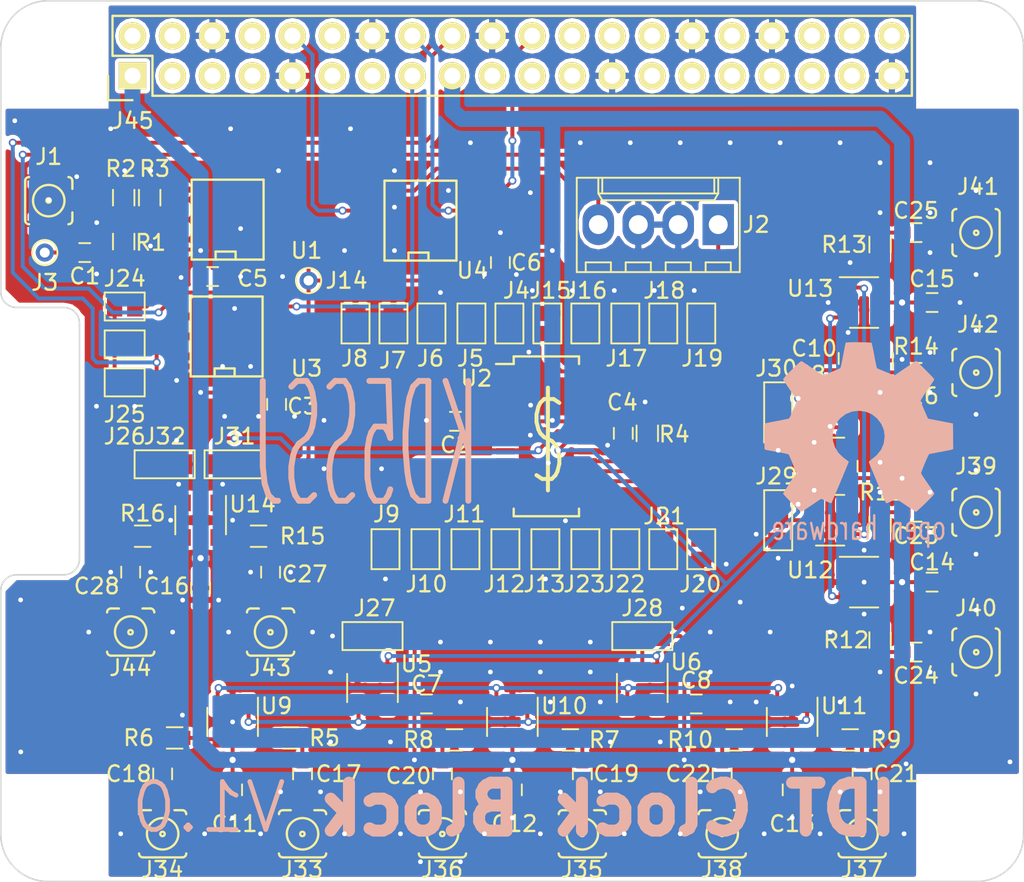
<source format=kicad_pcb>
(kicad_pcb (version 4) (host pcbnew 4.0.7)

  (general
    (links 404)
    (no_connects 0)
    (area 40.378572 40.1 143.471429 113.500001)
    (thickness 1.6)
    (drawings 30)
    (tracks 469)
    (zones 0)
    (modules 281)
    (nets 113)
  )

  (page A4)
  (title_block
    (title "IDT Clock Block")
    (date 2017-12-12)
    (rev V1.0)
    (company KD5SSJ)
  )

  (layers
    (0 F.Cu signal hide)
    (31 B.Cu signal hide)
    (32 B.Adhes user)
    (33 F.Adhes user)
    (34 B.Paste user hide)
    (35 F.Paste user hide)
    (36 B.SilkS user)
    (37 F.SilkS user hide)
    (38 B.Mask user hide)
    (39 F.Mask user hide)
    (40 Dwgs.User user hide)
    (41 Cmts.User user hide)
    (42 Eco1.User user hide)
    (43 Eco2.User user hide)
    (44 Edge.Cuts user)
    (45 Margin user hide)
    (46 B.CrtYd user hide)
    (47 F.CrtYd user hide)
    (48 B.Fab user hide)
    (49 F.Fab user)
  )

  (setup
    (last_trace_width 0.25)
    (user_trace_width 1.016)
    (trace_clearance 0.2)
    (zone_clearance 0.254)
    (zone_45_only no)
    (trace_min 0.01)
    (segment_width 0.2)
    (edge_width 0.1)
    (via_size 0.6)
    (via_drill 0.4)
    (via_min_size 0.4)
    (via_min_drill 0.3)
    (user_via 0.508 0.3048)
    (uvia_size 0.3)
    (uvia_drill 0.1)
    (uvias_allowed no)
    (uvia_min_size 0.2)
    (uvia_min_drill 0.1)
    (pcb_text_width 0.3)
    (pcb_text_size 1.5 1.5)
    (mod_edge_width 0.15)
    (mod_text_size 1 1)
    (mod_text_width 0.15)
    (pad_size 0.6 0.6)
    (pad_drill 0.3)
    (pad_to_mask_clearance 0)
    (aux_axis_origin 0 0)
    (visible_elements 7FFEFFFF)
    (pcbplotparams
      (layerselection 0x000f0_80000001)
      (usegerberextensions false)
      (excludeedgelayer true)
      (linewidth 0.100000)
      (plotframeref false)
      (viasonmask false)
      (mode 1)
      (useauxorigin false)
      (hpglpennumber 1)
      (hpglpenspeed 20)
      (hpglpendiameter 15)
      (hpglpenoverlay 2)
      (psnegative false)
      (psa4output false)
      (plotreference true)
      (plotvalue true)
      (plotinvisibletext false)
      (padsonsilk false)
      (subtractmaskfromsilk false)
      (outputformat 1)
      (mirror false)
      (drillshape 0)
      (scaleselection 1)
      (outputdirectory meta/))
  )

  (net 0 "")
  (net 1 "Net-(C1-Pad2)")
  (net 2 "Net-(C1-Pad1)")
  (net 3 GND)
  (net 4 +3V3)
  (net 5 "Net-(C17-Pad2)")
  (net 6 "Net-(C17-Pad1)")
  (net 7 "Net-(C18-Pad2)")
  (net 8 "Net-(C18-Pad1)")
  (net 9 "Net-(C19-Pad2)")
  (net 10 "Net-(C19-Pad1)")
  (net 11 "Net-(C20-Pad2)")
  (net 12 "Net-(C20-Pad1)")
  (net 13 "Net-(C21-Pad2)")
  (net 14 "Net-(C21-Pad1)")
  (net 15 "Net-(C22-Pad2)")
  (net 16 "Net-(C22-Pad1)")
  (net 17 "Net-(C23-Pad2)")
  (net 18 "Net-(C23-Pad1)")
  (net 19 "Net-(C24-Pad2)")
  (net 20 "Net-(C24-Pad1)")
  (net 21 "Net-(C25-Pad2)")
  (net 22 "Net-(C25-Pad1)")
  (net 23 "Net-(C26-Pad2)")
  (net 24 "Net-(C26-Pad1)")
  (net 25 "Net-(C27-Pad2)")
  (net 26 "Net-(C27-Pad1)")
  (net 27 "Net-(C28-Pad2)")
  (net 28 "Net-(C28-Pad1)")
  (net 29 /Event)
  (net 30 /1PPS_Sync)
  (net 31 "Net-(J4-Pad2)")
  (net 32 "Net-(J5-Pad2)")
  (net 33 "Net-(J6-Pad2)")
  (net 34 "Net-(J7-Pad2)")
  (net 35 "Net-(J8-Pad2)")
  (net 36 "Net-(J9-Pad2)")
  (net 37 "Net-(J10-Pad2)")
  (net 38 "Net-(J11-Pad2)")
  (net 39 "Net-(J12-Pad2)")
  (net 40 "Net-(J13-Pad2)")
  (net 41 "Net-(J14-Pad1)")
  (net 42 "Net-(J15-Pad2)")
  (net 43 "Net-(J16-Pad2)")
  (net 44 "Net-(J17-Pad2)")
  (net 45 "Net-(J18-Pad2)")
  (net 46 "Net-(J19-Pad2)")
  (net 47 "Net-(J20-Pad2)")
  (net 48 "Net-(J21-Pad2)")
  (net 49 "Net-(J22-Pad2)")
  (net 50 "Net-(J23-Pad2)")
  (net 51 "Net-(J24-Pad1)")
  (net 52 "Net-(J24-Pad2)")
  (net 53 "Net-(J25-Pad2)")
  (net 54 /RPi_GPIO/PPS)
  (net 55 "Net-(J27-Pad2)")
  (net 56 "Net-(J28-Pad2)")
  (net 57 "Net-(J29-Pad2)")
  (net 58 "Net-(J30-Pad2)")
  (net 59 "Net-(J31-Pad2)")
  (net 60 "Net-(J31-Pad3)")
  (net 61 "Net-(J32-Pad2)")
  (net 62 "Net-(J45-Pad2)")
  (net 63 "Net-(J45-Pad3)")
  (net 64 "Net-(J45-Pad4)")
  (net 65 "Net-(J45-Pad5)")
  (net 66 "Net-(J45-Pad7)")
  (net 67 /RPi_GPIO/TxD)
  (net 68 /RPi_GPIO/RxD)
  (net 69 "Net-(J45-Pad11)")
  (net 70 "Net-(J45-Pad12)")
  (net 71 "Net-(J45-Pad13)")
  (net 72 /RPi_GPIO/Arm\)
  (net 73 /RPi_GPIO/Rise_Fall\)
  (net 74 "Net-(J45-Pad19)")
  (net 75 "Net-(J45-Pad21)")
  (net 76 /RPi_GPIO/TimestampRst\)
  (net 77 "Net-(J45-Pad23)")
  (net 78 "Net-(J45-Pad24)")
  (net 79 "Net-(J45-Pad26)")
  (net 80 "Net-(J45-Pad27)")
  (net 81 "Net-(J45-Pad28)")
  (net 82 "Net-(J45-Pad29)")
  (net 83 "Net-(J45-Pad31)")
  (net 84 "Net-(J45-Pad32)")
  (net 85 "Net-(J45-Pad33)")
  (net 86 "Net-(J45-Pad35)")
  (net 87 "Net-(J45-Pad36)")
  (net 88 "Net-(J45-Pad37)")
  (net 89 "Net-(J45-Pad38)")
  (net 90 "Net-(J45-Pad40)")
  (net 91 "Net-(R1-Pad1)")
  (net 92 "Net-(R3-Pad1)")
  (net 93 "Net-(R4-Pad2)")
  (net 94 "Net-(R5-Pad2)")
  (net 95 "Net-(R6-Pad2)")
  (net 96 "Net-(R7-Pad2)")
  (net 97 "Net-(R8-Pad2)")
  (net 98 "Net-(R9-Pad2)")
  (net 99 "Net-(R10-Pad2)")
  (net 100 "Net-(R11-Pad2)")
  (net 101 "Net-(R12-Pad2)")
  (net 102 "Net-(R13-Pad2)")
  (net 103 "Net-(R14-Pad2)")
  (net 104 "Net-(R15-Pad2)")
  (net 105 "Net-(R16-Pad2)")
  (net 106 "Net-(U2-Pad8)")
  (net 107 "Net-(U2-Pad21)")
  (net 108 "Net-(U4-Pad7)")
  (net 109 "Net-(U10-Pad1)")
  (net 110 "Net-(U10-Pad3)")
  (net 111 "Net-(U12-Pad1)")
  (net 112 "Net-(U12-Pad3)")

  (net_class Default "This is the default net class."
    (clearance 0.2)
    (trace_width 0.25)
    (via_dia 0.6)
    (via_drill 0.4)
    (uvia_dia 0.3)
    (uvia_drill 0.1)
    (add_net +3V3)
    (add_net /1PPS_Sync)
    (add_net /Event)
    (add_net /RPi_GPIO/Arm\)
    (add_net /RPi_GPIO/PPS)
    (add_net /RPi_GPIO/Rise_Fall\)
    (add_net /RPi_GPIO/RxD)
    (add_net /RPi_GPIO/TimestampRst\)
    (add_net /RPi_GPIO/TxD)
    (add_net GND)
    (add_net "Net-(C1-Pad1)")
    (add_net "Net-(C1-Pad2)")
    (add_net "Net-(C17-Pad1)")
    (add_net "Net-(C17-Pad2)")
    (add_net "Net-(C18-Pad1)")
    (add_net "Net-(C18-Pad2)")
    (add_net "Net-(C19-Pad1)")
    (add_net "Net-(C19-Pad2)")
    (add_net "Net-(C20-Pad1)")
    (add_net "Net-(C20-Pad2)")
    (add_net "Net-(C21-Pad1)")
    (add_net "Net-(C21-Pad2)")
    (add_net "Net-(C22-Pad1)")
    (add_net "Net-(C22-Pad2)")
    (add_net "Net-(C23-Pad1)")
    (add_net "Net-(C23-Pad2)")
    (add_net "Net-(C24-Pad1)")
    (add_net "Net-(C24-Pad2)")
    (add_net "Net-(C25-Pad1)")
    (add_net "Net-(C25-Pad2)")
    (add_net "Net-(C26-Pad1)")
    (add_net "Net-(C26-Pad2)")
    (add_net "Net-(C27-Pad1)")
    (add_net "Net-(C27-Pad2)")
    (add_net "Net-(C28-Pad1)")
    (add_net "Net-(C28-Pad2)")
    (add_net "Net-(J10-Pad2)")
    (add_net "Net-(J11-Pad2)")
    (add_net "Net-(J12-Pad2)")
    (add_net "Net-(J13-Pad2)")
    (add_net "Net-(J14-Pad1)")
    (add_net "Net-(J15-Pad2)")
    (add_net "Net-(J16-Pad2)")
    (add_net "Net-(J17-Pad2)")
    (add_net "Net-(J18-Pad2)")
    (add_net "Net-(J19-Pad2)")
    (add_net "Net-(J20-Pad2)")
    (add_net "Net-(J21-Pad2)")
    (add_net "Net-(J22-Pad2)")
    (add_net "Net-(J23-Pad2)")
    (add_net "Net-(J24-Pad1)")
    (add_net "Net-(J24-Pad2)")
    (add_net "Net-(J25-Pad2)")
    (add_net "Net-(J27-Pad2)")
    (add_net "Net-(J28-Pad2)")
    (add_net "Net-(J29-Pad2)")
    (add_net "Net-(J30-Pad2)")
    (add_net "Net-(J31-Pad2)")
    (add_net "Net-(J31-Pad3)")
    (add_net "Net-(J32-Pad2)")
    (add_net "Net-(J4-Pad2)")
    (add_net "Net-(J45-Pad11)")
    (add_net "Net-(J45-Pad12)")
    (add_net "Net-(J45-Pad13)")
    (add_net "Net-(J45-Pad19)")
    (add_net "Net-(J45-Pad2)")
    (add_net "Net-(J45-Pad21)")
    (add_net "Net-(J45-Pad23)")
    (add_net "Net-(J45-Pad24)")
    (add_net "Net-(J45-Pad26)")
    (add_net "Net-(J45-Pad27)")
    (add_net "Net-(J45-Pad28)")
    (add_net "Net-(J45-Pad29)")
    (add_net "Net-(J45-Pad3)")
    (add_net "Net-(J45-Pad31)")
    (add_net "Net-(J45-Pad32)")
    (add_net "Net-(J45-Pad33)")
    (add_net "Net-(J45-Pad35)")
    (add_net "Net-(J45-Pad36)")
    (add_net "Net-(J45-Pad37)")
    (add_net "Net-(J45-Pad38)")
    (add_net "Net-(J45-Pad4)")
    (add_net "Net-(J45-Pad40)")
    (add_net "Net-(J45-Pad5)")
    (add_net "Net-(J45-Pad7)")
    (add_net "Net-(J5-Pad2)")
    (add_net "Net-(J6-Pad2)")
    (add_net "Net-(J7-Pad2)")
    (add_net "Net-(J8-Pad2)")
    (add_net "Net-(J9-Pad2)")
    (add_net "Net-(R1-Pad1)")
    (add_net "Net-(R10-Pad2)")
    (add_net "Net-(R11-Pad2)")
    (add_net "Net-(R12-Pad2)")
    (add_net "Net-(R13-Pad2)")
    (add_net "Net-(R14-Pad2)")
    (add_net "Net-(R15-Pad2)")
    (add_net "Net-(R16-Pad2)")
    (add_net "Net-(R3-Pad1)")
    (add_net "Net-(R4-Pad2)")
    (add_net "Net-(R5-Pad2)")
    (add_net "Net-(R6-Pad2)")
    (add_net "Net-(R7-Pad2)")
    (add_net "Net-(R8-Pad2)")
    (add_net "Net-(R9-Pad2)")
    (add_net "Net-(U10-Pad1)")
    (add_net "Net-(U10-Pad3)")
    (add_net "Net-(U12-Pad1)")
    (add_net "Net-(U12-Pad3)")
    (add_net "Net-(U2-Pad21)")
    (add_net "Net-(U2-Pad8)")
    (add_net "Net-(U4-Pad7)")
  )

  (net_class Large ""
    (clearance 0.254)
    (trace_width 1.016)
    (via_dia 0.89916)
    (via_drill 0.635)
    (uvia_dia 0.3)
    (uvia_drill 0.1)
  )

  (net_class Small ""
    (clearance 0.2)
    (trace_width 0.25)
    (via_dia 0.6)
    (via_drill 0.4)
    (uvia_dia 0.3)
    (uvia_drill 0.1)
  )

  (net_class Typical ""
    (clearance 0.2)
    (trace_width 0.25)
    (via_dia 0.6)
    (via_drill 0.4)
    (uvia_dia 0.3)
    (uvia_drill 0.1)
  )

  (module RF:via_0_6mm (layer F.Cu) (tedit 5A2A1597) (tstamp 5A302949)
    (at 91.74734 76.8096)
    (fp_text reference "" (at -0.025 3.1) (layer F.SilkS) hide
      (effects (font (size 1 1) (thickness 0.15)))
    )
    (fp_text value via_03 (at -0.05 1.875) (layer F.Fab) hide
      (effects (font (size 1 1) (thickness 0.15)))
    )
    (pad 1 thru_hole circle (at 0 0) (size 0.6 0.6) (drill 0.3) (layers *.Cu)
      (net 3 GND) (zone_connect 2))
  )

  (module RF:via_0_6mm (layer F.Cu) (tedit 5A2A1597) (tstamp 5A302931)
    (at 84.35848 73.63714)
    (fp_text reference "" (at -0.025 3.1) (layer F.SilkS) hide
      (effects (font (size 1 1) (thickness 0.15)))
    )
    (fp_text value via_03 (at -0.05 1.875) (layer F.Fab) hide
      (effects (font (size 1 1) (thickness 0.15)))
    )
    (pad 1 thru_hole circle (at 0 0) (size 0.6 0.6) (drill 0.3) (layers *.Cu)
      (net 3 GND) (zone_connect 2))
  )

  (module RF:via_0_6mm (layer F.Cu) (tedit 5A2A1597) (tstamp 5A302903)
    (at 84.47024 77.0128)
    (fp_text reference "" (at -0.025 3.1) (layer F.SilkS) hide
      (effects (font (size 1 1) (thickness 0.15)))
    )
    (fp_text value via_03 (at -0.05 1.875) (layer F.Fab) hide
      (effects (font (size 1 1) (thickness 0.15)))
    )
    (pad 1 thru_hole circle (at 0 0) (size 0.6 0.6) (drill 0.3) (layers *.Cu)
      (net 3 GND) (zone_connect 2))
  )

  (module RF:via_0_6mm (layer F.Cu) (tedit 5A2A1597) (tstamp 5A3028EE)
    (at 84.45246 78.92034)
    (fp_text reference "" (at -0.025 3.1) (layer F.SilkS) hide
      (effects (font (size 1 1) (thickness 0.15)))
    )
    (fp_text value via_03 (at -0.05 1.875) (layer F.Fab) hide
      (effects (font (size 1 1) (thickness 0.15)))
    )
    (pad 1 thru_hole circle (at 0 0) (size 0.6 0.6) (drill 0.3) (layers *.Cu)
      (net 3 GND) (zone_connect 2))
  )

  (module RF:via_0_6mm (layer F.Cu) (tedit 5A2A1597) (tstamp 5A3028DA)
    (at 85.59546 80.68564)
    (fp_text reference "" (at -0.025 3.1) (layer F.SilkS) hide
      (effects (font (size 1 1) (thickness 0.15)))
    )
    (fp_text value via_03 (at -0.05 1.875) (layer F.Fab) hide
      (effects (font (size 1 1) (thickness 0.15)))
    )
    (pad 1 thru_hole circle (at 0 0) (size 0.6 0.6) (drill 0.3) (layers *.Cu)
      (net 3 GND) (zone_connect 2))
  )

  (module RF:via_0_6mm (layer F.Cu) (tedit 5A2A1597) (tstamp 5A3028C4)
    (at 86.68512 84.36102)
    (fp_text reference "" (at -0.025 3.1) (layer F.SilkS) hide
      (effects (font (size 1 1) (thickness 0.15)))
    )
    (fp_text value via_03 (at -0.05 1.875) (layer F.Fab) hide
      (effects (font (size 1 1) (thickness 0.15)))
    )
    (pad 1 thru_hole circle (at 0 0) (size 0.6 0.6) (drill 0.3) (layers *.Cu)
      (net 3 GND) (zone_connect 2))
  )

  (module RF:via_0_6mm (layer F.Cu) (tedit 5A2A1597) (tstamp 5A3027F6)
    (at 85.41258 88.0618)
    (fp_text reference "" (at -0.025 3.1) (layer F.SilkS) hide
      (effects (font (size 1 1) (thickness 0.15)))
    )
    (fp_text value via_03 (at -0.05 1.875) (layer F.Fab) hide
      (effects (font (size 1 1) (thickness 0.15)))
    )
    (pad 1 thru_hole circle (at 0 0) (size 0.6 0.6) (drill 0.3) (layers *.Cu)
      (net 3 GND) (zone_connect 2))
  )

  (module RF:via_0_6mm (layer F.Cu) (tedit 5A2A1597) (tstamp 5A3027C1)
    (at 75.24496 88.06434)
    (fp_text reference "" (at -0.025 3.1) (layer F.SilkS) hide
      (effects (font (size 1 1) (thickness 0.15)))
    )
    (fp_text value via_03 (at -0.05 1.875) (layer F.Fab) hide
      (effects (font (size 1 1) (thickness 0.15)))
    )
    (pad 1 thru_hole circle (at 0 0) (size 0.6 0.6) (drill 0.3) (layers *.Cu)
      (net 3 GND) (zone_connect 2))
  )

  (module RF:via_0_6mm (layer F.Cu) (tedit 5A2A1597) (tstamp 5A30279B)
    (at 74.99604 81.05648)
    (fp_text reference "" (at -0.025 3.1) (layer F.SilkS) hide
      (effects (font (size 1 1) (thickness 0.15)))
    )
    (fp_text value via_03 (at -0.05 1.875) (layer F.Fab) hide
      (effects (font (size 1 1) (thickness 0.15)))
    )
    (pad 1 thru_hole circle (at 0 0) (size 0.6 0.6) (drill 0.3) (layers *.Cu)
      (net 3 GND) (zone_connect 2))
  )

  (module RF:via_0_6mm (layer F.Cu) (tedit 5A2A1597) (tstamp 5A302711)
    (at 89.36228 79.56042)
    (fp_text reference "" (at -0.025 3.1) (layer F.SilkS) hide
      (effects (font (size 1 1) (thickness 0.15)))
    )
    (fp_text value via_03 (at -0.05 1.875) (layer F.Fab) hide
      (effects (font (size 1 1) (thickness 0.15)))
    )
    (pad 1 thru_hole circle (at 0 0) (size 0.6 0.6) (drill 0.3) (layers *.Cu)
      (net 3 GND) (zone_connect 2))
  )

  (module RF:via_0_6mm (layer F.Cu) (tedit 5A2A1597) (tstamp 5A3026B1)
    (at 71.34098 81.05394)
    (fp_text reference "" (at -0.025 3.1) (layer F.SilkS) hide
      (effects (font (size 1 1) (thickness 0.15)))
    )
    (fp_text value via_03 (at -0.05 1.875) (layer F.Fab) hide
      (effects (font (size 1 1) (thickness 0.15)))
    )
    (pad 1 thru_hole circle (at 0 0) (size 0.6 0.6) (drill 0.3) (layers *.Cu)
      (net 3 GND) (zone_connect 2))
  )

  (module RF:via_0_6mm (layer F.Cu) (tedit 5A2A1597) (tstamp 5A30266D)
    (at 71.34098 77.978)
    (fp_text reference "" (at -0.025 3.1) (layer F.SilkS) hide
      (effects (font (size 1 1) (thickness 0.15)))
    )
    (fp_text value via_03 (at -0.05 1.875) (layer F.Fab) hide
      (effects (font (size 1 1) (thickness 0.15)))
    )
    (pad 1 thru_hole circle (at 0 0) (size 0.6 0.6) (drill 0.3) (layers *.Cu)
      (net 3 GND) (zone_connect 2))
  )

  (module RF:via_0_6mm (layer F.Cu) (tedit 5A2A1597) (tstamp 5A30260A)
    (at 79.248 63.36284)
    (fp_text reference "" (at -0.025 3.1) (layer F.SilkS) hide
      (effects (font (size 1 1) (thickness 0.15)))
    )
    (fp_text value via_03 (at -0.05 1.875) (layer F.Fab) hide
      (effects (font (size 1 1) (thickness 0.15)))
    )
    (pad 1 thru_hole circle (at 0 0) (size 0.6 0.6) (drill 0.3) (layers *.Cu)
      (net 3 GND) (zone_connect 2))
  )

  (module RF:via_0_6mm (layer F.Cu) (tedit 5A2A1597) (tstamp 5A3025F1)
    (at 75.819 64.42202)
    (fp_text reference "" (at -0.025 3.1) (layer F.SilkS) hide
      (effects (font (size 1 1) (thickness 0.15)))
    )
    (fp_text value via_03 (at -0.05 1.875) (layer F.Fab) hide
      (effects (font (size 1 1) (thickness 0.15)))
    )
    (pad 1 thru_hole circle (at 0 0) (size 0.6 0.6) (drill 0.3) (layers *.Cu)
      (net 3 GND) (zone_connect 2))
  )

  (module RF:via_0_6mm (layer F.Cu) (tedit 5A2A1597) (tstamp 5A3023B7)
    (at 53.85816 63.96482)
    (fp_text reference "" (at -0.025 3.1) (layer F.SilkS) hide
      (effects (font (size 1 1) (thickness 0.15)))
    )
    (fp_text value via_03 (at -0.05 1.875) (layer F.Fab) hide
      (effects (font (size 1 1) (thickness 0.15)))
    )
    (pad 1 thru_hole circle (at 0 0) (size 0.6 0.6) (drill 0.3) (layers *.Cu)
      (net 3 GND) (zone_connect 2))
  )

  (module RF:via_0_6mm (layer F.Cu) (tedit 5A2A1597) (tstamp 5A302366)
    (at 62.34176 96.72066)
    (fp_text reference "" (at -0.025 3.1) (layer F.SilkS) hide
      (effects (font (size 1 1) (thickness 0.15)))
    )
    (fp_text value via_03 (at -0.05 1.875) (layer F.Fab) hide
      (effects (font (size 1 1) (thickness 0.15)))
    )
    (pad 1 thru_hole circle (at 0 0) (size 0.6 0.6) (drill 0.3) (layers *.Cu)
      (net 3 GND) (zone_connect 2))
  )

  (module RF:via_0_6mm (layer F.Cu) (tedit 5A2A1597) (tstamp 5A3022CC)
    (at 52.05984 89.3953)
    (fp_text reference "" (at -0.025 3.1) (layer F.SilkS) hide
      (effects (font (size 1 1) (thickness 0.15)))
    )
    (fp_text value via_03 (at -0.05 1.875) (layer F.Fab) hide
      (effects (font (size 1 1) (thickness 0.15)))
    )
    (pad 1 thru_hole circle (at 0 0) (size 0.6 0.6) (drill 0.3) (layers *.Cu)
      (net 3 GND) (zone_connect 2))
  )

  (module RF:via_0_6mm (layer F.Cu) (tedit 5A2A1597) (tstamp 5A3022A8)
    (at 56.88076 77.08138)
    (fp_text reference "" (at -0.025 3.1) (layer F.SilkS) hide
      (effects (font (size 1 1) (thickness 0.15)))
    )
    (fp_text value via_03 (at -0.05 1.875) (layer F.Fab) hide
      (effects (font (size 1 1) (thickness 0.15)))
    )
    (pad 1 thru_hole circle (at 0 0) (size 0.6 0.6) (drill 0.3) (layers *.Cu)
      (net 3 GND) (zone_connect 2))
  )

  (module RF:via_0_6mm (layer F.Cu) (tedit 5A2A1597) (tstamp 5A302292)
    (at 62.25794 68.89496)
    (fp_text reference "" (at -0.025 3.1) (layer F.SilkS) hide
      (effects (font (size 1 1) (thickness 0.15)))
    )
    (fp_text value via_03 (at -0.05 1.875) (layer F.Fab) hide
      (effects (font (size 1 1) (thickness 0.15)))
    )
    (pad 1 thru_hole circle (at 0 0) (size 0.6 0.6) (drill 0.3) (layers *.Cu)
      (net 3 GND) (zone_connect 2))
  )

  (module RF:via_0_6mm (layer F.Cu) (tedit 5A2A1597) (tstamp 5A302272)
    (at 56.88838 68.6689)
    (fp_text reference "" (at -0.025 3.1) (layer F.SilkS) hide
      (effects (font (size 1 1) (thickness 0.15)))
    )
    (fp_text value via_03 (at -0.05 1.875) (layer F.Fab) hide
      (effects (font (size 1 1) (thickness 0.15)))
    )
    (pad 1 thru_hole circle (at 0 0) (size 0.6 0.6) (drill 0.3) (layers *.Cu)
      (net 3 GND) (zone_connect 2))
  )

  (module RF:via_0_6mm (layer F.Cu) (tedit 5A2A1597) (tstamp 5A30224A)
    (at 60.30976 66.8909)
    (fp_text reference "" (at -0.025 3.1) (layer F.SilkS) hide
      (effects (font (size 1 1) (thickness 0.15)))
    )
    (fp_text value via_03 (at -0.05 1.875) (layer F.Fab) hide
      (effects (font (size 1 1) (thickness 0.15)))
    )
    (pad 1 thru_hole circle (at 0 0) (size 0.6 0.6) (drill 0.3) (layers *.Cu)
      (net 3 GND) (zone_connect 2))
  )

  (module RF:via_0_6mm (layer F.Cu) (tedit 5A2A1597) (tstamp 5A2B025C)
    (at 64.643 89.408)
    (fp_text reference "" (at -0.025 3.1) (layer F.SilkS) hide
      (effects (font (size 1 1) (thickness 0.15)))
    )
    (fp_text value via_03 (at -0.05 1.875) (layer F.Fab) hide
      (effects (font (size 1 1) (thickness 0.15)))
    )
    (pad 1 thru_hole circle (at 0 0) (size 0.6 0.6) (drill 0.3) (layers *.Cu)
      (net 3 GND) (zone_connect 2))
  )

  (module RF:via_0_6mm (layer F.Cu) (tedit 5A2A1597) (tstamp 5A2B01D5)
    (at 94.107 89.916)
    (fp_text reference "" (at -0.025 3.1) (layer F.SilkS) hide
      (effects (font (size 1 1) (thickness 0.15)))
    )
    (fp_text value via_03 (at -0.05 1.875) (layer F.Fab) hide
      (effects (font (size 1 1) (thickness 0.15)))
    )
    (pad 1 thru_hole circle (at 0 0) (size 0.6 0.6) (drill 0.3) (layers *.Cu)
      (net 3 GND) (zone_connect 2))
  )

  (module RF:via_0_6mm (layer F.Cu) (tedit 5A2A1597) (tstamp 5A2B01BF)
    (at 95.33128 88.0745)
    (fp_text reference "" (at -0.025 3.1) (layer F.SilkS) hide
      (effects (font (size 1 1) (thickness 0.15)))
    )
    (fp_text value via_03 (at -0.05 1.875) (layer F.Fab) hide
      (effects (font (size 1 1) (thickness 0.15)))
    )
    (pad 1 thru_hole circle (at 0 0) (size 0.6 0.6) (drill 0.3) (layers *.Cu)
      (net 3 GND) (zone_connect 2))
  )

  (module RF:via_0_6mm (layer F.Cu) (tedit 5A2A1597) (tstamp 5A2B01AC)
    (at 96.901 87.122)
    (fp_text reference "" (at -0.025 3.1) (layer F.SilkS) hide
      (effects (font (size 1 1) (thickness 0.15)))
    )
    (fp_text value via_03 (at -0.05 1.875) (layer F.Fab) hide
      (effects (font (size 1 1) (thickness 0.15)))
    )
    (pad 1 thru_hole circle (at 0 0) (size 0.6 0.6) (drill 0.3) (layers *.Cu)
      (net 3 GND) (zone_connect 2))
  )

  (module RF:via_0_6mm (layer F.Cu) (tedit 5A2A1597) (tstamp 5A2B019A)
    (at 98.806 85.217)
    (fp_text reference "" (at -0.025 3.1) (layer F.SilkS) hide
      (effects (font (size 1 1) (thickness 0.15)))
    )
    (fp_text value via_03 (at -0.05 1.875) (layer F.Fab) hide
      (effects (font (size 1 1) (thickness 0.15)))
    )
    (pad 1 thru_hole circle (at 0 0) (size 0.6 0.6) (drill 0.3) (layers *.Cu)
      (net 3 GND) (zone_connect 2))
  )

  (module RF:via_0_6mm (layer F.Cu) (tedit 5A2A1597) (tstamp 5A2B0165)
    (at 100.203 79.883)
    (fp_text reference "" (at -0.025 3.1) (layer F.SilkS) hide
      (effects (font (size 1 1) (thickness 0.15)))
    )
    (fp_text value via_03 (at -0.05 1.875) (layer F.Fab) hide
      (effects (font (size 1 1) (thickness 0.15)))
    )
    (pad 1 thru_hole circle (at 0 0) (size 0.6 0.6) (drill 0.3) (layers *.Cu)
      (net 3 GND) (zone_connect 2))
  )

  (module RF:via_0_6mm (layer F.Cu) (tedit 5A2A1597) (tstamp 5A2B014F)
    (at 102.489 79.375)
    (fp_text reference "" (at -0.025 3.1) (layer F.SilkS) hide
      (effects (font (size 1 1) (thickness 0.15)))
    )
    (fp_text value via_03 (at -0.05 1.875) (layer F.Fab) hide
      (effects (font (size 1 1) (thickness 0.15)))
    )
    (pad 1 thru_hole circle (at 0 0) (size 0.6 0.6) (drill 0.3) (layers *.Cu)
      (net 3 GND) (zone_connect 2))
  )

  (module RF:via_0_6mm (layer F.Cu) (tedit 5A2A1597) (tstamp 5A2AF7EB)
    (at 83.566 68.707)
    (fp_text reference "" (at -0.025 3.1) (layer F.SilkS) hide
      (effects (font (size 1 1) (thickness 0.15)))
    )
    (fp_text value via_03 (at -0.05 1.875) (layer F.Fab) hide
      (effects (font (size 1 1) (thickness 0.15)))
    )
    (pad 1 thru_hole circle (at 0 0) (size 0.6 0.6) (drill 0.3) (layers *.Cu)
      (net 3 GND) (zone_connect 2))
  )

  (module RF:via_0_6mm (layer F.Cu) (tedit 5A2A1597) (tstamp 5A2AF7E7)
    (at 84.582 69.723)
    (fp_text reference "" (at -0.025 3.1) (layer F.SilkS) hide
      (effects (font (size 1 1) (thickness 0.15)))
    )
    (fp_text value via_03 (at -0.05 1.875) (layer F.Fab) hide
      (effects (font (size 1 1) (thickness 0.15)))
    )
    (pad 1 thru_hole circle (at 0 0) (size 0.6 0.6) (drill 0.3) (layers *.Cu)
      (net 3 GND) (zone_connect 2))
  )

  (module RF:via_0_6mm (layer F.Cu) (tedit 5A2A1597) (tstamp 5A2AF7E3)
    (at 92.329 69.723)
    (fp_text reference "" (at -0.025 3.1) (layer F.SilkS) hide
      (effects (font (size 1 1) (thickness 0.15)))
    )
    (fp_text value via_03 (at -0.05 1.875) (layer F.Fab) hide
      (effects (font (size 1 1) (thickness 0.15)))
    )
    (pad 1 thru_hole circle (at 0 0) (size 0.6 0.6) (drill 0.3) (layers *.Cu)
      (net 3 GND) (zone_connect 2))
  )

  (module RF:via_0_6mm (layer F.Cu) (tedit 5A2B09D2) (tstamp 5A2AF7DF)
    (at 73.025 59.436)
    (fp_text reference "" (at -0.025 3.1) (layer F.SilkS) hide
      (effects (font (size 1 1) (thickness 0.15)))
    )
    (fp_text value via_03 (at -0.05 1.875) (layer F.Fab) hide
      (effects (font (size 1 1) (thickness 0.15)))
    )
    (pad 1 thru_hole circle (at 0 0) (size 0.6 0.6) (drill 0.3) (layers *.Cu)
      (net 3 GND) (zone_connect 2))
  )

  (module RF:via_0_6mm (layer F.Cu) (tedit 5A2B22A6) (tstamp 5A2AF7DB)
    (at 51.689 58.928)
    (fp_text reference "" (at -0.025 3.1) (layer F.SilkS) hide
      (effects (font (size 1 1) (thickness 0.15)))
    )
    (fp_text value via_03 (at -0.05 1.875) (layer F.Fab) hide
      (effects (font (size 1 1) (thickness 0.15)))
    )
    (pad 1 thru_hole circle (at 0 0) (size 0.6 0.6) (drill 0.3) (layers *.Cu)
      (net 3 GND) (zone_connect 2))
  )

  (module RF:via_0_6mm (layer F.Cu) (tedit 5A2A1597) (tstamp 5A2AF7D7)
    (at 81.534 68.707)
    (fp_text reference "" (at -0.025 3.1) (layer F.SilkS) hide
      (effects (font (size 1 1) (thickness 0.15)))
    )
    (fp_text value via_03 (at -0.05 1.875) (layer F.Fab) hide
      (effects (font (size 1 1) (thickness 0.15)))
    )
    (pad 1 thru_hole circle (at 0 0) (size 0.6 0.6) (drill 0.3) (layers *.Cu)
      (net 3 GND) (zone_connect 2))
  )

  (module RF:via_0_6mm (layer F.Cu) (tedit 5A2A1597) (tstamp 5A2AF7D3)
    (at 78.74 69.85)
    (fp_text reference "" (at -0.025 3.1) (layer F.SilkS) hide
      (effects (font (size 1 1) (thickness 0.15)))
    )
    (fp_text value via_03 (at -0.05 1.875) (layer F.Fab) hide
      (effects (font (size 1 1) (thickness 0.15)))
    )
    (pad 1 thru_hole circle (at 0 0) (size 0.6 0.6) (drill 0.3) (layers *.Cu)
      (net 3 GND) (zone_connect 2))
  )

  (module RF:via_0_6mm (layer F.Cu) (tedit 5A2A1597) (tstamp 5A2AF7CF)
    (at 89.789 69.723)
    (fp_text reference "" (at -0.025 3.1) (layer F.SilkS) hide
      (effects (font (size 1 1) (thickness 0.15)))
    )
    (fp_text value via_03 (at -0.05 1.875) (layer F.Fab) hide
      (effects (font (size 1 1) (thickness 0.15)))
    )
    (pad 1 thru_hole circle (at 0 0) (size 0.6 0.6) (drill 0.3) (layers *.Cu)
      (net 3 GND) (zone_connect 2))
  )

  (module RF:via_0_6mm (layer F.Cu) (tedit 5A2B09DC) (tstamp 5A2AF7CB)
    (at 80.645 60.325)
    (fp_text reference "" (at -0.025 3.1) (layer F.SilkS) hide
      (effects (font (size 1 1) (thickness 0.15)))
    )
    (fp_text value via_03 (at -0.05 1.875) (layer F.Fab) hide
      (effects (font (size 1 1) (thickness 0.15)))
    )
    (pad 1 thru_hole circle (at 0 0) (size 0.6 0.6) (drill 0.3) (layers *.Cu)
      (net 3 GND) (zone_connect 2))
  )

  (module RF:via_0_6mm (layer F.Cu) (tedit 5A2B09AF) (tstamp 5A2AF7C7)
    (at 57.785 59.436)
    (fp_text reference "" (at -0.025 3.1) (layer F.SilkS) hide
      (effects (font (size 1 1) (thickness 0.15)))
    )
    (fp_text value via_03 (at -0.05 1.875) (layer F.Fab) hide
      (effects (font (size 1 1) (thickness 0.15)))
    )
    (pad 1 thru_hole circle (at 0 0) (size 0.6 0.6) (drill 0.3) (layers *.Cu)
      (net 3 GND) (zone_connect 2))
  )

  (module RF:via_0_6mm (layer F.Cu) (tedit 5A2A1597) (tstamp 5A2AF7C3)
    (at 82.55 66.04)
    (fp_text reference "" (at -0.025 3.1) (layer F.SilkS) hide
      (effects (font (size 1 1) (thickness 0.15)))
    )
    (fp_text value via_03 (at -0.05 1.875) (layer F.Fab) hide
      (effects (font (size 1 1) (thickness 0.15)))
    )
    (pad 1 thru_hole circle (at 0 0) (size 0.6 0.6) (drill 0.3) (layers *.Cu)
      (net 3 GND) (zone_connect 2))
  )

  (module RF:via_0_6mm (layer F.Cu) (tedit 5A2A1597) (tstamp 5A2AF7BF)
    (at 84.455 63.5)
    (fp_text reference "" (at -0.025 3.1) (layer F.SilkS) hide
      (effects (font (size 1 1) (thickness 0.15)))
    )
    (fp_text value via_03 (at -0.05 1.875) (layer F.Fab) hide
      (effects (font (size 1 1) (thickness 0.15)))
    )
    (pad 1 thru_hole circle (at 0 0) (size 0.6 0.6) (drill 0.3) (layers *.Cu)
      (net 3 GND) (zone_connect 2))
  )

  (module RF:via_0_6mm (layer F.Cu) (tedit 5A2A1597) (tstamp 5A2AF7BB)
    (at 87.122 69.723)
    (fp_text reference "" (at -0.025 3.1) (layer F.SilkS) hide
      (effects (font (size 1 1) (thickness 0.15)))
    )
    (fp_text value via_03 (at -0.05 1.875) (layer F.Fab) hide
      (effects (font (size 1 1) (thickness 0.15)))
    )
    (pad 1 thru_hole circle (at 0 0) (size 0.6 0.6) (drill 0.3) (layers *.Cu)
      (net 3 GND) (zone_connect 2))
  )

  (module RF:via_0_6mm (layer F.Cu) (tedit 5A2A1597) (tstamp 5A2AF7B7)
    (at 94.869 69.723)
    (fp_text reference "" (at -0.025 3.1) (layer F.SilkS) hide
      (effects (font (size 1 1) (thickness 0.15)))
    )
    (fp_text value via_03 (at -0.05 1.875) (layer F.Fab) hide
      (effects (font (size 1 1) (thickness 0.15)))
    )
    (pad 1 thru_hole circle (at 0 0) (size 0.6 0.6) (drill 0.3) (layers *.Cu)
      (net 3 GND) (zone_connect 2))
  )

  (module RF:via_0_6mm (layer F.Cu) (tedit 5A2B09C5) (tstamp 5A2AF7B3)
    (at 65.405 59.436)
    (fp_text reference "" (at -0.025 3.1) (layer F.SilkS) hide
      (effects (font (size 1 1) (thickness 0.15)))
    )
    (fp_text value via_03 (at -0.05 1.875) (layer F.Fab) hide
      (effects (font (size 1 1) (thickness 0.15)))
    )
    (pad 1 thru_hole circle (at 0 0) (size 0.6 0.6) (drill 0.3) (layers *.Cu)
      (net 3 GND) (zone_connect 2))
  )

  (module RF:via_0_6mm (layer F.Cu) (tedit 5A2A1597) (tstamp 5A2AF7AF)
    (at 68.453 62.103)
    (fp_text reference "" (at -0.025 3.1) (layer F.SilkS) hide
      (effects (font (size 1 1) (thickness 0.15)))
    )
    (fp_text value via_03 (at -0.05 1.875) (layer F.Fab) hide
      (effects (font (size 1 1) (thickness 0.15)))
    )
    (pad 1 thru_hole circle (at 0 0) (size 0.6 0.6) (drill 0.3) (layers *.Cu)
      (net 3 GND) (zone_connect 2))
  )

  (module RF:via_0_6mm (layer F.Cu) (tedit 5A2A1597) (tstamp 5A2AF7AB)
    (at 66.04 65.786)
    (fp_text reference "" (at -0.025 3.1) (layer F.SilkS) hide
      (effects (font (size 1 1) (thickness 0.15)))
    )
    (fp_text value via_03 (at -0.05 1.875) (layer F.Fab) hide
      (effects (font (size 1 1) (thickness 0.15)))
    )
    (pad 1 thru_hole circle (at 0 0) (size 0.6 0.6) (drill 0.3) (layers *.Cu)
      (net 3 GND) (zone_connect 2))
  )

  (module RF:via_0_6mm (layer F.Cu) (tedit 5A2A1597) (tstamp 5A2AF7A7)
    (at 68.707 68.834)
    (fp_text reference "" (at -0.025 3.1) (layer F.SilkS) hide
      (effects (font (size 1 1) (thickness 0.15)))
    )
    (fp_text value via_03 (at -0.05 1.875) (layer F.Fab) hide
      (effects (font (size 1 1) (thickness 0.15)))
    )
    (pad 1 thru_hole circle (at 0 0) (size 0.6 0.6) (drill 0.3) (layers *.Cu)
      (net 3 GND) (zone_connect 2))
  )

  (module RF:via_0_6mm (layer F.Cu) (tedit 5A2A1597) (tstamp 5A2AF7A3)
    (at 75.819 67.183)
    (fp_text reference "" (at -0.025 3.1) (layer F.SilkS) hide
      (effects (font (size 1 1) (thickness 0.15)))
    )
    (fp_text value via_03 (at -0.05 1.875) (layer F.Fab) hide
      (effects (font (size 1 1) (thickness 0.15)))
    )
    (pad 1 thru_hole circle (at 0 0) (size 0.6 0.6) (drill 0.3) (layers *.Cu)
      (net 3 GND) (zone_connect 2))
  )

  (module RF:via_0_6mm (layer F.Cu) (tedit 5A2B08B8) (tstamp 5A2AF79F)
    (at 72.644 67.183)
    (fp_text reference "" (at -0.025 3.1) (layer F.SilkS) hide
      (effects (font (size 1 1) (thickness 0.15)))
    )
    (fp_text value via_03 (at -0.05 1.875) (layer F.Fab) hide
      (effects (font (size 1 1) (thickness 0.15)))
    )
    (pad 1 thru_hole circle (at 0 0) (size 0.6 0.6) (drill 0.3) (layers *.Cu)
      (net 3 GND) (zone_connect 2))
  )

  (module RF:via_0_6mm (layer F.Cu) (tedit 5A2A1597) (tstamp 5A2AF79B)
    (at 61.976 79.248)
    (fp_text reference "" (at -0.025 3.1) (layer F.SilkS) hide
      (effects (font (size 1 1) (thickness 0.15)))
    )
    (fp_text value via_03 (at -0.05 1.875) (layer F.Fab) hide
      (effects (font (size 1 1) (thickness 0.15)))
    )
    (pad 1 thru_hole circle (at 0 0) (size 0.6 0.6) (drill 0.3) (layers *.Cu)
      (net 3 GND) (zone_connect 2))
  )

  (module RF:via_0_6mm (layer F.Cu) (tedit 5A2A1597) (tstamp 5A2AF797)
    (at 66.04 68.834)
    (fp_text reference "" (at -0.025 3.1) (layer F.SilkS) hide
      (effects (font (size 1 1) (thickness 0.15)))
    )
    (fp_text value via_03 (at -0.05 1.875) (layer F.Fab) hide
      (effects (font (size 1 1) (thickness 0.15)))
    )
    (pad 1 thru_hole circle (at 0 0) (size 0.6 0.6) (drill 0.3) (layers *.Cu)
      (net 3 GND) (zone_connect 2))
  )

  (module RF:via_0_6mm (layer F.Cu) (tedit 5A2A1597) (tstamp 5A2AF793)
    (at 75.819 62.103)
    (fp_text reference "" (at -0.025 3.1) (layer F.SilkS) hide
      (effects (font (size 1 1) (thickness 0.15)))
    )
    (fp_text value via_03 (at -0.05 1.875) (layer F.Fab) hide
      (effects (font (size 1 1) (thickness 0.15)))
    )
    (pad 1 thru_hole circle (at 0 0) (size 0.6 0.6) (drill 0.3) (layers *.Cu)
      (net 3 GND) (zone_connect 2))
  )

  (module RF:via_0_6mm (layer F.Cu) (tedit 5A2A1597) (tstamp 5A2AF78F)
    (at 65.024 77.724)
    (fp_text reference "" (at -0.025 3.1) (layer F.SilkS) hide
      (effects (font (size 1 1) (thickness 0.15)))
    )
    (fp_text value via_03 (at -0.05 1.875) (layer F.Fab) hide
      (effects (font (size 1 1) (thickness 0.15)))
    )
    (pad 1 thru_hole circle (at 0 0) (size 0.6 0.6) (drill 0.3) (layers *.Cu)
      (net 3 GND) (zone_connect 2))
  )

  (module RF:via_0_6mm (layer F.Cu) (tedit 5A2A1597) (tstamp 5A2AF07C)
    (at 52.07 99.06)
    (fp_text reference "" (at -0.025 3.1) (layer F.SilkS) hide
      (effects (font (size 1 1) (thickness 0.15)))
    )
    (fp_text value via_03 (at -0.05 1.875) (layer F.Fab) hide
      (effects (font (size 1 1) (thickness 0.15)))
    )
    (pad 1 thru_hole circle (at 0 0) (size 0.6 0.6) (drill 0.3) (layers *.Cu)
      (net 3 GND) (zone_connect 2))
  )

  (module RF:via_0_6mm (layer F.Cu) (tedit 5A2A1597) (tstamp 5A2AF078)
    (at 58.42 104.267)
    (fp_text reference "" (at -0.025 3.1) (layer F.SilkS) hide
      (effects (font (size 1 1) (thickness 0.15)))
    )
    (fp_text value via_03 (at -0.05 1.875) (layer F.Fab) hide
      (effects (font (size 1 1) (thickness 0.15)))
    )
    (pad 1 thru_hole circle (at 0 0) (size 0.6 0.6) (drill 0.3) (layers *.Cu)
      (net 3 GND) (zone_connect 2))
  )

  (module RF:via_0_6mm (layer F.Cu) (tedit 5A2A1597) (tstamp 5A2AF074)
    (at 72.644 104.267)
    (fp_text reference "" (at -0.025 3.1) (layer F.SilkS) hide
      (effects (font (size 1 1) (thickness 0.15)))
    )
    (fp_text value via_03 (at -0.05 1.875) (layer F.Fab) hide
      (effects (font (size 1 1) (thickness 0.15)))
    )
    (pad 1 thru_hole circle (at 0 0) (size 0.6 0.6) (drill 0.3) (layers *.Cu)
      (net 3 GND) (zone_connect 2))
  )

  (module RF:via_0_6mm (layer F.Cu) (tedit 5A2A1597) (tstamp 5A2AF070)
    (at 65.659 70.866)
    (fp_text reference "" (at -0.025 3.1) (layer F.SilkS) hide
      (effects (font (size 1 1) (thickness 0.15)))
    )
    (fp_text value via_03 (at -0.05 1.875) (layer F.Fab) hide
      (effects (font (size 1 1) (thickness 0.15)))
    )
    (pad 1 thru_hole circle (at 0 0) (size 0.6 0.6) (drill 0.3) (layers *.Cu)
      (net 3 GND) (zone_connect 2))
  )

  (module RF:via_0_6mm (layer F.Cu) (tedit 5A2A1597) (tstamp 5A2AF06C)
    (at 59.309 77.089)
    (fp_text reference "" (at -0.025 3.1) (layer F.SilkS) hide
      (effects (font (size 1 1) (thickness 0.15)))
    )
    (fp_text value via_03 (at -0.05 1.875) (layer F.Fab) hide
      (effects (font (size 1 1) (thickness 0.15)))
    )
    (pad 1 thru_hole circle (at 0 0) (size 0.6 0.6) (drill 0.3) (layers *.Cu)
      (net 3 GND) (zone_connect 2))
  )

  (module RF:via_0_6mm (layer F.Cu) (tedit 5A2A1597) (tstamp 5A2AF068)
    (at 65.532 84.328)
    (fp_text reference "" (at -0.025 3.1) (layer F.SilkS) hide
      (effects (font (size 1 1) (thickness 0.15)))
    )
    (fp_text value via_03 (at -0.05 1.875) (layer F.Fab) hide
      (effects (font (size 1 1) (thickness 0.15)))
    )
    (pad 1 thru_hole circle (at 0 0) (size 0.6 0.6) (drill 0.3) (layers *.Cu)
      (net 3 GND) (zone_connect 2))
  )

  (module RF:via_0_6mm (layer F.Cu) (tedit 5A2A1597) (tstamp 5A2AF064)
    (at 69.469 77.724)
    (fp_text reference "" (at -0.025 3.1) (layer F.SilkS) hide
      (effects (font (size 1 1) (thickness 0.15)))
    )
    (fp_text value via_03 (at -0.05 1.875) (layer F.Fab) hide
      (effects (font (size 1 1) (thickness 0.15)))
    )
    (pad 1 thru_hole circle (at 0 0) (size 0.6 0.6) (drill 0.3) (layers *.Cu)
      (net 3 GND) (zone_connect 2))
  )

  (module RF:via_0_6mm (layer F.Cu) (tedit 5A2A1597) (tstamp 5A2AF060)
    (at 60.325 62.103)
    (fp_text reference "" (at -0.025 3.1) (layer F.SilkS) hide
      (effects (font (size 1 1) (thickness 0.15)))
    )
    (fp_text value via_03 (at -0.05 1.875) (layer F.Fab) hide
      (effects (font (size 1 1) (thickness 0.15)))
    )
    (pad 1 thru_hole circle (at 0 0) (size 0.6 0.6) (drill 0.3) (layers *.Cu)
      (net 3 GND) (zone_connect 2))
  )

  (module RF:via_0_6mm (layer F.Cu) (tedit 5A2A1597) (tstamp 5A2AF05C)
    (at 56.896 65.405)
    (fp_text reference "" (at -0.025 3.1) (layer F.SilkS) hide
      (effects (font (size 1 1) (thickness 0.15)))
    )
    (fp_text value via_03 (at -0.05 1.875) (layer F.Fab) hide
      (effects (font (size 1 1) (thickness 0.15)))
    )
    (pad 1 thru_hole circle (at 0 0) (size 0.6 0.6) (drill 0.3) (layers *.Cu)
      (net 3 GND) (zone_connect 2))
  )

  (module RF:via_0_6mm (layer F.Cu) (tedit 5A2A1597) (tstamp 5A2AF058)
    (at 66.675 74.549)
    (fp_text reference "" (at -0.025 3.1) (layer F.SilkS) hide
      (effects (font (size 1 1) (thickness 0.15)))
    )
    (fp_text value via_03 (at -0.05 1.875) (layer F.Fab) hide
      (effects (font (size 1 1) (thickness 0.15)))
    )
    (pad 1 thru_hole circle (at 0 0) (size 0.6 0.6) (drill 0.3) (layers *.Cu)
      (net 3 GND) (zone_connect 2))
  )

  (module RF:via_0_6mm (layer F.Cu) (tedit 5A2A1597) (tstamp 5A2AF054)
    (at 61.595 84.328)
    (fp_text reference "" (at -0.025 3.1) (layer F.SilkS) hide
      (effects (font (size 1 1) (thickness 0.15)))
    )
    (fp_text value via_03 (at -0.05 1.875) (layer F.Fab) hide
      (effects (font (size 1 1) (thickness 0.15)))
    )
    (pad 1 thru_hole circle (at 0 0) (size 0.6 0.6) (drill 0.3) (layers *.Cu)
      (net 3 GND) (zone_connect 2))
  )

  (module RF:via_0_6mm (layer F.Cu) (tedit 5A2A1597) (tstamp 5A2AF050)
    (at 77.851 77.978)
    (fp_text reference "" (at -0.025 3.1) (layer F.SilkS) hide
      (effects (font (size 1 1) (thickness 0.15)))
    )
    (fp_text value via_03 (at -0.05 1.875) (layer F.Fab) hide
      (effects (font (size 1 1) (thickness 0.15)))
    )
    (pad 1 thru_hole circle (at 0 0) (size 0.6 0.6) (drill 0.3) (layers *.Cu)
      (net 3 GND) (zone_connect 2))
  )

  (module RF:via_0_6mm (layer F.Cu) (tedit 5A2A1597) (tstamp 5A2AF04C)
    (at 64.897 74.549)
    (fp_text reference "" (at -0.025 3.1) (layer F.SilkS) hide
      (effects (font (size 1 1) (thickness 0.15)))
    )
    (fp_text value via_03 (at -0.05 1.875) (layer F.Fab) hide
      (effects (font (size 1 1) (thickness 0.15)))
    )
    (pad 1 thru_hole circle (at 0 0) (size 0.6 0.6) (drill 0.3) (layers *.Cu)
      (net 3 GND) (zone_connect 2))
  )

  (module RF:via_0_6mm (layer F.Cu) (tedit 5A2A1597) (tstamp 5A2AF048)
    (at 58.674 62.103)
    (fp_text reference "" (at -0.025 3.1) (layer F.SilkS) hide
      (effects (font (size 1 1) (thickness 0.15)))
    )
    (fp_text value via_03 (at -0.05 1.875) (layer F.Fab) hide
      (effects (font (size 1 1) (thickness 0.15)))
    )
    (pad 1 thru_hole circle (at 0 0) (size 0.6 0.6) (drill 0.3) (layers *.Cu)
      (net 3 GND) (zone_connect 2))
  )

  (module RF:via_0_6mm (layer F.Cu) (tedit 5A2A1597) (tstamp 5A2AF044)
    (at 55.626 62.484)
    (fp_text reference "" (at -0.025 3.1) (layer F.SilkS) hide
      (effects (font (size 1 1) (thickness 0.15)))
    )
    (fp_text value via_03 (at -0.05 1.875) (layer F.Fab) hide
      (effects (font (size 1 1) (thickness 0.15)))
    )
    (pad 1 thru_hole circle (at 0 0) (size 0.6 0.6) (drill 0.3) (layers *.Cu)
      (net 3 GND) (zone_connect 2))
  )

  (module RF:via_0_6mm (layer F.Cu) (tedit 5A2A1597) (tstamp 5A2AF040)
    (at 106.68 82.55)
    (fp_text reference "" (at -0.025 3.1) (layer F.SilkS) hide
      (effects (font (size 1 1) (thickness 0.15)))
    )
    (fp_text value via_03 (at -0.05 1.875) (layer F.Fab) hide
      (effects (font (size 1 1) (thickness 0.15)))
    )
    (pad 1 thru_hole circle (at 0 0) (size 0.6 0.6) (drill 0.3) (layers *.Cu)
      (net 3 GND) (zone_connect 2))
  )

  (module RF:via_0_6mm (layer F.Cu) (tedit 5A2A1597) (tstamp 5A2AF03C)
    (at 104.648 72.39)
    (fp_text reference "" (at -0.025 3.1) (layer F.SilkS) hide
      (effects (font (size 1 1) (thickness 0.15)))
    )
    (fp_text value via_03 (at -0.05 1.875) (layer F.Fab) hide
      (effects (font (size 1 1) (thickness 0.15)))
    )
    (pad 1 thru_hole circle (at 0 0) (size 0.6 0.6) (drill 0.3) (layers *.Cu)
      (net 3 GND) (zone_connect 2))
  )

  (module RF:via_0_6mm (layer F.Cu) (tedit 5A2A1597) (tstamp 5A2AF038)
    (at 111.76 70.485)
    (fp_text reference "" (at -0.025 3.1) (layer F.SilkS) hide
      (effects (font (size 1 1) (thickness 0.15)))
    )
    (fp_text value via_03 (at -0.05 1.875) (layer F.Fab) hide
      (effects (font (size 1 1) (thickness 0.15)))
    )
    (pad 1 thru_hole circle (at 0 0) (size 0.6 0.6) (drill 0.3) (layers *.Cu)
      (net 3 GND) (zone_connect 2))
  )

  (module RF:via_0_6mm (layer F.Cu) (tedit 5A2A1597) (tstamp 5A2AF034)
    (at 67.183 77.724)
    (fp_text reference "" (at -0.025 3.1) (layer F.SilkS) hide
      (effects (font (size 1 1) (thickness 0.15)))
    )
    (fp_text value via_03 (at -0.05 1.875) (layer F.Fab) hide
      (effects (font (size 1 1) (thickness 0.15)))
    )
    (pad 1 thru_hole circle (at 0 0) (size 0.6 0.6) (drill 0.3) (layers *.Cu)
      (net 3 GND) (zone_connect 2))
  )

  (module RF:via_0_6mm (layer F.Cu) (tedit 5A2A1597) (tstamp 5A2AF030)
    (at 61.976 75.438)
    (fp_text reference "" (at -0.025 3.1) (layer F.SilkS) hide
      (effects (font (size 1 1) (thickness 0.15)))
    )
    (fp_text value via_03 (at -0.05 1.875) (layer F.Fab) hide
      (effects (font (size 1 1) (thickness 0.15)))
    )
    (pad 1 thru_hole circle (at 0 0) (size 0.6 0.6) (drill 0.3) (layers *.Cu)
      (net 3 GND) (zone_connect 2))
  )

  (module RF:via_0_6mm (layer F.Cu) (tedit 5A2A1597) (tstamp 5A2AF02C)
    (at 67.31 104.267)
    (fp_text reference "" (at -0.025 3.1) (layer F.SilkS) hide
      (effects (font (size 1 1) (thickness 0.15)))
    )
    (fp_text value via_03 (at -0.05 1.875) (layer F.Fab) hide
      (effects (font (size 1 1) (thickness 0.15)))
    )
    (pad 1 thru_hole circle (at 0 0) (size 0.6 0.6) (drill 0.3) (layers *.Cu)
      (net 3 GND) (zone_connect 2))
  )

  (module RF:via_0_6mm (layer F.Cu) (tedit 5A2A1597) (tstamp 5A2AF028)
    (at 63.754 104.267)
    (fp_text reference "" (at -0.025 3.1) (layer F.SilkS) hide
      (effects (font (size 1 1) (thickness 0.15)))
    )
    (fp_text value via_03 (at -0.05 1.875) (layer F.Fab) hide
      (effects (font (size 1 1) (thickness 0.15)))
    )
    (pad 1 thru_hole circle (at 0 0) (size 0.6 0.6) (drill 0.3) (layers *.Cu)
      (net 3 GND) (zone_connect 2))
  )

  (module RF:via_0_6mm (layer F.Cu) (tedit 5A2A1597) (tstamp 5A2AF024)
    (at 76.2 104.267)
    (fp_text reference "" (at -0.025 3.1) (layer F.SilkS) hide
      (effects (font (size 1 1) (thickness 0.15)))
    )
    (fp_text value via_03 (at -0.05 1.875) (layer F.Fab) hide
      (effects (font (size 1 1) (thickness 0.15)))
    )
    (pad 1 thru_hole circle (at 0 0) (size 0.6 0.6) (drill 0.3) (layers *.Cu)
      (net 3 GND) (zone_connect 2))
  )

  (module RF:via_0_6mm (layer F.Cu) (tedit 5A2A1597) (tstamp 5A2AF020)
    (at 102.489 82.423)
    (fp_text reference "" (at -0.025 3.1) (layer F.SilkS) hide
      (effects (font (size 1 1) (thickness 0.15)))
    )
    (fp_text value via_03 (at -0.05 1.875) (layer F.Fab) hide
      (effects (font (size 1 1) (thickness 0.15)))
    )
    (pad 1 thru_hole circle (at 0 0) (size 0.6 0.6) (drill 0.3) (layers *.Cu)
      (net 3 GND) (zone_connect 2))
  )

  (module RF:via_0_6mm (layer F.Cu) (tedit 5A2A1597) (tstamp 5A2AC68F)
    (at 71.882 91.694)
    (fp_text reference "" (at -0.025 3.1) (layer F.SilkS) hide
      (effects (font (size 1 1) (thickness 0.15)))
    )
    (fp_text value via_03 (at -0.05 1.875) (layer F.Fab) hide
      (effects (font (size 1 1) (thickness 0.15)))
    )
    (pad 1 thru_hole circle (at 0 0) (size 0.6 0.6) (drill 0.3) (layers *.Cu)
      (net 3 GND) (zone_connect 2))
  )

  (module RF:via_0_6mm (layer F.Cu) (tedit 5A2A1597) (tstamp 5A2AC68B)
    (at 62.103 82.042)
    (fp_text reference "" (at -0.025 3.1) (layer F.SilkS) hide
      (effects (font (size 1 1) (thickness 0.15)))
    )
    (fp_text value via_03 (at -0.05 1.875) (layer F.Fab) hide
      (effects (font (size 1 1) (thickness 0.15)))
    )
    (pad 1 thru_hole circle (at 0 0) (size 0.6 0.6) (drill 0.3) (layers *.Cu)
      (net 3 GND) (zone_connect 2))
  )

  (module RF:via_0_6mm (layer F.Cu) (tedit 5A2A1597) (tstamp 5A2AC687)
    (at 65.532 97.155)
    (fp_text reference "" (at -0.025 3.1) (layer F.SilkS) hide
      (effects (font (size 1 1) (thickness 0.15)))
    )
    (fp_text value via_03 (at -0.05 1.875) (layer F.Fab) hide
      (effects (font (size 1 1) (thickness 0.15)))
    )
    (pad 1 thru_hole circle (at 0 0) (size 0.6 0.6) (drill 0.3) (layers *.Cu)
      (net 3 GND) (zone_connect 2))
  )

  (module RF:via_0_6mm (layer F.Cu) (tedit 5A2A1597) (tstamp 5A2AC683)
    (at 105.664 90.297)
    (fp_text reference "" (at -0.025 3.1) (layer F.SilkS) hide
      (effects (font (size 1 1) (thickness 0.15)))
    )
    (fp_text value via_03 (at -0.05 1.875) (layer F.Fab) hide
      (effects (font (size 1 1) (thickness 0.15)))
    )
    (pad 1 thru_hole circle (at 0 0) (size 0.6 0.6) (drill 0.3) (layers *.Cu)
      (net 3 GND) (zone_connect 2))
  )

  (module RF:via_0_6mm (layer F.Cu) (tedit 5A2A1597) (tstamp 5A2AC67F)
    (at 98.806 95.885)
    (fp_text reference "" (at -0.025 3.1) (layer F.SilkS) hide
      (effects (font (size 1 1) (thickness 0.15)))
    )
    (fp_text value via_03 (at -0.05 1.875) (layer F.Fab) hide
      (effects (font (size 1 1) (thickness 0.15)))
    )
    (pad 1 thru_hole circle (at 0 0) (size 0.6 0.6) (drill 0.3) (layers *.Cu)
      (net 3 GND) (zone_connect 2))
  )

  (module RF:via_0_6mm (layer F.Cu) (tedit 5A2A1597) (tstamp 5A2AC67B)
    (at 62.357 89.408)
    (fp_text reference "" (at -0.025 3.1) (layer F.SilkS) hide
      (effects (font (size 1 1) (thickness 0.15)))
    )
    (fp_text value via_03 (at -0.05 1.875) (layer F.Fab) hide
      (effects (font (size 1 1) (thickness 0.15)))
    )
    (pad 1 thru_hole circle (at 0 0) (size 0.6 0.6) (drill 0.3) (layers *.Cu)
      (net 3 GND) (zone_connect 2))
  )

  (module RF:via_0_6mm (layer F.Cu) (tedit 5A2A1597) (tstamp 5A2AC677)
    (at 64.897 82.042)
    (fp_text reference "" (at -0.025 3.1) (layer F.SilkS) hide
      (effects (font (size 1 1) (thickness 0.15)))
    )
    (fp_text value via_03 (at -0.05 1.875) (layer F.Fab) hide
      (effects (font (size 1 1) (thickness 0.15)))
    )
    (pad 1 thru_hole circle (at 0 0) (size 0.6 0.6) (drill 0.3) (layers *.Cu)
      (net 3 GND) (zone_connect 2))
  )

  (module RF:via_0_6mm (layer F.Cu) (tedit 5A2A1597) (tstamp 5A2AC673)
    (at 103.378 70.485)
    (fp_text reference "" (at -0.025 3.1) (layer F.SilkS) hide
      (effects (font (size 1 1) (thickness 0.15)))
    )
    (fp_text value via_03 (at -0.05 1.875) (layer F.Fab) hide
      (effects (font (size 1 1) (thickness 0.15)))
    )
    (pad 1 thru_hole circle (at 0 0) (size 0.6 0.6) (drill 0.3) (layers *.Cu)
      (net 3 GND) (zone_connect 2))
  )

  (module RF:via_0_6mm (layer F.Cu) (tedit 5A2A1597) (tstamp 5A2AC66F)
    (at 105.664 88.265)
    (fp_text reference "" (at -0.025 3.1) (layer F.SilkS) hide
      (effects (font (size 1 1) (thickness 0.15)))
    )
    (fp_text value via_03 (at -0.05 1.875) (layer F.Fab) hide
      (effects (font (size 1 1) (thickness 0.15)))
    )
    (pad 1 thru_hole circle (at 0 0) (size 0.6 0.6) (drill 0.3) (layers *.Cu)
      (net 3 GND) (zone_connect 2))
  )

  (module RF:via_0_6mm (layer F.Cu) (tedit 5A2A1597) (tstamp 5A2AC66B)
    (at 105.664 86.233)
    (fp_text reference "" (at -0.025 3.1) (layer F.SilkS) hide
      (effects (font (size 1 1) (thickness 0.15)))
    )
    (fp_text value via_03 (at -0.05 1.875) (layer F.Fab) hide
      (effects (font (size 1 1) (thickness 0.15)))
    )
    (pad 1 thru_hole circle (at 0 0) (size 0.6 0.6) (drill 0.3) (layers *.Cu)
      (net 3 GND) (zone_connect 2))
  )

  (module RF:via_0_6mm (layer F.Cu) (tedit 5A2A1597) (tstamp 5A2AC667)
    (at 92.71 98.425)
    (fp_text reference "" (at -0.025 3.1) (layer F.SilkS) hide
      (effects (font (size 1 1) (thickness 0.15)))
    )
    (fp_text value via_03 (at -0.05 1.875) (layer F.Fab) hide
      (effects (font (size 1 1) (thickness 0.15)))
    )
    (pad 1 thru_hole circle (at 0 0) (size 0.6 0.6) (drill 0.3) (layers *.Cu)
      (net 3 GND) (zone_connect 2))
  )

  (module RF:via_0_6mm (layer F.Cu) (tedit 5A2A1597) (tstamp 5A2AC663)
    (at 69.215 87.63)
    (fp_text reference "" (at -0.025 3.1) (layer F.SilkS) hide
      (effects (font (size 1 1) (thickness 0.15)))
    )
    (fp_text value via_03 (at -0.05 1.875) (layer F.Fab) hide
      (effects (font (size 1 1) (thickness 0.15)))
    )
    (pad 1 thru_hole circle (at 0 0) (size 0.6 0.6) (drill 0.3) (layers *.Cu)
      (net 3 GND) (zone_connect 2))
  )

  (module RF:via_0_6mm (layer F.Cu) (tedit 5A2A1597) (tstamp 5A2AC65F)
    (at 66.675 87.63)
    (fp_text reference "" (at -0.025 3.1) (layer F.SilkS) hide
      (effects (font (size 1 1) (thickness 0.15)))
    )
    (fp_text value via_03 (at -0.05 1.875) (layer F.Fab) hide
      (effects (font (size 1 1) (thickness 0.15)))
    )
    (pad 1 thru_hole circle (at 0 0) (size 0.6 0.6) (drill 0.3) (layers *.Cu)
      (net 3 GND) (zone_connect 2))
  )

  (module RF:via_0_6mm (layer F.Cu) (tedit 5A2A1597) (tstamp 5A2AC65B)
    (at 60.325 87.63)
    (fp_text reference "" (at -0.025 3.1) (layer F.SilkS) hide
      (effects (font (size 1 1) (thickness 0.15)))
    )
    (fp_text value via_03 (at -0.05 1.875) (layer F.Fab) hide
      (effects (font (size 1 1) (thickness 0.15)))
    )
    (pad 1 thru_hole circle (at 0 0) (size 0.6 0.6) (drill 0.3) (layers *.Cu)
      (net 3 GND) (zone_connect 2))
  )

  (module RF:via_0_6mm (layer F.Cu) (tedit 5A2A1597) (tstamp 5A2AC657)
    (at 57.785 87.63)
    (fp_text reference "" (at -0.025 3.1) (layer F.SilkS) hide
      (effects (font (size 1 1) (thickness 0.15)))
    )
    (fp_text value via_03 (at -0.05 1.875) (layer F.Fab) hide
      (effects (font (size 1 1) (thickness 0.15)))
    )
    (pad 1 thru_hole circle (at 0 0) (size 0.6 0.6) (drill 0.3) (layers *.Cu)
      (net 3 GND) (zone_connect 2))
  )

  (module RF:via_0_6mm (layer F.Cu) (tedit 5A2A1597) (tstamp 5A2AC653)
    (at 89.535 98.425)
    (fp_text reference "" (at -0.025 3.1) (layer F.SilkS) hide
      (effects (font (size 1 1) (thickness 0.15)))
    )
    (fp_text value via_03 (at -0.05 1.875) (layer F.Fab) hide
      (effects (font (size 1 1) (thickness 0.15)))
    )
    (pad 1 thru_hole circle (at 0 0) (size 0.6 0.6) (drill 0.3) (layers *.Cu)
      (net 3 GND) (zone_connect 2))
  )

  (module RF:via_0_6mm (layer F.Cu) (tedit 5A2A1597) (tstamp 5A2AC64F)
    (at 56.388 91.44)
    (fp_text reference "" (at -0.025 3.1) (layer F.SilkS) hide
      (effects (font (size 1 1) (thickness 0.15)))
    )
    (fp_text value via_03 (at -0.05 1.875) (layer F.Fab) hide
      (effects (font (size 1 1) (thickness 0.15)))
    )
    (pad 1 thru_hole circle (at 0 0) (size 0.6 0.6) (drill 0.3) (layers *.Cu)
      (net 3 GND) (zone_connect 2))
  )

  (module RF:via_0_6mm (layer F.Cu) (tedit 5A2A1597) (tstamp 5A2AC64B)
    (at 61.722 91.44)
    (fp_text reference "" (at -0.025 3.1) (layer F.SilkS) hide
      (effects (font (size 1 1) (thickness 0.15)))
    )
    (fp_text value via_03 (at -0.05 1.875) (layer F.Fab) hide
      (effects (font (size 1 1) (thickness 0.15)))
    )
    (pad 1 thru_hole circle (at 0 0) (size 0.6 0.6) (drill 0.3) (layers *.Cu)
      (net 3 GND) (zone_connect 2))
  )

  (module RF:via_0_6mm (layer F.Cu) (tedit 5A2A1597) (tstamp 5A2AC647)
    (at 65.278 91.44)
    (fp_text reference "" (at -0.025 3.1) (layer F.SilkS) hide
      (effects (font (size 1 1) (thickness 0.15)))
    )
    (fp_text value via_03 (at -0.05 1.875) (layer F.Fab) hide
      (effects (font (size 1 1) (thickness 0.15)))
    )
    (pad 1 thru_hole circle (at 0 0) (size 0.6 0.6) (drill 0.3) (layers *.Cu)
      (net 3 GND) (zone_connect 2))
  )

  (module RF:via_0_6mm (layer F.Cu) (tedit 5A2A1597) (tstamp 5A2AC643)
    (at 70.612 91.44)
    (fp_text reference "" (at -0.025 3.1) (layer F.SilkS) hide
      (effects (font (size 1 1) (thickness 0.15)))
    )
    (fp_text value via_03 (at -0.05 1.875) (layer F.Fab) hide
      (effects (font (size 1 1) (thickness 0.15)))
    )
    (pad 1 thru_hole circle (at 0 0) (size 0.6 0.6) (drill 0.3) (layers *.Cu)
      (net 3 GND) (zone_connect 2))
  )

  (module RF:via_0_6mm (layer F.Cu) (tedit 5A2A1597) (tstamp 5A2AC63F)
    (at 97.155 95.885)
    (fp_text reference "" (at -0.025 3.1) (layer F.SilkS) hide
      (effects (font (size 1 1) (thickness 0.15)))
    )
    (fp_text value via_03 (at -0.05 1.875) (layer F.Fab) hide
      (effects (font (size 1 1) (thickness 0.15)))
    )
    (pad 1 thru_hole circle (at 0 0) (size 0.6 0.6) (drill 0.3) (layers *.Cu)
      (net 3 GND) (zone_connect 2))
  )

  (module RF:via_0_6mm (layer F.Cu) (tedit 5A2A1597) (tstamp 5A2AC63B)
    (at 71.755 93.98)
    (fp_text reference "" (at -0.025 3.1) (layer F.SilkS) hide
      (effects (font (size 1 1) (thickness 0.15)))
    )
    (fp_text value via_03 (at -0.05 1.875) (layer F.Fab) hide
      (effects (font (size 1 1) (thickness 0.15)))
    )
    (pad 1 thru_hole circle (at 0 0) (size 0.6 0.6) (drill 0.3) (layers *.Cu)
      (net 3 GND) (zone_connect 2))
  )

  (module RF:via_0_6mm (layer F.Cu) (tedit 5A2A1597) (tstamp 5A2AC637)
    (at 71.755 98.425)
    (fp_text reference "" (at -0.025 3.1) (layer F.SilkS) hide
      (effects (font (size 1 1) (thickness 0.15)))
    )
    (fp_text value via_03 (at -0.05 1.875) (layer F.Fab) hide
      (effects (font (size 1 1) (thickness 0.15)))
    )
    (pad 1 thru_hole circle (at 0 0) (size 0.6 0.6) (drill 0.3) (layers *.Cu)
      (net 3 GND) (zone_connect 2))
  )

  (module RF:via_0_6mm (layer F.Cu) (tedit 5A2A1597) (tstamp 5A2AC633)
    (at 75.565 98.425)
    (fp_text reference "" (at -0.025 3.1) (layer F.SilkS) hide
      (effects (font (size 1 1) (thickness 0.15)))
    )
    (fp_text value via_03 (at -0.05 1.875) (layer F.Fab) hide
      (effects (font (size 1 1) (thickness 0.15)))
    )
    (pad 1 thru_hole circle (at 0 0) (size 0.6 0.6) (drill 0.3) (layers *.Cu)
      (net 3 GND) (zone_connect 2))
  )

  (module RF:via_0_6mm (layer F.Cu) (tedit 5A2A1597) (tstamp 5A2AC45F)
    (at 86.36 101.6)
    (fp_text reference "" (at -0.025 3.1) (layer F.SilkS) hide
      (effects (font (size 1 1) (thickness 0.15)))
    )
    (fp_text value via_03 (at -0.05 1.875) (layer F.Fab) hide
      (effects (font (size 1 1) (thickness 0.15)))
    )
    (pad 1 thru_hole circle (at 0 0) (size 0.6 0.6) (drill 0.3) (layers *.Cu)
      (net 3 GND) (zone_connect 2))
  )

  (module RF:via_0_6mm (layer F.Cu) (tedit 5A2A1597) (tstamp 5A2AC45B)
    (at 77.47 101.6)
    (fp_text reference "" (at -0.025 3.1) (layer F.SilkS) hide
      (effects (font (size 1 1) (thickness 0.15)))
    )
    (fp_text value via_03 (at -0.05 1.875) (layer F.Fab) hide
      (effects (font (size 1 1) (thickness 0.15)))
    )
    (pad 1 thru_hole circle (at 0 0) (size 0.6 0.6) (drill 0.3) (layers *.Cu)
      (net 3 GND) (zone_connect 2))
  )

  (module RF:via_0_6mm (layer F.Cu) (tedit 5A2A1597) (tstamp 5A2AC457)
    (at 80.01 106.045)
    (fp_text reference "" (at -0.025 3.1) (layer F.SilkS) hide
      (effects (font (size 1 1) (thickness 0.15)))
    )
    (fp_text value via_03 (at -0.05 1.875) (layer F.Fab) hide
      (effects (font (size 1 1) (thickness 0.15)))
    )
    (pad 1 thru_hole circle (at 0 0) (size 0.6 0.6) (drill 0.3) (layers *.Cu)
      (net 3 GND) (zone_connect 2))
  )

  (module RF:via_0_6mm (layer F.Cu) (tedit 5A2A1597) (tstamp 5A2AC453)
    (at 65.532 103.251)
    (fp_text reference "" (at -0.025 3.1) (layer F.SilkS) hide
      (effects (font (size 1 1) (thickness 0.15)))
    )
    (fp_text value via_03 (at -0.05 1.875) (layer F.Fab) hide
      (effects (font (size 1 1) (thickness 0.15)))
    )
    (pad 1 thru_hole circle (at 0 0) (size 0.6 0.6) (drill 0.3) (layers *.Cu)
      (net 3 GND) (zone_connect 2))
  )

  (module RF:via_0_6mm (layer F.Cu) (tedit 5A2A1597) (tstamp 5A2AC44F)
    (at 83.312 103.251)
    (fp_text reference "" (at -0.025 3.1) (layer F.SilkS) hide
      (effects (font (size 1 1) (thickness 0.15)))
    )
    (fp_text value via_03 (at -0.05 1.875) (layer F.Fab) hide
      (effects (font (size 1 1) (thickness 0.15)))
    )
    (pad 1 thru_hole circle (at 0 0) (size 0.6 0.6) (drill 0.3) (layers *.Cu)
      (net 3 GND) (zone_connect 2))
  )

  (module RF:via_0_6mm (layer F.Cu) (tedit 5A2A1597) (tstamp 5A2AC44B)
    (at 99.314 104.267)
    (fp_text reference "" (at -0.025 3.1) (layer F.SilkS) hide
      (effects (font (size 1 1) (thickness 0.15)))
    )
    (fp_text value via_03 (at -0.05 1.875) (layer F.Fab) hide
      (effects (font (size 1 1) (thickness 0.15)))
    )
    (pad 1 thru_hole circle (at 0 0) (size 0.6 0.6) (drill 0.3) (layers *.Cu)
      (net 3 GND) (zone_connect 2))
  )

  (module RF:via_0_6mm (layer F.Cu) (tedit 5A2A1597) (tstamp 5A2AC447)
    (at 80.01 101.6)
    (fp_text reference "" (at -0.025 3.1) (layer F.SilkS) hide
      (effects (font (size 1 1) (thickness 0.15)))
    )
    (fp_text value via_03 (at -0.05 1.875) (layer F.Fab) hide
      (effects (font (size 1 1) (thickness 0.15)))
    )
    (pad 1 thru_hole circle (at 0 0) (size 0.6 0.6) (drill 0.3) (layers *.Cu)
      (net 3 GND) (zone_connect 2))
  )

  (module RF:via_0_6mm (layer F.Cu) (tedit 5A2A1597) (tstamp 5A2AC443)
    (at 77.47 106.045)
    (fp_text reference "" (at -0.025 3.1) (layer F.SilkS) hide
      (effects (font (size 1 1) (thickness 0.15)))
    )
    (fp_text value via_03 (at -0.05 1.875) (layer F.Fab) hide
      (effects (font (size 1 1) (thickness 0.15)))
    )
    (pad 1 thru_hole circle (at 0 0) (size 0.6 0.6) (drill 0.3) (layers *.Cu)
      (net 3 GND) (zone_connect 2))
  )

  (module RF:via_0_6mm (layer F.Cu) (tedit 5A2A1597) (tstamp 5A2AC43F)
    (at 81.534 104.267)
    (fp_text reference "" (at -0.025 3.1) (layer F.SilkS) hide
      (effects (font (size 1 1) (thickness 0.15)))
    )
    (fp_text value via_03 (at -0.05 1.875) (layer F.Fab) hide
      (effects (font (size 1 1) (thickness 0.15)))
    )
    (pad 1 thru_hole circle (at 0 0) (size 0.6 0.6) (drill 0.3) (layers *.Cu)
      (net 3 GND) (zone_connect 2))
  )

  (module RF:via_0_6mm (layer F.Cu) (tedit 5A2A1597) (tstamp 5A2AC43B)
    (at 85.09 104.267)
    (fp_text reference "" (at -0.025 3.1) (layer F.SilkS) hide
      (effects (font (size 1 1) (thickness 0.15)))
    )
    (fp_text value via_03 (at -0.05 1.875) (layer F.Fab) hide
      (effects (font (size 1 1) (thickness 0.15)))
    )
    (pad 1 thru_hole circle (at 0 0) (size 0.6 0.6) (drill 0.3) (layers *.Cu)
      (net 3 GND) (zone_connect 2))
  )

  (module RF:via_0_6mm (layer F.Cu) (tedit 5A2A1597) (tstamp 5A2AC437)
    (at 102.87 104.267)
    (fp_text reference "" (at -0.025 3.1) (layer F.SilkS) hide
      (effects (font (size 1 1) (thickness 0.15)))
    )
    (fp_text value via_03 (at -0.05 1.875) (layer F.Fab) hide
      (effects (font (size 1 1) (thickness 0.15)))
    )
    (pad 1 thru_hole circle (at 0 0) (size 0.6 0.6) (drill 0.3) (layers *.Cu)
      (net 3 GND) (zone_connect 2))
  )

  (module RF:via_0_6mm (layer F.Cu) (tedit 5A2A1597) (tstamp 5A2AC433)
    (at 93.98 104.267)
    (fp_text reference "" (at 0.635 3.81) (layer F.SilkS) hide
      (effects (font (size 1 1) (thickness 0.15)))
    )
    (fp_text value via_03 (at -0.05 1.875) (layer F.Fab) hide
      (effects (font (size 1 1) (thickness 0.15)))
    )
    (pad 1 thru_hole circle (at 0 0) (size 0.6 0.6) (drill 0.3) (layers *.Cu)
      (net 3 GND) (zone_connect 2))
  )

  (module RF:via_0_6mm (layer F.Cu) (tedit 5A2A1597) (tstamp 5A2AC42F)
    (at 78.74 92.075)
    (fp_text reference "" (at -0.025 3.1) (layer F.SilkS) hide
      (effects (font (size 1 1) (thickness 0.15)))
    )
    (fp_text value via_03 (at -0.05 1.875) (layer F.Fab) hide
      (effects (font (size 1 1) (thickness 0.15)))
    )
    (pad 1 thru_hole circle (at 0 0) (size 0.6 0.6) (drill 0.3) (layers *.Cu)
      (net 3 GND) (zone_connect 2))
  )

  (module RF:via_0_6mm (layer F.Cu) (tedit 5A2A1597) (tstamp 5A2AC42B)
    (at 68.58 101.6)
    (fp_text reference "" (at -0.025 3.1) (layer F.SilkS) hide
      (effects (font (size 1 1) (thickness 0.15)))
    )
    (fp_text value via_03 (at -0.05 1.875) (layer F.Fab) hide
      (effects (font (size 1 1) (thickness 0.15)))
    )
    (pad 1 thru_hole circle (at 0 0) (size 0.6 0.6) (drill 0.3) (layers *.Cu)
      (net 3 GND) (zone_connect 2))
  )

  (module RF:via_0_6mm (layer F.Cu) (tedit 5A2A1597) (tstamp 5A2AC427)
    (at 71.12 101.6)
    (fp_text reference "" (at -0.025 3.1) (layer F.SilkS) hide
      (effects (font (size 1 1) (thickness 0.15)))
    )
    (fp_text value via_03 (at -0.05 1.875) (layer F.Fab) hide
      (effects (font (size 1 1) (thickness 0.15)))
    )
    (pad 1 thru_hole circle (at 0 0) (size 0.6 0.6) (drill 0.3) (layers *.Cu)
      (net 3 GND) (zone_connect 2))
  )

  (module RF:via_0_6mm (layer F.Cu) (tedit 5A2A1597) (tstamp 5A2AC423)
    (at 97.79 101.6)
    (fp_text reference "" (at -0.025 3.1) (layer F.SilkS) hide
      (effects (font (size 1 1) (thickness 0.15)))
    )
    (fp_text value via_03 (at -0.05 1.875) (layer F.Fab) hide
      (effects (font (size 1 1) (thickness 0.15)))
    )
    (pad 1 thru_hole circle (at 0 0) (size 0.6 0.6) (drill 0.3) (layers *.Cu)
      (net 3 GND) (zone_connect 2))
  )

  (module RF:via_0_6mm (layer F.Cu) (tedit 5A2A1597) (tstamp 5A2AC41F)
    (at 90.424 104.267)
    (fp_text reference "" (at -0.025 3.1) (layer F.SilkS) hide
      (effects (font (size 1 1) (thickness 0.15)))
    )
    (fp_text value via_03 (at -0.05 1.875) (layer F.Fab) hide
      (effects (font (size 1 1) (thickness 0.15)))
    )
    (pad 1 thru_hole circle (at 0 0) (size 0.6 0.6) (drill 0.3) (layers *.Cu)
      (net 3 GND) (zone_connect 2))
  )

  (module RF:via_0_6mm (layer F.Cu) (tedit 5A2A1597) (tstamp 5A2AC41B)
    (at 81.915 92.075)
    (fp_text reference "" (at -0.025 3.1) (layer F.SilkS) hide
      (effects (font (size 1 1) (thickness 0.15)))
    )
    (fp_text value via_03 (at -0.05 1.875) (layer F.Fab) hide
      (effects (font (size 1 1) (thickness 0.15)))
    )
    (pad 1 thru_hole circle (at 0 0) (size 0.6 0.6) (drill 0.3) (layers *.Cu)
      (net 3 GND) (zone_connect 2))
  )

  (module RF:via_0_6mm (layer F.Cu) (tedit 5A2A1597) (tstamp 5A2AC417)
    (at 80.01 95.885)
    (fp_text reference "" (at -0.025 3.1) (layer F.SilkS) hide
      (effects (font (size 1 1) (thickness 0.15)))
    )
    (fp_text value via_03 (at -0.05 1.875) (layer F.Fab) hide
      (effects (font (size 1 1) (thickness 0.15)))
    )
    (pad 1 thru_hole circle (at 0 0) (size 0.6 0.6) (drill 0.3) (layers *.Cu)
      (net 3 GND) (zone_connect 2))
  )

  (module RF:via_0_6mm (layer F.Cu) (tedit 5A2A1597) (tstamp 5A2AC413)
    (at 85.725 95.885)
    (fp_text reference "" (at -0.025 3.1) (layer F.SilkS) hide
      (effects (font (size 1 1) (thickness 0.15)))
    )
    (fp_text value via_03 (at -0.05 1.875) (layer F.Fab) hide
      (effects (font (size 1 1) (thickness 0.15)))
    )
    (pad 1 thru_hole circle (at 0 0) (size 0.6 0.6) (drill 0.3) (layers *.Cu)
      (net 3 GND) (zone_connect 2))
  )

  (module RF:via_0_6mm (layer F.Cu) (tedit 5A2A1597) (tstamp 5A2AC40F)
    (at 95.25 101.6)
    (fp_text reference "" (at -0.025 3.1) (layer F.SilkS) hide
      (effects (font (size 1 1) (thickness 0.15)))
    )
    (fp_text value via_03 (at -0.05 1.875) (layer F.Fab) hide
      (effects (font (size 1 1) (thickness 0.15)))
    )
    (pad 1 thru_hole circle (at 0 0) (size 0.6 0.6) (drill 0.3) (layers *.Cu)
      (net 3 GND) (zone_connect 2))
  )

  (module RF:via_0_6mm (layer F.Cu) (tedit 5A2A1597) (tstamp 5A2AC40B)
    (at 88.9 101.6)
    (fp_text reference "" (at -0.025 3.1) (layer F.SilkS) hide
      (effects (font (size 1 1) (thickness 0.15)))
    )
    (fp_text value via_03 (at -0.05 1.875) (layer F.Fab) hide
      (effects (font (size 1 1) (thickness 0.15)))
    )
    (pad 1 thru_hole circle (at 0 0) (size 0.6 0.6) (drill 0.3) (layers *.Cu)
      (net 3 GND) (zone_connect 2))
  )

  (module RF:via_0_6mm (layer F.Cu) (tedit 5A2A1597) (tstamp 5A2AC407)
    (at 81.915 93.98)
    (fp_text reference "" (at -0.025 3.1) (layer F.SilkS) hide
      (effects (font (size 1 1) (thickness 0.15)))
    )
    (fp_text value via_03 (at -0.05 1.875) (layer F.Fab) hide
      (effects (font (size 1 1) (thickness 0.15)))
    )
    (pad 1 thru_hole circle (at 0 0) (size 0.6 0.6) (drill 0.3) (layers *.Cu)
      (net 3 GND) (zone_connect 2))
  )

  (module RF:via_0_6mm (layer F.Cu) (tedit 5A2A1597) (tstamp 5A2AC403)
    (at 78.74 93.98)
    (fp_text reference "" (at -0.025 3.1) (layer F.SilkS) hide
      (effects (font (size 1 1) (thickness 0.15)))
    )
    (fp_text value via_03 (at -0.05 1.875) (layer F.Fab) hide
      (effects (font (size 1 1) (thickness 0.15)))
    )
    (pad 1 thru_hole circle (at 0 0) (size 0.6 0.6) (drill 0.3) (layers *.Cu)
      (net 3 GND) (zone_connect 2))
  )

  (module RF:via_0_6mm (layer F.Cu) (tedit 5A2A1597) (tstamp 5A2A1C12)
    (at 114.935 99.695)
    (fp_text reference "" (at -0.025 3.1) (layer F.SilkS) hide
      (effects (font (size 1 1) (thickness 0.15)))
    )
    (fp_text value via_03 (at -0.05 1.875) (layer F.Fab) hide
      (effects (font (size 1 1) (thickness 0.15)))
    )
    (pad 1 thru_hole circle (at 0 0) (size 0.6 0.6) (drill 0.3) (layers *.Cu)
      (net 3 GND) (zone_connect 2))
  )

  (module RF:via_0_6mm (layer F.Cu) (tedit 5A2A1597) (tstamp 5A2A1C0E)
    (at 88.9 95.885)
    (fp_text reference "" (at -0.025 3.1) (layer F.SilkS) hide
      (effects (font (size 1 1) (thickness 0.15)))
    )
    (fp_text value via_03 (at -0.05 1.875) (layer F.Fab) hide
      (effects (font (size 1 1) (thickness 0.15)))
    )
    (pad 1 thru_hole circle (at 0 0) (size 0.6 0.6) (drill 0.3) (layers *.Cu)
      (net 3 GND) (zone_connect 2))
  )

  (module RF:via_0_6mm (layer F.Cu) (tedit 5A2A1597) (tstamp 5A2A1C0A)
    (at 85.09 92.075)
    (fp_text reference "" (at -0.025 3.1) (layer F.SilkS) hide
      (effects (font (size 1 1) (thickness 0.15)))
    )
    (fp_text value via_03 (at -0.05 1.875) (layer F.Fab) hide
      (effects (font (size 1 1) (thickness 0.15)))
    )
    (pad 1 thru_hole circle (at 0 0) (size 0.6 0.6) (drill 0.3) (layers *.Cu)
      (net 3 GND) (zone_connect 2))
  )

  (module RF:via_0_6mm (layer F.Cu) (tedit 5A2A1597) (tstamp 5A2A1C06)
    (at 85.09 93.98)
    (fp_text reference "" (at -0.025 3.1) (layer F.SilkS) hide
      (effects (font (size 1 1) (thickness 0.15)))
    )
    (fp_text value via_03 (at -0.05 1.875) (layer F.Fab) hide
      (effects (font (size 1 1) (thickness 0.15)))
    )
    (pad 1 thru_hole circle (at 0 0) (size 0.6 0.6) (drill 0.3) (layers *.Cu)
      (net 3 GND) (zone_connect 2))
  )

  (module RF:via_0_6mm (layer F.Cu) (tedit 5A2A1597) (tstamp 5A2A1C02)
    (at 88.265 93.98)
    (fp_text reference "" (at -0.025 3.1) (layer F.SilkS) hide
      (effects (font (size 1 1) (thickness 0.15)))
    )
    (fp_text value via_03 (at -0.05 1.875) (layer F.Fab) hide
      (effects (font (size 1 1) (thickness 0.15)))
    )
    (pad 1 thru_hole circle (at 0 0) (size 0.6 0.6) (drill 0.3) (layers *.Cu)
      (net 3 GND) (zone_connect 2))
  )

  (module RF:via_0_6mm (layer F.Cu) (tedit 5A2A1597) (tstamp 5A2A1BFE)
    (at 95.885 93.98)
    (fp_text reference "" (at -0.025 3.1) (layer F.SilkS) hide
      (effects (font (size 1 1) (thickness 0.15)))
    )
    (fp_text value via_03 (at -0.05 1.875) (layer F.Fab) hide
      (effects (font (size 1 1) (thickness 0.15)))
    )
    (pad 1 thru_hole circle (at 0 0) (size 0.6 0.6) (drill 0.3) (layers *.Cu)
      (net 3 GND) (zone_connect 2))
  )

  (module RF:via_0_6mm (layer F.Cu) (tedit 5A2A1597) (tstamp 5A2A1BFA)
    (at 88.265 92.075)
    (fp_text reference "" (at -0.025 3.1) (layer F.SilkS) hide
      (effects (font (size 1 1) (thickness 0.15)))
    )
    (fp_text value via_03 (at -0.05 1.875) (layer F.Fab) hide
      (effects (font (size 1 1) (thickness 0.15)))
    )
    (pad 1 thru_hole circle (at 0 0) (size 0.6 0.6) (drill 0.3) (layers *.Cu)
      (net 3 GND) (zone_connect 2))
  )

  (module RF:via_0_6mm (layer F.Cu) (tedit 5A2A1597) (tstamp 5A2A1BF6)
    (at 104.14 95.885)
    (fp_text reference "" (at -0.025 3.1) (layer F.SilkS) hide
      (effects (font (size 1 1) (thickness 0.15)))
    )
    (fp_text value via_03 (at -0.05 1.875) (layer F.Fab) hide
      (effects (font (size 1 1) (thickness 0.15)))
    )
    (pad 1 thru_hole circle (at 0 0) (size 0.6 0.6) (drill 0.3) (layers *.Cu)
      (net 3 GND) (zone_connect 2))
  )

  (module RF:via_0_6mm (layer F.Cu) (tedit 5A2A1597) (tstamp 5A2A1BF2)
    (at 101.092 94.869)
    (fp_text reference "" (at -0.025 3.1) (layer F.SilkS) hide
      (effects (font (size 1 1) (thickness 0.15)))
    )
    (fp_text value via_03 (at -0.05 1.875) (layer F.Fab) hide
      (effects (font (size 1 1) (thickness 0.15)))
    )
    (pad 1 thru_hole circle (at 0 0) (size 0.6 0.6) (drill 0.3) (layers *.Cu)
      (net 3 GND) (zone_connect 2))
  )

  (module RF:via_0_6mm (layer F.Cu) (tedit 5A2A1597) (tstamp 5A2A1BEE)
    (at 101.092 103.251)
    (fp_text reference "" (at -0.025 3.1) (layer F.SilkS) hide
      (effects (font (size 1 1) (thickness 0.15)))
    )
    (fp_text value via_03 (at -0.05 1.875) (layer F.Fab) hide
      (effects (font (size 1 1) (thickness 0.15)))
    )
    (pad 1 thru_hole circle (at 0 0) (size 0.6 0.6) (drill 0.3) (layers *.Cu)
      (net 3 GND) (zone_connect 2))
  )

  (module RF:via_0_6mm (layer F.Cu) (tedit 5A2A1597) (tstamp 5A2A1BEA)
    (at 99.695 91.44)
    (fp_text reference "" (at -0.025 3.1) (layer F.SilkS) hide
      (effects (font (size 1 1) (thickness 0.15)))
    )
    (fp_text value via_03 (at -0.05 1.875) (layer F.Fab) hide
      (effects (font (size 1 1) (thickness 0.15)))
    )
    (pad 1 thru_hole circle (at 0 0) (size 0.6 0.6) (drill 0.3) (layers *.Cu)
      (net 3 GND) (zone_connect 2))
  )

  (module RF:via_0_6mm (layer F.Cu) (tedit 5A2A1597) (tstamp 5A2A1BE6)
    (at 104.14 101.6)
    (fp_text reference "" (at -0.025 3.1) (layer F.SilkS) hide
      (effects (font (size 1 1) (thickness 0.15)))
    )
    (fp_text value via_03 (at -0.05 1.875) (layer F.Fab) hide
      (effects (font (size 1 1) (thickness 0.15)))
    )
    (pad 1 thru_hole circle (at 0 0) (size 0.6 0.6) (drill 0.3) (layers *.Cu)
      (net 3 GND) (zone_connect 2))
  )

  (module RF:via_0_6mm (layer F.Cu) (tedit 5A2A1597) (tstamp 5A2A1BE2)
    (at 106.68 101.6)
    (fp_text reference "" (at -0.025 3.1) (layer F.SilkS) hide
      (effects (font (size 1 1) (thickness 0.15)))
    )
    (fp_text value via_03 (at -0.05 1.875) (layer F.Fab) hide
      (effects (font (size 1 1) (thickness 0.15)))
    )
    (pad 1 thru_hole circle (at 0 0) (size 0.6 0.6) (drill 0.3) (layers *.Cu)
      (net 3 GND) (zone_connect 2))
  )

  (module RF:via_0_6mm (layer F.Cu) (tedit 5A2A1597) (tstamp 5A2A1BDE)
    (at 108.204 104.267)
    (fp_text reference "" (at -0.025 3.1) (layer F.SilkS) hide
      (effects (font (size 1 1) (thickness 0.15)))
    )
    (fp_text value via_03 (at -0.05 1.875) (layer F.Fab) hide
      (effects (font (size 1 1) (thickness 0.15)))
    )
    (pad 1 thru_hole circle (at 0 0) (size 0.6 0.6) (drill 0.3) (layers *.Cu)
      (net 3 GND) (zone_connect 2))
  )

  (module RF:via_0_6mm (layer F.Cu) (tedit 5A2A1597) (tstamp 5A2A1BDA)
    (at 108.331 99.822)
    (fp_text reference "" (at -0.025 3.1) (layer F.SilkS) hide
      (effects (font (size 1 1) (thickness 0.15)))
    )
    (fp_text value via_03 (at -0.05 1.875) (layer F.Fab) hide
      (effects (font (size 1 1) (thickness 0.15)))
    )
    (pad 1 thru_hole circle (at 0 0) (size 0.6 0.6) (drill 0.3) (layers *.Cu)
      (net 3 GND) (zone_connect 2))
  )

  (module RF:via_0_6mm (layer F.Cu) (tedit 5A2A1597) (tstamp 5A2A1BD6)
    (at 106.68 97.79)
    (fp_text reference "" (at -0.025 3.1) (layer F.SilkS) hide
      (effects (font (size 1 1) (thickness 0.15)))
    )
    (fp_text value via_03 (at -0.05 1.875) (layer F.Fab) hide
      (effects (font (size 1 1) (thickness 0.15)))
    )
    (pad 1 thru_hole circle (at 0 0) (size 0.6 0.6) (drill 0.3) (layers *.Cu)
      (net 3 GND) (zone_connect 2))
  )

  (module RF:via_0_6mm (layer F.Cu) (tedit 5A2A1597) (tstamp 5A2A1BD2)
    (at 95.885 91.44)
    (fp_text reference "" (at -0.025 3.1) (layer F.SilkS) hide
      (effects (font (size 1 1) (thickness 0.15)))
    )
    (fp_text value via_03 (at -0.05 1.875) (layer F.Fab) hide
      (effects (font (size 1 1) (thickness 0.15)))
    )
    (pad 1 thru_hole circle (at 0 0) (size 0.6 0.6) (drill 0.3) (layers *.Cu)
      (net 3 GND) (zone_connect 2))
  )

  (module RF:via_0_6mm (layer F.Cu) (tedit 5A2A1597) (tstamp 5A2A1BCE)
    (at 97.79 89.535)
    (fp_text reference "" (at -0.025 3.1) (layer F.SilkS) hide
      (effects (font (size 1 1) (thickness 0.15)))
    )
    (fp_text value via_03 (at -0.05 1.875) (layer F.Fab) hide
      (effects (font (size 1 1) (thickness 0.15)))
    )
    (pad 1 thru_hole circle (at 0 0) (size 0.6 0.6) (drill 0.3) (layers *.Cu)
      (net 3 GND) (zone_connect 2))
  )

  (module RF:via_0_6mm (layer F.Cu) (tedit 5A2A1597) (tstamp 5A2A1BCA)
    (at 100.203 86.741)
    (fp_text reference "" (at -0.025 3.1) (layer F.SilkS) hide
      (effects (font (size 1 1) (thickness 0.15)))
    )
    (fp_text value via_03 (at -0.05 1.875) (layer F.Fab) hide
      (effects (font (size 1 1) (thickness 0.15)))
    )
    (pad 1 thru_hole circle (at 0 0) (size 0.6 0.6) (drill 0.3) (layers *.Cu)
      (net 3 GND) (zone_connect 2))
  )

  (module RF:via_0_6mm (layer F.Cu) (tedit 5A2A1597) (tstamp 5A2A1BC6)
    (at 106.68 93.98)
    (fp_text reference "" (at -0.025 3.1) (layer F.SilkS) hide
      (effects (font (size 1 1) (thickness 0.15)))
    )
    (fp_text value via_03 (at -0.05 1.875) (layer F.Fab) hide
      (effects (font (size 1 1) (thickness 0.15)))
    )
    (pad 1 thru_hole circle (at 0 0) (size 0.6 0.6) (drill 0.3) (layers *.Cu)
      (net 3 GND) (zone_connect 2))
  )

  (module RF:via_0_6mm (layer F.Cu) (tedit 5A2A1597) (tstamp 5A2A1BC2)
    (at 112.776 86.487)
    (fp_text reference "" (at -0.025 3.1) (layer F.SilkS) hide
      (effects (font (size 1 1) (thickness 0.15)))
    )
    (fp_text value via_03 (at -0.05 1.875) (layer F.Fab) hide
      (effects (font (size 1 1) (thickness 0.15)))
    )
    (pad 1 thru_hole circle (at 0 0) (size 0.6 0.6) (drill 0.3) (layers *.Cu)
      (net 3 GND) (zone_connect 2))
  )

  (module RF:via_0_6mm (layer F.Cu) (tedit 5A2A1597) (tstamp 5A2A1BBE)
    (at 112.776 90.043)
    (fp_text reference "" (at -0.025 3.1) (layer F.SilkS) hide
      (effects (font (size 1 1) (thickness 0.15)))
    )
    (fp_text value via_03 (at -0.05 1.875) (layer F.Fab) hide
      (effects (font (size 1 1) (thickness 0.15)))
    )
    (pad 1 thru_hole circle (at 0 0) (size 0.6 0.6) (drill 0.3) (layers *.Cu)
      (net 3 GND) (zone_connect 2))
  )

  (module RF:via_0_6mm (layer F.Cu) (tedit 5A2A1597) (tstamp 5A2A1BBA)
    (at 112.776 95.377)
    (fp_text reference "" (at -0.025 3.1) (layer F.SilkS) hide
      (effects (font (size 1 1) (thickness 0.15)))
    )
    (fp_text value via_03 (at -0.05 1.875) (layer F.Fab) hide
      (effects (font (size 1 1) (thickness 0.15)))
    )
    (pad 1 thru_hole circle (at 0 0) (size 0.6 0.6) (drill 0.3) (layers *.Cu)
      (net 3 GND) (zone_connect 2))
  )

  (module RF:via_0_6mm (layer F.Cu) (tedit 5A2A1597) (tstamp 5A2A1BB6)
    (at 109.855 91.44)
    (fp_text reference "" (at -0.025 3.1) (layer F.SilkS) hide
      (effects (font (size 1 1) (thickness 0.15)))
    )
    (fp_text value via_03 (at -0.05 1.875) (layer F.Fab) hide
      (effects (font (size 1 1) (thickness 0.15)))
    )
    (pad 1 thru_hole circle (at 0 0) (size 0.6 0.6) (drill 0.3) (layers *.Cu)
      (net 3 GND) (zone_connect 2))
  )

  (module RF:via_0_6mm (layer F.Cu) (tedit 5A2A1597) (tstamp 5A2A181A)
    (at 109.855 85.09)
    (fp_text reference "" (at -0.025 3.1) (layer F.SilkS) hide
      (effects (font (size 1 1) (thickness 0.15)))
    )
    (fp_text value via_03 (at -0.05 1.875) (layer F.Fab) hide
      (effects (font (size 1 1) (thickness 0.15)))
    )
    (pad 1 thru_hole circle (at 0 0) (size 0.6 0.6) (drill 0.3) (layers *.Cu)
      (net 3 GND) (zone_connect 2))
  )

  (module RF:via_0_6mm (layer F.Cu) (tedit 5A2A1597) (tstamp 5A2A1816)
    (at 112.776 77.597)
    (fp_text reference "" (at -0.025 3.1) (layer F.SilkS) hide
      (effects (font (size 1 1) (thickness 0.15)))
    )
    (fp_text value via_03 (at -0.05 1.875) (layer F.Fab) hide
      (effects (font (size 1 1) (thickness 0.15)))
    )
    (pad 1 thru_hole circle (at 0 0) (size 0.6 0.6) (drill 0.3) (layers *.Cu)
      (net 3 GND) (zone_connect 2))
  )

  (module RF:via_0_6mm (layer F.Cu) (tedit 5A2A1597) (tstamp 5A2A1812)
    (at 112.776 68.707)
    (fp_text reference "" (at -0.025 3.1) (layer F.SilkS) hide
      (effects (font (size 1 1) (thickness 0.15)))
    )
    (fp_text value via_03 (at -0.05 1.875) (layer F.Fab) hide
      (effects (font (size 1 1) (thickness 0.15)))
    )
    (pad 1 thru_hole circle (at 0 0) (size 0.6 0.6) (drill 0.3) (layers *.Cu)
      (net 3 GND) (zone_connect 2))
  )

  (module RF:via_0_6mm (layer F.Cu) (tedit 5A2A1597) (tstamp 5A2A180E)
    (at 106.68 80.645)
    (fp_text reference "" (at -0.025 3.1) (layer F.SilkS) hide
      (effects (font (size 1 1) (thickness 0.15)))
    )
    (fp_text value via_03 (at -0.05 1.875) (layer F.Fab) hide
      (effects (font (size 1 1) (thickness 0.15)))
    )
    (pad 1 thru_hole circle (at 0 0) (size 0.6 0.6) (drill 0.3) (layers *.Cu)
      (net 3 GND) (zone_connect 2))
  )

  (module RF:via_0_6mm (layer F.Cu) (tedit 5A2A1597) (tstamp 5A2A180A)
    (at 106.68 76.2)
    (fp_text reference "" (at -0.025 3.1) (layer F.SilkS) hide
      (effects (font (size 1 1) (thickness 0.15)))
    )
    (fp_text value via_03 (at -0.05 1.875) (layer F.Fab) hide
      (effects (font (size 1 1) (thickness 0.15)))
    )
    (pad 1 thru_hole circle (at 0 0) (size 0.6 0.6) (drill 0.3) (layers *.Cu)
      (net 3 GND) (zone_connect 2))
  )

  (module RF:via_0_6mm (layer F.Cu) (tedit 5A2A1597) (tstamp 5A2A1806)
    (at 112.776 81.153)
    (fp_text reference "" (at -0.025 3.1) (layer F.SilkS) hide
      (effects (font (size 1 1) (thickness 0.15)))
    )
    (fp_text value via_03 (at -0.05 1.875) (layer F.Fab) hide
      (effects (font (size 1 1) (thickness 0.15)))
    )
    (pad 1 thru_hole circle (at 0 0) (size 0.6 0.6) (drill 0.3) (layers *.Cu)
      (net 3 GND) (zone_connect 2))
  )

  (module RF:via_0_6mm (layer F.Cu) (tedit 5A2A1597) (tstamp 5A2A1802)
    (at 112.776 72.263)
    (fp_text reference "" (at -0.025 3.1) (layer F.SilkS) hide
      (effects (font (size 1 1) (thickness 0.15)))
    )
    (fp_text value via_03 (at -0.05 1.875) (layer F.Fab) hide
      (effects (font (size 1 1) (thickness 0.15)))
    )
    (pad 1 thru_hole circle (at 0 0) (size 0.6 0.6) (drill 0.3) (layers *.Cu)
      (net 3 GND) (zone_connect 2))
  )

  (module RF:via_0_6mm (layer F.Cu) (tedit 5A2A1597) (tstamp 5A2A17FE)
    (at 112.776 63.373)
    (fp_text reference "" (at -0.025 3.1) (layer F.SilkS) hide
      (effects (font (size 1 1) (thickness 0.15)))
    )
    (fp_text value via_03 (at -0.05 1.875) (layer F.Fab) hide
      (effects (font (size 1 1) (thickness 0.15)))
    )
    (pad 1 thru_hole circle (at 0 0) (size 0.6 0.6) (drill 0.3) (layers *.Cu)
      (net 3 GND) (zone_connect 2))
  )

  (module RF:via_0_6mm (layer F.Cu) (tedit 5A2A1597) (tstamp 5A2A17FA)
    (at 104.775 67.945)
    (fp_text reference "" (at -0.025 3.1) (layer F.SilkS) hide
      (effects (font (size 1 1) (thickness 0.15)))
    )
    (fp_text value via_03 (at -0.05 1.875) (layer F.Fab) hide
      (effects (font (size 1 1) (thickness 0.15)))
    )
    (pad 1 thru_hole circle (at 0 0) (size 0.6 0.6) (drill 0.3) (layers *.Cu)
      (net 3 GND) (zone_connect 2))
  )

  (module RF:via_0_6mm (layer F.Cu) (tedit 5A2A1597) (tstamp 5A2A17F6)
    (at 109.855 93.98)
    (fp_text reference "" (at -0.025 3.1) (layer F.SilkS) hide
      (effects (font (size 1 1) (thickness 0.15)))
    )
    (fp_text value via_03 (at -0.05 1.875) (layer F.Fab) hide
      (effects (font (size 1 1) (thickness 0.15)))
    )
    (pad 1 thru_hole circle (at 0 0) (size 0.6 0.6) (drill 0.3) (layers *.Cu)
      (net 3 GND) (zone_connect 2))
  )

  (module RF:via_0_6mm (layer F.Cu) (tedit 5A2A1597) (tstamp 5A2A17F2)
    (at 109.855 76.2)
    (fp_text reference "" (at -0.025 3.1) (layer F.SilkS) hide
      (effects (font (size 1 1) (thickness 0.15)))
    )
    (fp_text value via_03 (at -0.05 1.875) (layer F.Fab) hide
      (effects (font (size 1 1) (thickness 0.15)))
    )
    (pad 1 thru_hole circle (at 0 0) (size 0.6 0.6) (drill 0.3) (layers *.Cu)
      (net 3 GND) (zone_connect 2))
  )

  (module RF:via_0_6mm (layer F.Cu) (tedit 5A2A1597) (tstamp 5A2A17EE)
    (at 109.855 73.66)
    (fp_text reference "" (at -0.025 3.1) (layer F.SilkS) hide
      (effects (font (size 1 1) (thickness 0.15)))
    )
    (fp_text value via_03 (at -0.05 1.875) (layer F.Fab) hide
      (effects (font (size 1 1) (thickness 0.15)))
    )
    (pad 1 thru_hole circle (at 0 0) (size 0.6 0.6) (drill 0.3) (layers *.Cu)
      (net 3 GND) (zone_connect 2))
  )

  (module RF:via_0_6mm (layer F.Cu) (tedit 5A2A1597) (tstamp 5A2A17EA)
    (at 109.855 82.55)
    (fp_text reference "" (at -0.025 3.1) (layer F.SilkS) hide
      (effects (font (size 1 1) (thickness 0.15)))
    )
    (fp_text value via_03 (at -0.05 1.875) (layer F.Fab) hide
      (effects (font (size 1 1) (thickness 0.15)))
    )
    (pad 1 thru_hole circle (at 0 0) (size 0.6 0.6) (drill 0.3) (layers *.Cu)
      (net 3 GND) (zone_connect 2))
  )

  (module RF:via_0_6mm (layer F.Cu) (tedit 5A2A1597) (tstamp 5A2A17E6)
    (at 109.855 67.31)
    (fp_text reference "" (at -0.025 3.1) (layer F.SilkS) hide
      (effects (font (size 1 1) (thickness 0.15)))
    )
    (fp_text value via_03 (at -0.05 1.875) (layer F.Fab) hide
      (effects (font (size 1 1) (thickness 0.15)))
    )
    (pad 1 thru_hole circle (at 0 0) (size 0.6 0.6) (drill 0.3) (layers *.Cu)
      (net 3 GND) (zone_connect 2))
  )

  (module RF:via_0_6mm (layer F.Cu) (tedit 5A2A1597) (tstamp 5A2A17E2)
    (at 103.505 91.44)
    (fp_text reference "" (at -0.025 3.1) (layer F.SilkS) hide
      (effects (font (size 1 1) (thickness 0.15)))
    )
    (fp_text value via_03 (at -0.05 1.875) (layer F.Fab) hide
      (effects (font (size 1 1) (thickness 0.15)))
    )
    (pad 1 thru_hole circle (at 0 0) (size 0.6 0.6) (drill 0.3) (layers *.Cu)
      (net 3 GND) (zone_connect 2))
  )

  (module RF:via_0_6mm (layer F.Cu) (tedit 5A2A1597) (tstamp 5A2A17DE)
    (at 109.855 64.77)
    (fp_text reference "" (at -0.025 3.1) (layer F.SilkS) hide
      (effects (font (size 1 1) (thickness 0.15)))
    )
    (fp_text value via_03 (at -0.05 1.875) (layer F.Fab) hide
      (effects (font (size 1 1) (thickness 0.15)))
    )
    (pad 1 thru_hole circle (at 0 0) (size 0.6 0.6) (drill 0.3) (layers *.Cu)
      (net 3 GND) (zone_connect 2))
  )

  (module RF:via_0_6mm (layer F.Cu) (tedit 5A2A1597) (tstamp 5A2A17DA)
    (at 109.855 61.595)
    (fp_text reference "" (at -0.025 3.1) (layer F.SilkS) hide
      (effects (font (size 1 1) (thickness 0.15)))
    )
    (fp_text value via_03 (at -0.05 1.875) (layer F.Fab) hide
      (effects (font (size 1 1) (thickness 0.15)))
    )
    (pad 1 thru_hole circle (at 0 0) (size 0.6 0.6) (drill 0.3) (layers *.Cu)
      (net 3 GND) (zone_connect 2))
  )

  (module RF:via_0_6mm (layer F.Cu) (tedit 5A2A1597) (tstamp 5A2A17D6)
    (at 106.68 64.77)
    (fp_text reference "" (at -0.025 3.1) (layer F.SilkS) hide
      (effects (font (size 1 1) (thickness 0.15)))
    )
    (fp_text value via_03 (at -0.05 1.875) (layer F.Fab) hide
      (effects (font (size 1 1) (thickness 0.15)))
    )
    (pad 1 thru_hole circle (at 0 0) (size 0.6 0.6) (drill 0.3) (layers *.Cu)
      (net 3 GND) (zone_connect 2))
  )

  (module RF:via_0_6mm (layer F.Cu) (tedit 5A2A1597) (tstamp 5A2A17D2)
    (at 106.68 61.595)
    (fp_text reference "" (at -0.025 3.1) (layer F.SilkS) hide
      (effects (font (size 1 1) (thickness 0.15)))
    )
    (fp_text value via_03 (at -0.05 1.875) (layer F.Fab) hide
      (effects (font (size 1 1) (thickness 0.15)))
    )
    (pad 1 thru_hole circle (at 0 0) (size 0.6 0.6) (drill 0.3) (layers *.Cu)
      (net 3 GND) (zone_connect 2))
  )

  (module RF:via_0_6mm (layer F.Cu) (tedit 5A2A1597) (tstamp 5A2A17CE)
    (at 104.14 60.325)
    (fp_text reference "" (at -0.025 3.1) (layer F.SilkS) hide
      (effects (font (size 1 1) (thickness 0.15)))
    )
    (fp_text value via_03 (at -0.05 1.875) (layer F.Fab) hide
      (effects (font (size 1 1) (thickness 0.15)))
    )
    (pad 1 thru_hole circle (at 0 0) (size 0.6 0.6) (drill 0.3) (layers *.Cu)
      (net 3 GND) (zone_connect 2))
  )

  (module RF:via_0_6mm (layer F.Cu) (tedit 5A2A1597) (tstamp 5A2A17CA)
    (at 100.33 60.325)
    (fp_text reference "" (at -0.025 3.1) (layer F.SilkS) hide
      (effects (font (size 1 1) (thickness 0.15)))
    )
    (fp_text value via_03 (at -0.05 1.875) (layer F.Fab) hide
      (effects (font (size 1 1) (thickness 0.15)))
    )
    (pad 1 thru_hole circle (at 0 0) (size 0.6 0.6) (drill 0.3) (layers *.Cu)
      (net 3 GND) (zone_connect 2))
  )

  (module RF:via_0_6mm (layer F.Cu) (tedit 5A2A1597) (tstamp 5A2A17C6)
    (at 97.155 60.325)
    (fp_text reference "" (at -0.025 3.1) (layer F.SilkS) hide
      (effects (font (size 1 1) (thickness 0.15)))
    )
    (fp_text value via_03 (at -0.05 1.875) (layer F.Fab) hide
      (effects (font (size 1 1) (thickness 0.15)))
    )
    (pad 1 thru_hole circle (at 0 0) (size 0.6 0.6) (drill 0.3) (layers *.Cu)
      (net 3 GND) (zone_connect 2))
  )

  (module RF:via_0_6mm (layer F.Cu) (tedit 5A2A1597) (tstamp 5A2A17C2)
    (at 93.98 60.325)
    (fp_text reference "" (at -0.025 3.1) (layer F.SilkS) hide
      (effects (font (size 1 1) (thickness 0.15)))
    )
    (fp_text value via_03 (at -0.05 1.875) (layer F.Fab) hide
      (effects (font (size 1 1) (thickness 0.15)))
    )
    (pad 1 thru_hole circle (at 0 0) (size 0.6 0.6) (drill 0.3) (layers *.Cu)
      (net 3 GND) (zone_connect 2))
  )

  (module RF:via_0_6mm (layer F.Cu) (tedit 5A2A1597) (tstamp 5A2A17BE)
    (at 90.805 60.325)
    (fp_text reference "" (at -0.025 3.1) (layer F.SilkS) hide
      (effects (font (size 1 1) (thickness 0.15)))
    )
    (fp_text value via_03 (at -0.05 1.875) (layer F.Fab) hide
      (effects (font (size 1 1) (thickness 0.15)))
    )
    (pad 1 thru_hole circle (at 0 0) (size 0.6 0.6) (drill 0.3) (layers *.Cu)
      (net 3 GND) (zone_connect 2))
  )

  (module RF:uFL_coax (layer F.Cu) (tedit 597BEF84) (tstamp 5A26F673)
    (at 59.055 91.44 180)
    (path /5A26D54C)
    (fp_text reference J44 (at 0.025 -2.275 180) (layer F.SilkS)
      (effects (font (size 1 1) (thickness 0.15)))
    )
    (fp_text value CONN_COAXIAL_2EXT (at 0 2.75 180) (layer F.Fab)
      (effects (font (size 1 1) (thickness 0.15)))
    )
    (fp_circle (center 0.01 -0.01) (end -0.12 -0.06) (layer F.SilkS) (width 0.15))
    (fp_circle (center 0 0) (end -1 0) (layer F.SilkS) (width 0.15))
    (fp_arc (start 1.25 1.25) (end 1.5 1.25) (angle 90) (layer F.SilkS) (width 0.15))
    (fp_arc (start 1.25 -1.25) (end 1.25 -1.5) (angle 90) (layer F.SilkS) (width 0.15))
    (fp_arc (start -1.25 -1.25) (end -1.5 -1.25) (angle 90) (layer F.SilkS) (width 0.15))
    (fp_arc (start -1.25 1.25) (end -1.25 1.5) (angle 90) (layer F.SilkS) (width 0.15))
    (fp_line (start 0.75 1.5) (end 1.25 1.5) (layer F.SilkS) (width 0.15))
    (fp_line (start -1.25 1.5) (end -0.75 1.5) (layer F.SilkS) (width 0.15))
    (fp_line (start -1.25 -1.5) (end 1.25 -1.5) (layer F.SilkS) (width 0.15))
    (pad 3 smd rect (at 1.475 0 180) (size 1.05 2.2) (layers F.Cu F.Paste F.Mask)
      (net 3 GND))
    (pad 2 smd rect (at -1.475 0 180) (size 1.05 2.2) (layers F.Cu F.Paste F.Mask)
      (net 3 GND))
    (pad 1 smd rect (at 0 1.525 180) (size 1 1.05) (layers F.Cu F.Paste F.Mask)
      (net 28 "Net-(C28-Pad1)"))
    (model "c:/Users/Cindy Sue/Documents/Kicad/conn_rf/coaxial_u.fl-r-smt-1.wrl"
      (at (xyz 0 0 0))
      (scale (xyz 1 1 1))
      (rotate (xyz 0 0 0))
    )
  )

  (module Capacitors_SMD:C_0603 (layer F.Cu) (tedit 5A28D5AE) (tstamp 5A26F3DC)
    (at 59.055 87.63 90)
    (descr "Capacitor SMD 0603, reflow soldering, AVX (see smccp.pdf)")
    (tags "capacitor 0603")
    (path /5A26D558)
    (attr smd)
    (fp_text reference C28 (at -0.889 -2.159 180) (layer F.SilkS)
      (effects (font (size 1 1) (thickness 0.15)))
    )
    (fp_text value 100nF (at 0 1.5 90) (layer F.Fab)
      (effects (font (size 1 1) (thickness 0.15)))
    )
    (fp_line (start 1.4 0.65) (end -1.4 0.65) (layer F.CrtYd) (width 0.05))
    (fp_line (start 1.4 0.65) (end 1.4 -0.65) (layer F.CrtYd) (width 0.05))
    (fp_line (start -1.4 -0.65) (end -1.4 0.65) (layer F.CrtYd) (width 0.05))
    (fp_line (start -1.4 -0.65) (end 1.4 -0.65) (layer F.CrtYd) (width 0.05))
    (fp_line (start 0.35 0.6) (end -0.35 0.6) (layer F.SilkS) (width 0.12))
    (fp_line (start -0.35 -0.6) (end 0.35 -0.6) (layer F.SilkS) (width 0.12))
    (fp_line (start -0.8 -0.4) (end 0.8 -0.4) (layer F.Fab) (width 0.1))
    (fp_line (start 0.8 -0.4) (end 0.8 0.4) (layer F.Fab) (width 0.1))
    (fp_line (start 0.8 0.4) (end -0.8 0.4) (layer F.Fab) (width 0.1))
    (fp_line (start -0.8 0.4) (end -0.8 -0.4) (layer F.Fab) (width 0.1))
    (fp_text user %R (at 0 0 90) (layer F.Fab)
      (effects (font (size 0.3 0.3) (thickness 0.075)))
    )
    (pad 2 smd rect (at 0.75 0 90) (size 0.8 0.75) (layers F.Cu F.Paste F.Mask)
      (net 27 "Net-(C28-Pad2)"))
    (pad 1 smd rect (at -0.75 0 90) (size 0.8 0.75) (layers F.Cu F.Paste F.Mask)
      (net 28 "Net-(C28-Pad1)"))
    (model Capacitors_SMD.3dshapes/C_0603.wrl
      (at (xyz 0 0 0))
      (scale (xyz 1 1 1))
      (rotate (xyz 0 0 0))
    )
  )

  (module RF:uFL_coax (layer F.Cu) (tedit 597BEF84) (tstamp 5A26F663)
    (at 67.945 91.44 180)
    (path /5A26D535)
    (fp_text reference J43 (at 0.025 -2.275 180) (layer F.SilkS)
      (effects (font (size 1 1) (thickness 0.15)))
    )
    (fp_text value CONN_COAXIAL_2EXT (at 0 2.75 180) (layer F.Fab)
      (effects (font (size 1 1) (thickness 0.15)))
    )
    (fp_circle (center 0.01 -0.01) (end -0.12 -0.06) (layer F.SilkS) (width 0.15))
    (fp_circle (center 0 0) (end -1 0) (layer F.SilkS) (width 0.15))
    (fp_arc (start 1.25 1.25) (end 1.5 1.25) (angle 90) (layer F.SilkS) (width 0.15))
    (fp_arc (start 1.25 -1.25) (end 1.25 -1.5) (angle 90) (layer F.SilkS) (width 0.15))
    (fp_arc (start -1.25 -1.25) (end -1.5 -1.25) (angle 90) (layer F.SilkS) (width 0.15))
    (fp_arc (start -1.25 1.25) (end -1.25 1.5) (angle 90) (layer F.SilkS) (width 0.15))
    (fp_line (start 0.75 1.5) (end 1.25 1.5) (layer F.SilkS) (width 0.15))
    (fp_line (start -1.25 1.5) (end -0.75 1.5) (layer F.SilkS) (width 0.15))
    (fp_line (start -1.25 -1.5) (end 1.25 -1.5) (layer F.SilkS) (width 0.15))
    (pad 3 smd rect (at 1.475 0 180) (size 1.05 2.2) (layers F.Cu F.Paste F.Mask)
      (net 3 GND))
    (pad 2 smd rect (at -1.475 0 180) (size 1.05 2.2) (layers F.Cu F.Paste F.Mask)
      (net 3 GND))
    (pad 1 smd rect (at 0 1.525 180) (size 1 1.05) (layers F.Cu F.Paste F.Mask)
      (net 26 "Net-(C27-Pad1)"))
    (model "c:/Users/Cindy Sue/Documents/Kicad/conn_rf/coaxial_u.fl-r-smt-1.wrl"
      (at (xyz 0 0 0))
      (scale (xyz 1 1 1))
      (rotate (xyz 0 0 0))
    )
  )

  (module Capacitors_SMD:C_0603 (layer F.Cu) (tedit 5A28D5C8) (tstamp 5A26F3CB)
    (at 67.945 87.63 90)
    (descr "Capacitor SMD 0603, reflow soldering, AVX (see smccp.pdf)")
    (tags "capacitor 0603")
    (path /5A26D541)
    (attr smd)
    (fp_text reference C27 (at -0.127 2.159 180) (layer F.SilkS)
      (effects (font (size 1 1) (thickness 0.15)))
    )
    (fp_text value 100nF (at 0 1.5 90) (layer F.Fab)
      (effects (font (size 1 1) (thickness 0.15)))
    )
    (fp_line (start 1.4 0.65) (end -1.4 0.65) (layer F.CrtYd) (width 0.05))
    (fp_line (start 1.4 0.65) (end 1.4 -0.65) (layer F.CrtYd) (width 0.05))
    (fp_line (start -1.4 -0.65) (end -1.4 0.65) (layer F.CrtYd) (width 0.05))
    (fp_line (start -1.4 -0.65) (end 1.4 -0.65) (layer F.CrtYd) (width 0.05))
    (fp_line (start 0.35 0.6) (end -0.35 0.6) (layer F.SilkS) (width 0.12))
    (fp_line (start -0.35 -0.6) (end 0.35 -0.6) (layer F.SilkS) (width 0.12))
    (fp_line (start -0.8 -0.4) (end 0.8 -0.4) (layer F.Fab) (width 0.1))
    (fp_line (start 0.8 -0.4) (end 0.8 0.4) (layer F.Fab) (width 0.1))
    (fp_line (start 0.8 0.4) (end -0.8 0.4) (layer F.Fab) (width 0.1))
    (fp_line (start -0.8 0.4) (end -0.8 -0.4) (layer F.Fab) (width 0.1))
    (fp_text user %R (at 0 0 90) (layer F.Fab)
      (effects (font (size 0.3 0.3) (thickness 0.075)))
    )
    (pad 2 smd rect (at 0.75 0 90) (size 0.8 0.75) (layers F.Cu F.Paste F.Mask)
      (net 25 "Net-(C27-Pad2)"))
    (pad 1 smd rect (at -0.75 0 90) (size 0.8 0.75) (layers F.Cu F.Paste F.Mask)
      (net 26 "Net-(C27-Pad1)"))
    (model Capacitors_SMD.3dshapes/C_0603.wrl
      (at (xyz 0 0 0))
      (scale (xyz 1 1 1))
      (rotate (xyz 0 0 0))
    )
  )

  (module Capacitors_SMD:C_0603 (layer F.Cu) (tedit 5A28D59C) (tstamp 5A26F310)
    (at 63.5 88.646 270)
    (descr "Capacitor SMD 0603, reflow soldering, AVX (see smccp.pdf)")
    (tags "capacitor 0603")
    (path /5A26D57B)
    (attr smd)
    (fp_text reference C16 (at -0.127 2.159 360) (layer F.SilkS)
      (effects (font (size 1 1) (thickness 0.15)))
    )
    (fp_text value 100nF (at 0 1.5 270) (layer F.Fab)
      (effects (font (size 1 1) (thickness 0.15)))
    )
    (fp_line (start 1.4 0.65) (end -1.4 0.65) (layer F.CrtYd) (width 0.05))
    (fp_line (start 1.4 0.65) (end 1.4 -0.65) (layer F.CrtYd) (width 0.05))
    (fp_line (start -1.4 -0.65) (end -1.4 0.65) (layer F.CrtYd) (width 0.05))
    (fp_line (start -1.4 -0.65) (end 1.4 -0.65) (layer F.CrtYd) (width 0.05))
    (fp_line (start 0.35 0.6) (end -0.35 0.6) (layer F.SilkS) (width 0.12))
    (fp_line (start -0.35 -0.6) (end 0.35 -0.6) (layer F.SilkS) (width 0.12))
    (fp_line (start -0.8 -0.4) (end 0.8 -0.4) (layer F.Fab) (width 0.1))
    (fp_line (start 0.8 -0.4) (end 0.8 0.4) (layer F.Fab) (width 0.1))
    (fp_line (start 0.8 0.4) (end -0.8 0.4) (layer F.Fab) (width 0.1))
    (fp_line (start -0.8 0.4) (end -0.8 -0.4) (layer F.Fab) (width 0.1))
    (fp_text user %R (at 0 0 270) (layer F.Fab)
      (effects (font (size 0.3 0.3) (thickness 0.075)))
    )
    (pad 2 smd rect (at 0.75 0 270) (size 0.8 0.75) (layers F.Cu F.Paste F.Mask)
      (net 3 GND))
    (pad 1 smd rect (at -0.75 0 270) (size 0.8 0.75) (layers F.Cu F.Paste F.Mask)
      (net 4 +3V3))
    (model Capacitors_SMD.3dshapes/C_0603.wrl
      (at (xyz 0 0 0))
      (scale (xyz 1 1 1))
      (rotate (xyz 0 0 0))
    )
  )

  (module Connectors:GS3 (layer F.Cu) (tedit 5A28D628) (tstamp 5A26F5A4)
    (at 65.659 80.772 270)
    (descr "3-pin solder bridge")
    (tags "solder bridge")
    (path /5A28E89F)
    (attr smd)
    (fp_text reference J31 (at -1.778 0 360) (layer F.SilkS)
      (effects (font (size 1 1) (thickness 0.15)))
    )
    (fp_text value GS3 (at 1.8 0 360) (layer F.Fab)
      (effects (font (size 1 1) (thickness 0.15)))
    )
    (fp_line (start -1.15 -2.15) (end 1.15 -2.15) (layer F.CrtYd) (width 0.05))
    (fp_line (start 1.15 -2.15) (end 1.15 2.15) (layer F.CrtYd) (width 0.05))
    (fp_line (start 1.15 2.15) (end -1.15 2.15) (layer F.CrtYd) (width 0.05))
    (fp_line (start -1.15 2.15) (end -1.15 -2.15) (layer F.CrtYd) (width 0.05))
    (fp_line (start -0.89 -1.91) (end -0.89 1.91) (layer F.SilkS) (width 0.12))
    (fp_line (start -0.89 1.91) (end 0.89 1.91) (layer F.SilkS) (width 0.12))
    (fp_line (start 0.89 1.91) (end 0.89 -1.91) (layer F.SilkS) (width 0.12))
    (fp_line (start -0.89 -1.91) (end 0.89 -1.91) (layer F.SilkS) (width 0.12))
    (pad 1 smd rect (at 0 -1.27 270) (size 1.27 0.97) (layers F.Cu F.Paste F.Mask)
      (net 41 "Net-(J14-Pad1)"))
    (pad 2 smd rect (at 0 0 270) (size 1.27 0.97) (layers F.Cu F.Paste F.Mask)
      (net 59 "Net-(J31-Pad2)"))
    (pad 3 smd rect (at 0 1.27 270) (size 1.27 0.97) (layers F.Cu F.Paste F.Mask)
      (net 60 "Net-(J31-Pad3)"))
  )

  (module Connectors:GS3 (layer F.Cu) (tedit 5A28D61B) (tstamp 5A26F5B3)
    (at 61.214 80.772 90)
    (descr "3-pin solder bridge")
    (tags "solder bridge")
    (path /5A28E556)
    (attr smd)
    (fp_text reference J32 (at 1.778 0 180) (layer F.SilkS)
      (effects (font (size 1 1) (thickness 0.15)))
    )
    (fp_text value GS3 (at 1.8 0 180) (layer F.Fab)
      (effects (font (size 1 1) (thickness 0.15)))
    )
    (fp_line (start -1.15 -2.15) (end 1.15 -2.15) (layer F.CrtYd) (width 0.05))
    (fp_line (start 1.15 -2.15) (end 1.15 2.15) (layer F.CrtYd) (width 0.05))
    (fp_line (start 1.15 2.15) (end -1.15 2.15) (layer F.CrtYd) (width 0.05))
    (fp_line (start -1.15 2.15) (end -1.15 -2.15) (layer F.CrtYd) (width 0.05))
    (fp_line (start -0.89 -1.91) (end -0.89 1.91) (layer F.SilkS) (width 0.12))
    (fp_line (start -0.89 1.91) (end 0.89 1.91) (layer F.SilkS) (width 0.12))
    (fp_line (start 0.89 1.91) (end 0.89 -1.91) (layer F.SilkS) (width 0.12))
    (fp_line (start -0.89 -1.91) (end 0.89 -1.91) (layer F.SilkS) (width 0.12))
    (pad 1 smd rect (at 0 -1.27 90) (size 1.27 0.97) (layers F.Cu F.Paste F.Mask)
      (net 51 "Net-(J24-Pad1)"))
    (pad 2 smd rect (at 0 0 90) (size 1.27 0.97) (layers F.Cu F.Paste F.Mask)
      (net 61 "Net-(J32-Pad2)"))
    (pad 3 smd rect (at 0 1.27 90) (size 1.27 0.97) (layers F.Cu F.Paste F.Mask)
      (net 60 "Net-(J31-Pad3)"))
  )

  (module Resistors_SMD:R_0603 (layer F.Cu) (tedit 5A28D5DB) (tstamp 5A26F772)
    (at 67.183 85.344 180)
    (descr "Resistor SMD 0603, reflow soldering, Vishay (see dcrcw.pdf)")
    (tags "resistor 0603")
    (path /5A26D53B)
    (attr smd)
    (fp_text reference R15 (at -2.794 0 360) (layer F.SilkS)
      (effects (font (size 1 1) (thickness 0.15)))
    )
    (fp_text value 33 (at 0 1.5 180) (layer F.Fab)
      (effects (font (size 1 1) (thickness 0.15)))
    )
    (fp_text user %R (at 0 0 180) (layer F.Fab)
      (effects (font (size 0.4 0.4) (thickness 0.075)))
    )
    (fp_line (start -0.8 0.4) (end -0.8 -0.4) (layer F.Fab) (width 0.1))
    (fp_line (start 0.8 0.4) (end -0.8 0.4) (layer F.Fab) (width 0.1))
    (fp_line (start 0.8 -0.4) (end 0.8 0.4) (layer F.Fab) (width 0.1))
    (fp_line (start -0.8 -0.4) (end 0.8 -0.4) (layer F.Fab) (width 0.1))
    (fp_line (start 0.5 0.68) (end -0.5 0.68) (layer F.SilkS) (width 0.12))
    (fp_line (start -0.5 -0.68) (end 0.5 -0.68) (layer F.SilkS) (width 0.12))
    (fp_line (start -1.25 -0.7) (end 1.25 -0.7) (layer F.CrtYd) (width 0.05))
    (fp_line (start -1.25 -0.7) (end -1.25 0.7) (layer F.CrtYd) (width 0.05))
    (fp_line (start 1.25 0.7) (end 1.25 -0.7) (layer F.CrtYd) (width 0.05))
    (fp_line (start 1.25 0.7) (end -1.25 0.7) (layer F.CrtYd) (width 0.05))
    (pad 1 smd rect (at -0.75 0 180) (size 0.5 0.9) (layers F.Cu F.Paste F.Mask)
      (net 25 "Net-(C27-Pad2)"))
    (pad 2 smd rect (at 0.75 0 180) (size 0.5 0.9) (layers F.Cu F.Paste F.Mask)
      (net 104 "Net-(R15-Pad2)"))
    (model ${KISYS3DMOD}/Resistors_SMD.3dshapes/R_0603.wrl
      (at (xyz 0 0 0))
      (scale (xyz 1 1 1))
      (rotate (xyz 0 0 0))
    )
  )

  (module TO_SOT_Packages_SMD:SOT-23-6 (layer F.Cu) (tedit 5A28D5EB) (tstamp 5A26F8C5)
    (at 63.5 84.328 270)
    (descr "6-pin SOT-23 package")
    (tags SOT-23-6)
    (path /5A2B73FD)
    (attr smd)
    (fp_text reference U14 (at -1.016 -3.302 360) (layer F.SilkS)
      (effects (font (size 1 1) (thickness 0.15)))
    )
    (fp_text value 74LVC2G34 (at 0 2.9 270) (layer F.Fab)
      (effects (font (size 1 1) (thickness 0.15)))
    )
    (fp_text user %R (at 0 0 360) (layer F.Fab)
      (effects (font (size 0.5 0.5) (thickness 0.075)))
    )
    (fp_line (start -0.9 1.61) (end 0.9 1.61) (layer F.SilkS) (width 0.12))
    (fp_line (start 0.9 -1.61) (end -1.55 -1.61) (layer F.SilkS) (width 0.12))
    (fp_line (start 1.9 -1.8) (end -1.9 -1.8) (layer F.CrtYd) (width 0.05))
    (fp_line (start 1.9 1.8) (end 1.9 -1.8) (layer F.CrtYd) (width 0.05))
    (fp_line (start -1.9 1.8) (end 1.9 1.8) (layer F.CrtYd) (width 0.05))
    (fp_line (start -1.9 -1.8) (end -1.9 1.8) (layer F.CrtYd) (width 0.05))
    (fp_line (start -0.9 -0.9) (end -0.25 -1.55) (layer F.Fab) (width 0.1))
    (fp_line (start 0.9 -1.55) (end -0.25 -1.55) (layer F.Fab) (width 0.1))
    (fp_line (start -0.9 -0.9) (end -0.9 1.55) (layer F.Fab) (width 0.1))
    (fp_line (start 0.9 1.55) (end -0.9 1.55) (layer F.Fab) (width 0.1))
    (fp_line (start 0.9 -1.55) (end 0.9 1.55) (layer F.Fab) (width 0.1))
    (pad 1 smd rect (at -1.1 -0.95 270) (size 1.06 0.65) (layers F.Cu F.Paste F.Mask)
      (net 59 "Net-(J31-Pad2)"))
    (pad 2 smd rect (at -1.1 0 270) (size 1.06 0.65) (layers F.Cu F.Paste F.Mask)
      (net 3 GND))
    (pad 3 smd rect (at -1.1 0.95 270) (size 1.06 0.65) (layers F.Cu F.Paste F.Mask)
      (net 61 "Net-(J32-Pad2)"))
    (pad 4 smd rect (at 1.1 0.95 270) (size 1.06 0.65) (layers F.Cu F.Paste F.Mask)
      (net 105 "Net-(R16-Pad2)"))
    (pad 6 smd rect (at 1.1 -0.95 270) (size 1.06 0.65) (layers F.Cu F.Paste F.Mask)
      (net 104 "Net-(R15-Pad2)"))
    (pad 5 smd rect (at 1.1 0 270) (size 1.06 0.65) (layers F.Cu F.Paste F.Mask)
      (net 4 +3V3))
    (model ${KISYS3DMOD}/TO_SOT_Packages_SMD.3dshapes/SOT-23-6.wrl
      (at (xyz 0 0 0))
      (scale (xyz 1 1 1))
      (rotate (xyz 0 0 0))
    )
  )

  (module Resistors_SMD:R_0603 (layer F.Cu) (tedit 58E0A804) (tstamp 5A26F783)
    (at 59.817 85.344)
    (descr "Resistor SMD 0603, reflow soldering, Vishay (see dcrcw.pdf)")
    (tags "resistor 0603")
    (path /5A26D552)
    (attr smd)
    (fp_text reference R16 (at 0 -1.45) (layer F.SilkS)
      (effects (font (size 1 1) (thickness 0.15)))
    )
    (fp_text value 33 (at 0 1.5) (layer F.Fab)
      (effects (font (size 1 1) (thickness 0.15)))
    )
    (fp_text user %R (at 0 0) (layer F.Fab)
      (effects (font (size 0.4 0.4) (thickness 0.075)))
    )
    (fp_line (start -0.8 0.4) (end -0.8 -0.4) (layer F.Fab) (width 0.1))
    (fp_line (start 0.8 0.4) (end -0.8 0.4) (layer F.Fab) (width 0.1))
    (fp_line (start 0.8 -0.4) (end 0.8 0.4) (layer F.Fab) (width 0.1))
    (fp_line (start -0.8 -0.4) (end 0.8 -0.4) (layer F.Fab) (width 0.1))
    (fp_line (start 0.5 0.68) (end -0.5 0.68) (layer F.SilkS) (width 0.12))
    (fp_line (start -0.5 -0.68) (end 0.5 -0.68) (layer F.SilkS) (width 0.12))
    (fp_line (start -1.25 -0.7) (end 1.25 -0.7) (layer F.CrtYd) (width 0.05))
    (fp_line (start -1.25 -0.7) (end -1.25 0.7) (layer F.CrtYd) (width 0.05))
    (fp_line (start 1.25 0.7) (end 1.25 -0.7) (layer F.CrtYd) (width 0.05))
    (fp_line (start 1.25 0.7) (end -1.25 0.7) (layer F.CrtYd) (width 0.05))
    (pad 1 smd rect (at -0.75 0) (size 0.5 0.9) (layers F.Cu F.Paste F.Mask)
      (net 27 "Net-(C28-Pad2)"))
    (pad 2 smd rect (at 0.75 0) (size 0.5 0.9) (layers F.Cu F.Paste F.Mask)
      (net 105 "Net-(R16-Pad2)"))
    (model ${KISYS3DMOD}/Resistors_SMD.3dshapes/R_0603.wrl
      (at (xyz 0 0 0))
      (scale (xyz 1 1 1))
      (rotate (xyz 0 0 0))
    )
  )

  (module Housings_SSOP:SSOP-28_3.9x9.9mm_Pitch0.635mm (layer F.Cu) (tedit 5A28D870) (tstamp 5A26F7C7)
    (at 85.471 78.994)
    (descr "SSOP28: plastic shrink small outline package; 28 leads; body width 3.9 mm; lead pitch 0.635; (see http://cds.linear.com/docs/en/datasheet/38901fb.pdf)")
    (tags "SSOP 0.635")
    (path /5A2884F7)
    (attr smd)
    (fp_text reference U2 (at -4.445 -3.683) (layer F.SilkS)
      (effects (font (size 1 1) (thickness 0.15)))
    )
    (fp_text value ICS525-02 (at -0.1 6.2) (layer F.Fab)
      (effects (font (size 1 1) (thickness 0.15)))
    )
    (fp_line (start -0.95 -4.95) (end 1.95 -4.95) (layer F.Fab) (width 0.15))
    (fp_line (start 1.95 -4.95) (end 1.95 4.95) (layer F.Fab) (width 0.15))
    (fp_line (start 1.95 4.95) (end -1.95 4.95) (layer F.Fab) (width 0.15))
    (fp_line (start -1.95 4.95) (end -1.95 -4) (layer F.Fab) (width 0.15))
    (fp_line (start -1.95 -4) (end -0.95 -4.95) (layer F.Fab) (width 0.15))
    (fp_line (start -3.45 -5.2) (end -3.45 5.2) (layer F.CrtYd) (width 0.05))
    (fp_line (start 3.45 -5.2) (end 3.45 5.2) (layer F.CrtYd) (width 0.05))
    (fp_line (start -3.45 -5.2) (end 3.45 -5.2) (layer F.CrtYd) (width 0.05))
    (fp_line (start -3.45 5.2) (end 3.45 5.2) (layer F.CrtYd) (width 0.05))
    (fp_line (start -2.075 -5.08) (end -2.075 -4.6) (layer F.SilkS) (width 0.15))
    (fp_line (start 2.075 -5.08) (end 2.075 -4.6) (layer F.SilkS) (width 0.15))
    (fp_line (start 2.075 5.08) (end 2.075 4.6) (layer F.SilkS) (width 0.15))
    (fp_line (start -2.075 5.08) (end -2.075 4.6) (layer F.SilkS) (width 0.15))
    (fp_line (start -2.075 -5.08) (end 2.075 -5.08) (layer F.SilkS) (width 0.15))
    (fp_line (start -2.075 5.08) (end 2.075 5.08) (layer F.SilkS) (width 0.15))
    (fp_line (start -2.075 -4.6) (end -3.2 -4.6) (layer F.SilkS) (width 0.15))
    (fp_text user %R (at 0 0) (layer F.Fab)
      (effects (font (size 0.8 0.8) (thickness 0.15)))
    )
    (pad 1 smd rect (at -2.6 -4.1275) (size 1.2 0.4) (layers F.Cu F.Paste F.Mask)
      (net 31 "Net-(J4-Pad2)"))
    (pad 2 smd rect (at -2.6 -3.4925) (size 1.2 0.4) (layers F.Cu F.Paste F.Mask)
      (net 32 "Net-(J5-Pad2)"))
    (pad 3 smd rect (at -2.6 -2.8575) (size 1.2 0.4) (layers F.Cu F.Paste F.Mask)
      (net 33 "Net-(J6-Pad2)"))
    (pad 4 smd rect (at -2.6 -2.2225) (size 1.2 0.4) (layers F.Cu F.Paste F.Mask)
      (net 34 "Net-(J7-Pad2)"))
    (pad 5 smd rect (at -2.6 -1.5875) (size 1.2 0.4) (layers F.Cu F.Paste F.Mask)
      (net 35 "Net-(J8-Pad2)"))
    (pad 6 smd rect (at -2.6 -0.9525) (size 1.2 0.4) (layers F.Cu F.Paste F.Mask)
      (net 4 +3V3))
    (pad 7 smd rect (at -2.6 -0.3175) (size 1.2 0.4) (layers F.Cu F.Paste F.Mask)
      (net 41 "Net-(J14-Pad1)"))
    (pad 8 smd rect (at -2.6 0.3175) (size 1.2 0.4) (layers F.Cu F.Paste F.Mask)
      (net 106 "Net-(U2-Pad8)"))
    (pad 9 smd rect (at -2.6 0.9525) (size 1.2 0.4) (layers F.Cu F.Paste F.Mask)
      (net 3 GND))
    (pad 10 smd rect (at -2.6 1.5875) (size 1.2 0.4) (layers F.Cu F.Paste F.Mask)
      (net 36 "Net-(J9-Pad2)"))
    (pad 11 smd rect (at -2.6 2.2225) (size 1.2 0.4) (layers F.Cu F.Paste F.Mask)
      (net 37 "Net-(J10-Pad2)"))
    (pad 12 smd rect (at -2.6 2.8575) (size 1.2 0.4) (layers F.Cu F.Paste F.Mask)
      (net 38 "Net-(J11-Pad2)"))
    (pad 13 smd rect (at -2.6 3.4925) (size 1.2 0.4) (layers F.Cu F.Paste F.Mask)
      (net 39 "Net-(J12-Pad2)"))
    (pad 14 smd rect (at -2.6 4.1275) (size 1.2 0.4) (layers F.Cu F.Paste F.Mask)
      (net 40 "Net-(J13-Pad2)"))
    (pad 15 smd rect (at 2.6 4.1275) (size 1.2 0.4) (layers F.Cu F.Paste F.Mask)
      (net 50 "Net-(J23-Pad2)"))
    (pad 16 smd rect (at 2.6 3.4925) (size 1.2 0.4) (layers F.Cu F.Paste F.Mask)
      (net 49 "Net-(J22-Pad2)"))
    (pad 17 smd rect (at 2.6 2.8575) (size 1.2 0.4) (layers F.Cu F.Paste F.Mask)
      (net 48 "Net-(J21-Pad2)"))
    (pad 18 smd rect (at 2.6 2.2225) (size 1.2 0.4) (layers F.Cu F.Paste F.Mask)
      (net 47 "Net-(J20-Pad2)"))
    (pad 19 smd rect (at 2.6 1.5875) (size 1.2 0.4) (layers F.Cu F.Paste F.Mask)
      (net 93 "Net-(R4-Pad2)"))
    (pad 20 smd rect (at 2.6 0.9525) (size 1.2 0.4) (layers F.Cu F.Paste F.Mask)
      (net 3 GND))
    (pad 21 smd rect (at 2.6 0.3175) (size 1.2 0.4) (layers F.Cu F.Paste F.Mask)
      (net 107 "Net-(U2-Pad21)"))
    (pad 22 smd rect (at 2.6 -0.3175) (size 1.2 0.4) (layers F.Cu F.Paste F.Mask)
      (net 60 "Net-(J31-Pad3)"))
    (pad 23 smd rect (at 2.6 -0.9525) (size 1.2 0.4) (layers F.Cu F.Paste F.Mask)
      (net 4 +3V3))
    (pad 24 smd rect (at 2.6 -1.5875) (size 1.2 0.4) (layers F.Cu F.Paste F.Mask)
      (net 46 "Net-(J19-Pad2)"))
    (pad 25 smd rect (at 2.6 -2.2225) (size 1.2 0.4) (layers F.Cu F.Paste F.Mask)
      (net 45 "Net-(J18-Pad2)"))
    (pad 26 smd rect (at 2.6 -2.8575) (size 1.2 0.4) (layers F.Cu F.Paste F.Mask)
      (net 44 "Net-(J17-Pad2)"))
    (pad 27 smd rect (at 2.6 -3.4925) (size 1.2 0.4) (layers F.Cu F.Paste F.Mask)
      (net 43 "Net-(J16-Pad2)"))
    (pad 28 smd rect (at 2.6 -4.1275) (size 1.2 0.4) (layers F.Cu F.Paste F.Mask)
      (net 42 "Net-(J15-Pad2)"))
    (model ${KISYS3DMOD}/Housings_SSOP.3dshapes/SSOP-28_3.9x9.9mm_Pitch0.635mm.wrl
      (at (xyz 0 0 0))
      (scale (xyz 1 1 1))
      (rotate (xyz 0 0 0))
    )
  )

  (module RPi_Hat:Pin_Header_Straight_2x20 locked (layer F.Cu) (tedit 5A28D74F) (tstamp 5516AEA0)
    (at 83.3 54.8 90)
    (descr "Through hole pin header")
    (tags "pin header")
    (path /5515D395/5516AE26)
    (fp_text reference J45 (at -4.128 -24.118 180) (layer F.SilkS)
      (effects (font (size 1 1) (thickness 0.15)))
    )
    (fp_text value RPi_GPIO (at -1.27 -27.23 90) (layer F.Fab)
      (effects (font (size 1 1) (thickness 0.15)))
    )
    (fp_line (start -3.02 -25.88) (end -3.02 25.92) (layer F.CrtYd) (width 0.05))
    (fp_line (start 3.03 -25.88) (end 3.03 25.92) (layer F.CrtYd) (width 0.05))
    (fp_line (start -3.02 -25.88) (end 3.03 -25.88) (layer F.CrtYd) (width 0.05))
    (fp_line (start -3.02 25.92) (end 3.03 25.92) (layer F.CrtYd) (width 0.05))
    (fp_line (start 2.54 25.4) (end 2.54 -25.4) (layer F.SilkS) (width 0.15))
    (fp_line (start -2.54 -22.86) (end -2.54 25.4) (layer F.SilkS) (width 0.15))
    (fp_line (start 2.54 25.4) (end -2.54 25.4) (layer F.SilkS) (width 0.15))
    (fp_line (start 2.54 -25.4) (end 0 -25.4) (layer F.SilkS) (width 0.15))
    (fp_line (start -1.27 -25.68) (end -2.82 -25.68) (layer F.SilkS) (width 0.15))
    (fp_line (start 0 -25.4) (end 0 -22.86) (layer F.SilkS) (width 0.15))
    (fp_line (start 0 -22.86) (end -2.54 -22.86) (layer F.SilkS) (width 0.15))
    (fp_line (start -2.82 -25.68) (end -2.82 -24.13) (layer F.SilkS) (width 0.15))
    (pad 1 thru_hole rect (at -1.27 -24.13 90) (size 1.7272 1.7272) (drill 1.016) (layers *.Cu *.Mask F.SilkS)
      (net 4 +3V3))
    (pad 2 thru_hole oval (at 1.27 -24.13 90) (size 1.7272 1.7272) (drill 1.016) (layers *.Cu *.Mask F.SilkS)
      (net 62 "Net-(J45-Pad2)"))
    (pad 3 thru_hole oval (at -1.27 -21.59 90) (size 1.7272 1.7272) (drill 1.016) (layers *.Cu *.Mask F.SilkS)
      (net 63 "Net-(J45-Pad3)"))
    (pad 4 thru_hole oval (at 1.27 -21.59 90) (size 1.7272 1.7272) (drill 1.016) (layers *.Cu *.Mask F.SilkS)
      (net 64 "Net-(J45-Pad4)"))
    (pad 5 thru_hole oval (at -1.27 -19.05 90) (size 1.7272 1.7272) (drill 1.016) (layers *.Cu *.Mask F.SilkS)
      (net 65 "Net-(J45-Pad5)"))
    (pad 6 thru_hole oval (at 1.27 -19.05 90) (size 1.7272 1.7272) (drill 1.016) (layers *.Cu *.Mask F.SilkS)
      (net 3 GND))
    (pad 7 thru_hole oval (at -1.27 -16.51 90) (size 1.7272 1.7272) (drill 1.016) (layers *.Cu *.Mask F.SilkS)
      (net 66 "Net-(J45-Pad7)"))
    (pad 8 thru_hole oval (at 1.27 -16.51 90) (size 1.7272 1.7272) (drill 1.016) (layers *.Cu *.Mask F.SilkS)
      (net 67 /RPi_GPIO/TxD))
    (pad 9 thru_hole oval (at -1.27 -13.97 90) (size 1.7272 1.7272) (drill 1.016) (layers *.Cu *.Mask F.SilkS)
      (net 3 GND))
    (pad 10 thru_hole oval (at 1.27 -13.97 90) (size 1.7272 1.7272) (drill 1.016) (layers *.Cu *.Mask F.SilkS)
      (net 68 /RPi_GPIO/RxD))
    (pad 11 thru_hole oval (at -1.27 -11.43 90) (size 1.7272 1.7272) (drill 1.016) (layers *.Cu *.Mask F.SilkS)
      (net 69 "Net-(J45-Pad11)"))
    (pad 12 thru_hole oval (at 1.27 -11.43 90) (size 1.7272 1.7272) (drill 1.016) (layers *.Cu *.Mask F.SilkS)
      (net 70 "Net-(J45-Pad12)"))
    (pad 13 thru_hole oval (at -1.27 -8.89 90) (size 1.7272 1.7272) (drill 1.016) (layers *.Cu *.Mask F.SilkS)
      (net 71 "Net-(J45-Pad13)"))
    (pad 14 thru_hole oval (at 1.27 -8.89 90) (size 1.7272 1.7272) (drill 1.016) (layers *.Cu *.Mask F.SilkS)
      (net 3 GND))
    (pad 15 thru_hole oval (at -1.27 -6.35 90) (size 1.7272 1.7272) (drill 1.016) (layers *.Cu *.Mask F.SilkS)
      (net 72 /RPi_GPIO/Arm\))
    (pad 16 thru_hole oval (at 1.27 -6.35 90) (size 1.7272 1.7272) (drill 1.016) (layers *.Cu *.Mask F.SilkS)
      (net 73 /RPi_GPIO/Rise_Fall\))
    (pad 17 thru_hole oval (at -1.27 -3.81 90) (size 1.7272 1.7272) (drill 1.016) (layers *.Cu *.Mask F.SilkS)
      (net 4 +3V3))
    (pad 18 thru_hole oval (at 1.27 -3.81 90) (size 1.7272 1.7272) (drill 1.016) (layers *.Cu *.Mask F.SilkS)
      (net 54 /RPi_GPIO/PPS))
    (pad 19 thru_hole oval (at -1.27 -1.27 90) (size 1.7272 1.7272) (drill 1.016) (layers *.Cu *.Mask F.SilkS)
      (net 74 "Net-(J45-Pad19)"))
    (pad 20 thru_hole oval (at 1.27 -1.27 90) (size 1.7272 1.7272) (drill 1.016) (layers *.Cu *.Mask F.SilkS)
      (net 3 GND))
    (pad 21 thru_hole oval (at -1.27 1.27 90) (size 1.7272 1.7272) (drill 1.016) (layers *.Cu *.Mask F.SilkS)
      (net 75 "Net-(J45-Pad21)"))
    (pad 22 thru_hole oval (at 1.27 1.27 90) (size 1.7272 1.7272) (drill 1.016) (layers *.Cu *.Mask F.SilkS)
      (net 76 /RPi_GPIO/TimestampRst\))
    (pad 23 thru_hole oval (at -1.27 3.81 90) (size 1.7272 1.7272) (drill 1.016) (layers *.Cu *.Mask F.SilkS)
      (net 77 "Net-(J45-Pad23)"))
    (pad 24 thru_hole oval (at 1.27 3.81 90) (size 1.7272 1.7272) (drill 1.016) (layers *.Cu *.Mask F.SilkS)
      (net 78 "Net-(J45-Pad24)"))
    (pad 25 thru_hole oval (at -1.27 6.35 90) (size 1.7272 1.7272) (drill 1.016) (layers *.Cu *.Mask F.SilkS)
      (net 3 GND))
    (pad 26 thru_hole oval (at 1.27 6.35 90) (size 1.7272 1.7272) (drill 1.016) (layers *.Cu *.Mask F.SilkS)
      (net 79 "Net-(J45-Pad26)"))
    (pad 27 thru_hole oval (at -1.27 8.89 90) (size 1.7272 1.7272) (drill 1.016) (layers *.Cu *.Mask F.SilkS)
      (net 80 "Net-(J45-Pad27)"))
    (pad 28 thru_hole oval (at 1.27 8.89 90) (size 1.7272 1.7272) (drill 1.016) (layers *.Cu *.Mask F.SilkS)
      (net 81 "Net-(J45-Pad28)"))
    (pad 29 thru_hole oval (at -1.27 11.43 90) (size 1.7272 1.7272) (drill 1.016) (layers *.Cu *.Mask F.SilkS)
      (net 82 "Net-(J45-Pad29)"))
    (pad 30 thru_hole oval (at 1.27 11.43 90) (size 1.7272 1.7272) (drill 1.016) (layers *.Cu *.Mask F.SilkS)
      (net 3 GND))
    (pad 31 thru_hole oval (at -1.27 13.97 90) (size 1.7272 1.7272) (drill 1.016) (layers *.Cu *.Mask F.SilkS)
      (net 83 "Net-(J45-Pad31)"))
    (pad 32 thru_hole oval (at 1.27 13.97 90) (size 1.7272 1.7272) (drill 1.016) (layers *.Cu *.Mask F.SilkS)
      (net 84 "Net-(J45-Pad32)"))
    (pad 33 thru_hole oval (at -1.27 16.51 90) (size 1.7272 1.7272) (drill 1.016) (layers *.Cu *.Mask F.SilkS)
      (net 85 "Net-(J45-Pad33)"))
    (pad 34 thru_hole oval (at 1.27 16.51 90) (size 1.7272 1.7272) (drill 1.016) (layers *.Cu *.Mask F.SilkS)
      (net 3 GND))
    (pad 35 thru_hole oval (at -1.27 19.05 90) (size 1.7272 1.7272) (drill 1.016) (layers *.Cu *.Mask F.SilkS)
      (net 86 "Net-(J45-Pad35)"))
    (pad 36 thru_hole oval (at 1.27 19.05 90) (size 1.7272 1.7272) (drill 1.016) (layers *.Cu *.Mask F.SilkS)
      (net 87 "Net-(J45-Pad36)"))
    (pad 37 thru_hole oval (at -1.27 21.59 90) (size 1.7272 1.7272) (drill 1.016) (layers *.Cu *.Mask F.SilkS)
      (net 88 "Net-(J45-Pad37)"))
    (pad 38 thru_hole oval (at 1.27 21.59 90) (size 1.7272 1.7272) (drill 1.016) (layers *.Cu *.Mask F.SilkS)
      (net 89 "Net-(J45-Pad38)"))
    (pad 39 thru_hole oval (at -1.27 24.13 90) (size 1.7272 1.7272) (drill 1.016) (layers *.Cu *.Mask F.SilkS)
      (net 3 GND))
    (pad 40 thru_hole oval (at 1.27 24.13 90) (size 1.7272 1.7272) (drill 1.016) (layers *.Cu *.Mask F.SilkS)
      (net 90 "Net-(J45-Pad40)"))
    (model Pin_Headers.3dshapes/Pin_Header_Straight_2x20.wrl
      (at (xyz 0 0 0))
      (scale (xyz 1 1 1))
      (rotate (xyz 0 0 90))
    )
  )

  (module RPi_Hat:RPi_Hat_Mounting_Hole locked (layer F.Cu) (tedit 55217C7B) (tstamp 5515DEA9)
    (at 112.3 54.8)
    (descr "Mounting hole, Befestigungsbohrung, 2,7mm, No Annular, Kein Restring,")
    (tags "Mounting hole, Befestigungsbohrung, 2,7mm, No Annular, Kein Restring,")
    (fp_text reference "" (at 0 -4.0005) (layer F.SilkS) hide
      (effects (font (size 1 1) (thickness 0.15)))
    )
    (fp_text value "" (at 0.09906 3.59918) (layer F.Fab) hide
      (effects (font (size 1 1) (thickness 0.15)))
    )
    (fp_circle (center 0 0) (end 1.375 0) (layer F.Fab) (width 0.15))
    (fp_circle (center 0 0) (end 3.1 0) (layer F.Fab) (width 0.15))
    (fp_circle (center 0 0) (end 3.1 0) (layer B.Fab) (width 0.15))
    (fp_circle (center 0 0) (end 1.375 0) (layer B.Fab) (width 0.15))
    (fp_circle (center 0 0) (end 3.1 0) (layer F.CrtYd) (width 0.15))
    (fp_circle (center 0 0) (end 3.1 0) (layer B.CrtYd) (width 0.15))
    (pad "" np_thru_hole circle (at 0 0) (size 2.75 2.75) (drill 2.75) (layers *.Cu *.Mask)
      (solder_mask_margin 1.725) (clearance 1.725))
  )

  (module RPi_Hat:RPi_Hat_Mounting_Hole locked (layer F.Cu) (tedit 55217CCB) (tstamp 55169DC9)
    (at 112.3 103.8)
    (descr "Mounting hole, Befestigungsbohrung, 2,7mm, No Annular, Kein Restring,")
    (tags "Mounting hole, Befestigungsbohrung, 2,7mm, No Annular, Kein Restring,")
    (fp_text reference "" (at 0 -4.0005) (layer F.SilkS) hide
      (effects (font (size 1 1) (thickness 0.15)))
    )
    (fp_text value "" (at 0.09906 3.59918) (layer F.Fab) hide
      (effects (font (size 1 1) (thickness 0.15)))
    )
    (fp_circle (center 0 0) (end 1.375 0) (layer F.Fab) (width 0.15))
    (fp_circle (center 0 0) (end 3.1 0) (layer F.Fab) (width 0.15))
    (fp_circle (center 0 0) (end 3.1 0) (layer B.Fab) (width 0.15))
    (fp_circle (center 0 0) (end 1.375 0) (layer B.Fab) (width 0.15))
    (fp_circle (center 0 0) (end 3.1 0) (layer F.CrtYd) (width 0.15))
    (fp_circle (center 0 0) (end 3.1 0) (layer B.CrtYd) (width 0.15))
    (pad "" np_thru_hole circle (at 0 0) (size 2.75 2.75) (drill 2.75) (layers *.Cu *.Mask)
      (solder_mask_margin 1.725) (clearance 1.725))
  )

  (module RPi_Hat:RPi_Hat_Mounting_Hole locked (layer F.Cu) (tedit 55217CB9) (tstamp 5515DECC)
    (at 54.3 103.8)
    (descr "Mounting hole, Befestigungsbohrung, 2,7mm, No Annular, Kein Restring,")
    (tags "Mounting hole, Befestigungsbohrung, 2,7mm, No Annular, Kein Restring,")
    (fp_text reference "" (at 0 -4.0005) (layer F.SilkS) hide
      (effects (font (size 1 1) (thickness 0.15)))
    )
    (fp_text value "" (at 0.09906 3.59918) (layer F.Fab) hide
      (effects (font (size 1 1) (thickness 0.15)))
    )
    (fp_circle (center 0 0) (end 1.375 0) (layer F.Fab) (width 0.15))
    (fp_circle (center 0 0) (end 3.1 0) (layer F.Fab) (width 0.15))
    (fp_circle (center 0 0) (end 3.1 0) (layer B.Fab) (width 0.15))
    (fp_circle (center 0 0) (end 1.375 0) (layer B.Fab) (width 0.15))
    (fp_circle (center 0 0) (end 3.1 0) (layer F.CrtYd) (width 0.15))
    (fp_circle (center 0 0) (end 3.1 0) (layer B.CrtYd) (width 0.15))
    (pad "" np_thru_hole circle (at 0 0) (size 2.75 2.75) (drill 2.75) (layers *.Cu *.Mask)
      (solder_mask_margin 1.725) (clearance 1.725))
  )

  (module RPi_Hat:RPi_Hat_Mounting_Hole locked (layer F.Cu) (tedit 55217CA2) (tstamp 5515DEBF)
    (at 54.3 54.8)
    (descr "Mounting hole, Befestigungsbohrung, 2,7mm, No Annular, Kein Restring,")
    (tags "Mounting hole, Befestigungsbohrung, 2,7mm, No Annular, Kein Restring,")
    (fp_text reference "" (at 0 -4.0005) (layer F.SilkS) hide
      (effects (font (size 1 1) (thickness 0.15)))
    )
    (fp_text value "" (at 0.09906 3.59918) (layer F.Fab) hide
      (effects (font (size 1 1) (thickness 0.15)))
    )
    (fp_circle (center 0 0) (end 1.375 0) (layer F.Fab) (width 0.15))
    (fp_circle (center 0 0) (end 3.1 0) (layer F.Fab) (width 0.15))
    (fp_circle (center 0 0) (end 3.1 0) (layer B.Fab) (width 0.15))
    (fp_circle (center 0 0) (end 1.375 0) (layer B.Fab) (width 0.15))
    (fp_circle (center 0 0) (end 3.1 0) (layer F.CrtYd) (width 0.15))
    (fp_circle (center 0 0) (end 3.1 0) (layer B.CrtYd) (width 0.15))
    (pad "" np_thru_hole circle (at 0 0) (size 2.75 2.75) (drill 2.75) (layers *.Cu *.Mask)
      (solder_mask_margin 1.725) (clearance 1.725))
  )

  (module Capacitors_SMD:C_0603 (layer F.Cu) (tedit 59958EE7) (tstamp 5A26F211)
    (at 56.134 67.31 180)
    (descr "Capacitor SMD 0603, reflow soldering, AVX (see smccp.pdf)")
    (tags "capacitor 0603")
    (path /5A2A1C66)
    (attr smd)
    (fp_text reference C1 (at 0 -1.5 180) (layer F.SilkS)
      (effects (font (size 1 1) (thickness 0.15)))
    )
    (fp_text value 100nF (at 0 1.5 180) (layer F.Fab)
      (effects (font (size 1 1) (thickness 0.15)))
    )
    (fp_line (start 1.4 0.65) (end -1.4 0.65) (layer F.CrtYd) (width 0.05))
    (fp_line (start 1.4 0.65) (end 1.4 -0.65) (layer F.CrtYd) (width 0.05))
    (fp_line (start -1.4 -0.65) (end -1.4 0.65) (layer F.CrtYd) (width 0.05))
    (fp_line (start -1.4 -0.65) (end 1.4 -0.65) (layer F.CrtYd) (width 0.05))
    (fp_line (start 0.35 0.6) (end -0.35 0.6) (layer F.SilkS) (width 0.12))
    (fp_line (start -0.35 -0.6) (end 0.35 -0.6) (layer F.SilkS) (width 0.12))
    (fp_line (start -0.8 -0.4) (end 0.8 -0.4) (layer F.Fab) (width 0.1))
    (fp_line (start 0.8 -0.4) (end 0.8 0.4) (layer F.Fab) (width 0.1))
    (fp_line (start 0.8 0.4) (end -0.8 0.4) (layer F.Fab) (width 0.1))
    (fp_line (start -0.8 0.4) (end -0.8 -0.4) (layer F.Fab) (width 0.1))
    (fp_text user %R (at 0 0 180) (layer F.Fab)
      (effects (font (size 0.3 0.3) (thickness 0.075)))
    )
    (pad 2 smd rect (at 0.75 0 180) (size 0.8 0.75) (layers F.Cu F.Paste F.Mask)
      (net 1 "Net-(C1-Pad2)"))
    (pad 1 smd rect (at -0.75 0 180) (size 0.8 0.75) (layers F.Cu F.Paste F.Mask)
      (net 2 "Net-(C1-Pad1)"))
    (model Capacitors_SMD.3dshapes/C_0603.wrl
      (at (xyz 0 0 0))
      (scale (xyz 1 1 1))
      (rotate (xyz 0 0 0))
    )
  )

  (module Capacitors_SMD:C_0603 (layer F.Cu) (tedit 59958EE7) (tstamp 5A26F222)
    (at 79.6925 78.0415 180)
    (descr "Capacitor SMD 0603, reflow soldering, AVX (see smccp.pdf)")
    (tags "capacitor 0603")
    (path /5A2AFC4C)
    (attr smd)
    (fp_text reference C2 (at 0 -1.5 180) (layer F.SilkS)
      (effects (font (size 1 1) (thickness 0.15)))
    )
    (fp_text value 100nF (at 0 1.5 180) (layer F.Fab)
      (effects (font (size 1 1) (thickness 0.15)))
    )
    (fp_line (start 1.4 0.65) (end -1.4 0.65) (layer F.CrtYd) (width 0.05))
    (fp_line (start 1.4 0.65) (end 1.4 -0.65) (layer F.CrtYd) (width 0.05))
    (fp_line (start -1.4 -0.65) (end -1.4 0.65) (layer F.CrtYd) (width 0.05))
    (fp_line (start -1.4 -0.65) (end 1.4 -0.65) (layer F.CrtYd) (width 0.05))
    (fp_line (start 0.35 0.6) (end -0.35 0.6) (layer F.SilkS) (width 0.12))
    (fp_line (start -0.35 -0.6) (end 0.35 -0.6) (layer F.SilkS) (width 0.12))
    (fp_line (start -0.8 -0.4) (end 0.8 -0.4) (layer F.Fab) (width 0.1))
    (fp_line (start 0.8 -0.4) (end 0.8 0.4) (layer F.Fab) (width 0.1))
    (fp_line (start 0.8 0.4) (end -0.8 0.4) (layer F.Fab) (width 0.1))
    (fp_line (start -0.8 0.4) (end -0.8 -0.4) (layer F.Fab) (width 0.1))
    (fp_text user %R (at 0 0 180) (layer F.Fab)
      (effects (font (size 0.3 0.3) (thickness 0.075)))
    )
    (pad 2 smd rect (at 0.75 0 180) (size 0.8 0.75) (layers F.Cu F.Paste F.Mask)
      (net 3 GND))
    (pad 1 smd rect (at -0.75 0 180) (size 0.8 0.75) (layers F.Cu F.Paste F.Mask)
      (net 4 +3V3))
    (model Capacitors_SMD.3dshapes/C_0603.wrl
      (at (xyz 0 0 0))
      (scale (xyz 1 1 1))
      (rotate (xyz 0 0 0))
    )
  )

  (module Capacitors_SMD:C_0603 (layer F.Cu) (tedit 5A28D63B) (tstamp 5A26F233)
    (at 68.326 76.962 90)
    (descr "Capacitor SMD 0603, reflow soldering, AVX (see smccp.pdf)")
    (tags "capacitor 0603")
    (path /5A2A768A)
    (attr smd)
    (fp_text reference C3 (at -0.127 1.651 180) (layer F.SilkS)
      (effects (font (size 1 1) (thickness 0.15)))
    )
    (fp_text value 100nF (at 0 1.5 90) (layer F.Fab)
      (effects (font (size 1 1) (thickness 0.15)))
    )
    (fp_line (start 1.4 0.65) (end -1.4 0.65) (layer F.CrtYd) (width 0.05))
    (fp_line (start 1.4 0.65) (end 1.4 -0.65) (layer F.CrtYd) (width 0.05))
    (fp_line (start -1.4 -0.65) (end -1.4 0.65) (layer F.CrtYd) (width 0.05))
    (fp_line (start -1.4 -0.65) (end 1.4 -0.65) (layer F.CrtYd) (width 0.05))
    (fp_line (start 0.35 0.6) (end -0.35 0.6) (layer F.SilkS) (width 0.12))
    (fp_line (start -0.35 -0.6) (end 0.35 -0.6) (layer F.SilkS) (width 0.12))
    (fp_line (start -0.8 -0.4) (end 0.8 -0.4) (layer F.Fab) (width 0.1))
    (fp_line (start 0.8 -0.4) (end 0.8 0.4) (layer F.Fab) (width 0.1))
    (fp_line (start 0.8 0.4) (end -0.8 0.4) (layer F.Fab) (width 0.1))
    (fp_line (start -0.8 0.4) (end -0.8 -0.4) (layer F.Fab) (width 0.1))
    (fp_text user %R (at 0 0 90) (layer F.Fab)
      (effects (font (size 0.3 0.3) (thickness 0.075)))
    )
    (pad 2 smd rect (at 0.75 0 90) (size 0.8 0.75) (layers F.Cu F.Paste F.Mask)
      (net 4 +3V3))
    (pad 1 smd rect (at -0.75 0 90) (size 0.8 0.75) (layers F.Cu F.Paste F.Mask)
      (net 3 GND))
    (model Capacitors_SMD.3dshapes/C_0603.wrl
      (at (xyz 0 0 0))
      (scale (xyz 1 1 1))
      (rotate (xyz 0 0 0))
    )
  )

  (module Capacitors_SMD:C_0603 (layer F.Cu) (tedit 5A2A0403) (tstamp 5A26F244)
    (at 90.3605 78.8035 90)
    (descr "Capacitor SMD 0603, reflow soldering, AVX (see smccp.pdf)")
    (tags "capacitor 0603")
    (path /5A2AB196)
    (attr smd)
    (fp_text reference C4 (at 1.9685 -0.0635 180) (layer F.SilkS)
      (effects (font (size 1 1) (thickness 0.15)))
    )
    (fp_text value 100nF (at 0 1.5 90) (layer F.Fab)
      (effects (font (size 1 1) (thickness 0.15)))
    )
    (fp_line (start 1.4 0.65) (end -1.4 0.65) (layer F.CrtYd) (width 0.05))
    (fp_line (start 1.4 0.65) (end 1.4 -0.65) (layer F.CrtYd) (width 0.05))
    (fp_line (start -1.4 -0.65) (end -1.4 0.65) (layer F.CrtYd) (width 0.05))
    (fp_line (start -1.4 -0.65) (end 1.4 -0.65) (layer F.CrtYd) (width 0.05))
    (fp_line (start 0.35 0.6) (end -0.35 0.6) (layer F.SilkS) (width 0.12))
    (fp_line (start -0.35 -0.6) (end 0.35 -0.6) (layer F.SilkS) (width 0.12))
    (fp_line (start -0.8 -0.4) (end 0.8 -0.4) (layer F.Fab) (width 0.1))
    (fp_line (start 0.8 -0.4) (end 0.8 0.4) (layer F.Fab) (width 0.1))
    (fp_line (start 0.8 0.4) (end -0.8 0.4) (layer F.Fab) (width 0.1))
    (fp_line (start -0.8 0.4) (end -0.8 -0.4) (layer F.Fab) (width 0.1))
    (fp_text user %R (at 0 0 90) (layer F.Fab)
      (effects (font (size 0.3 0.3) (thickness 0.075)))
    )
    (pad 2 smd rect (at 0.75 0 90) (size 0.8 0.75) (layers F.Cu F.Paste F.Mask)
      (net 4 +3V3))
    (pad 1 smd rect (at -0.75 0 90) (size 0.8 0.75) (layers F.Cu F.Paste F.Mask)
      (net 3 GND))
    (model Capacitors_SMD.3dshapes/C_0603.wrl
      (at (xyz 0 0 0))
      (scale (xyz 1 1 1))
      (rotate (xyz 0 0 0))
    )
  )

  (module Capacitors_SMD:C_0603 (layer F.Cu) (tedit 5A28D6A3) (tstamp 5A26F255)
    (at 64.262 68.834 180)
    (descr "Capacitor SMD 0603, reflow soldering, AVX (see smccp.pdf)")
    (tags "capacitor 0603")
    (path /5A29A16E)
    (attr smd)
    (fp_text reference C5 (at -2.54 -0.127 180) (layer F.SilkS)
      (effects (font (size 1 1) (thickness 0.15)))
    )
    (fp_text value 100nF (at 0 1.5 180) (layer F.Fab)
      (effects (font (size 1 1) (thickness 0.15)))
    )
    (fp_line (start 1.4 0.65) (end -1.4 0.65) (layer F.CrtYd) (width 0.05))
    (fp_line (start 1.4 0.65) (end 1.4 -0.65) (layer F.CrtYd) (width 0.05))
    (fp_line (start -1.4 -0.65) (end -1.4 0.65) (layer F.CrtYd) (width 0.05))
    (fp_line (start -1.4 -0.65) (end 1.4 -0.65) (layer F.CrtYd) (width 0.05))
    (fp_line (start 0.35 0.6) (end -0.35 0.6) (layer F.SilkS) (width 0.12))
    (fp_line (start -0.35 -0.6) (end 0.35 -0.6) (layer F.SilkS) (width 0.12))
    (fp_line (start -0.8 -0.4) (end 0.8 -0.4) (layer F.Fab) (width 0.1))
    (fp_line (start 0.8 -0.4) (end 0.8 0.4) (layer F.Fab) (width 0.1))
    (fp_line (start 0.8 0.4) (end -0.8 0.4) (layer F.Fab) (width 0.1))
    (fp_line (start -0.8 0.4) (end -0.8 -0.4) (layer F.Fab) (width 0.1))
    (fp_text user %R (at 0 0 180) (layer F.Fab)
      (effects (font (size 0.3 0.3) (thickness 0.075)))
    )
    (pad 2 smd rect (at 0.75 0 180) (size 0.8 0.75) (layers F.Cu F.Paste F.Mask)
      (net 4 +3V3))
    (pad 1 smd rect (at -0.75 0 180) (size 0.8 0.75) (layers F.Cu F.Paste F.Mask)
      (net 3 GND))
    (model Capacitors_SMD.3dshapes/C_0603.wrl
      (at (xyz 0 0 0))
      (scale (xyz 1 1 1))
      (rotate (xyz 0 0 0))
    )
  )

  (module Capacitors_SMD:C_0603 (layer F.Cu) (tedit 5A28D767) (tstamp 5A26F266)
    (at 82.55 67.945 90)
    (descr "Capacitor SMD 0603, reflow soldering, AVX (see smccp.pdf)")
    (tags "capacitor 0603")
    (path /5A299D81)
    (attr smd)
    (fp_text reference C6 (at 0 1.651 180) (layer F.SilkS)
      (effects (font (size 1 1) (thickness 0.15)))
    )
    (fp_text value 100nF (at 0 1.5 90) (layer F.Fab)
      (effects (font (size 1 1) (thickness 0.15)))
    )
    (fp_line (start 1.4 0.65) (end -1.4 0.65) (layer F.CrtYd) (width 0.05))
    (fp_line (start 1.4 0.65) (end 1.4 -0.65) (layer F.CrtYd) (width 0.05))
    (fp_line (start -1.4 -0.65) (end -1.4 0.65) (layer F.CrtYd) (width 0.05))
    (fp_line (start -1.4 -0.65) (end 1.4 -0.65) (layer F.CrtYd) (width 0.05))
    (fp_line (start 0.35 0.6) (end -0.35 0.6) (layer F.SilkS) (width 0.12))
    (fp_line (start -0.35 -0.6) (end 0.35 -0.6) (layer F.SilkS) (width 0.12))
    (fp_line (start -0.8 -0.4) (end 0.8 -0.4) (layer F.Fab) (width 0.1))
    (fp_line (start 0.8 -0.4) (end 0.8 0.4) (layer F.Fab) (width 0.1))
    (fp_line (start 0.8 0.4) (end -0.8 0.4) (layer F.Fab) (width 0.1))
    (fp_line (start -0.8 0.4) (end -0.8 -0.4) (layer F.Fab) (width 0.1))
    (fp_text user %R (at 0 0 90) (layer F.Fab)
      (effects (font (size 0.3 0.3) (thickness 0.075)))
    )
    (pad 2 smd rect (at 0.75 0 90) (size 0.8 0.75) (layers F.Cu F.Paste F.Mask)
      (net 4 +3V3))
    (pad 1 smd rect (at -0.75 0 90) (size 0.8 0.75) (layers F.Cu F.Paste F.Mask)
      (net 3 GND))
    (model Capacitors_SMD.3dshapes/C_0603.wrl
      (at (xyz 0 0 0))
      (scale (xyz 1 1 1))
      (rotate (xyz 0 0 0))
    )
  )

  (module Capacitors_SMD:C_0603 (layer F.Cu) (tedit 5A28DD82) (tstamp 5A26F277)
    (at 77.851 96.012)
    (descr "Capacitor SMD 0603, reflow soldering, AVX (see smccp.pdf)")
    (tags "capacitor 0603")
    (path /5A2758A5)
    (attr smd)
    (fp_text reference C7 (at 0 -1.27) (layer F.SilkS)
      (effects (font (size 1 1) (thickness 0.15)))
    )
    (fp_text value 100nF (at 0 1.5) (layer F.Fab)
      (effects (font (size 1 1) (thickness 0.15)))
    )
    (fp_line (start 1.4 0.65) (end -1.4 0.65) (layer F.CrtYd) (width 0.05))
    (fp_line (start 1.4 0.65) (end 1.4 -0.65) (layer F.CrtYd) (width 0.05))
    (fp_line (start -1.4 -0.65) (end -1.4 0.65) (layer F.CrtYd) (width 0.05))
    (fp_line (start -1.4 -0.65) (end 1.4 -0.65) (layer F.CrtYd) (width 0.05))
    (fp_line (start 0.35 0.6) (end -0.35 0.6) (layer F.SilkS) (width 0.12))
    (fp_line (start -0.35 -0.6) (end 0.35 -0.6) (layer F.SilkS) (width 0.12))
    (fp_line (start -0.8 -0.4) (end 0.8 -0.4) (layer F.Fab) (width 0.1))
    (fp_line (start 0.8 -0.4) (end 0.8 0.4) (layer F.Fab) (width 0.1))
    (fp_line (start 0.8 0.4) (end -0.8 0.4) (layer F.Fab) (width 0.1))
    (fp_line (start -0.8 0.4) (end -0.8 -0.4) (layer F.Fab) (width 0.1))
    (fp_text user %R (at 0 0) (layer F.Fab)
      (effects (font (size 0.3 0.3) (thickness 0.075)))
    )
    (pad 2 smd rect (at 0.75 0) (size 0.8 0.75) (layers F.Cu F.Paste F.Mask)
      (net 3 GND))
    (pad 1 smd rect (at -0.75 0) (size 0.8 0.75) (layers F.Cu F.Paste F.Mask)
      (net 4 +3V3))
    (model Capacitors_SMD.3dshapes/C_0603.wrl
      (at (xyz 0 0 0))
      (scale (xyz 1 1 1))
      (rotate (xyz 0 0 0))
    )
  )

  (module Capacitors_SMD:C_0603 (layer F.Cu) (tedit 59958EE7) (tstamp 5A26F288)
    (at 94.996 96.012)
    (descr "Capacitor SMD 0603, reflow soldering, AVX (see smccp.pdf)")
    (tags "capacitor 0603")
    (path /5A27A5C7)
    (attr smd)
    (fp_text reference C8 (at 0 -1.5) (layer F.SilkS)
      (effects (font (size 1 1) (thickness 0.15)))
    )
    (fp_text value 100nF (at 0 1.5) (layer F.Fab)
      (effects (font (size 1 1) (thickness 0.15)))
    )
    (fp_line (start 1.4 0.65) (end -1.4 0.65) (layer F.CrtYd) (width 0.05))
    (fp_line (start 1.4 0.65) (end 1.4 -0.65) (layer F.CrtYd) (width 0.05))
    (fp_line (start -1.4 -0.65) (end -1.4 0.65) (layer F.CrtYd) (width 0.05))
    (fp_line (start -1.4 -0.65) (end 1.4 -0.65) (layer F.CrtYd) (width 0.05))
    (fp_line (start 0.35 0.6) (end -0.35 0.6) (layer F.SilkS) (width 0.12))
    (fp_line (start -0.35 -0.6) (end 0.35 -0.6) (layer F.SilkS) (width 0.12))
    (fp_line (start -0.8 -0.4) (end 0.8 -0.4) (layer F.Fab) (width 0.1))
    (fp_line (start 0.8 -0.4) (end 0.8 0.4) (layer F.Fab) (width 0.1))
    (fp_line (start 0.8 0.4) (end -0.8 0.4) (layer F.Fab) (width 0.1))
    (fp_line (start -0.8 0.4) (end -0.8 -0.4) (layer F.Fab) (width 0.1))
    (fp_text user %R (at 0 0) (layer F.Fab)
      (effects (font (size 0.3 0.3) (thickness 0.075)))
    )
    (pad 2 smd rect (at 0.75 0) (size 0.8 0.75) (layers F.Cu F.Paste F.Mask)
      (net 3 GND))
    (pad 1 smd rect (at -0.75 0) (size 0.8 0.75) (layers F.Cu F.Paste F.Mask)
      (net 4 +3V3))
    (model Capacitors_SMD.3dshapes/C_0603.wrl
      (at (xyz 0 0 0))
      (scale (xyz 1 1 1))
      (rotate (xyz 0 0 0))
    )
  )

  (module Capacitors_SMD:C_0603 (layer F.Cu) (tedit 5A28D9E1) (tstamp 5A26F299)
    (at 104.648 80.899 90)
    (descr "Capacitor SMD 0603, reflow soldering, AVX (see smccp.pdf)")
    (tags "capacitor 0603")
    (path /5A275729)
    (attr smd)
    (fp_text reference C9 (at 0.381 -1.651 180) (layer F.SilkS)
      (effects (font (size 1 1) (thickness 0.15)))
    )
    (fp_text value 100nF (at 0 1.5 90) (layer F.Fab)
      (effects (font (size 1 1) (thickness 0.15)))
    )
    (fp_line (start 1.4 0.65) (end -1.4 0.65) (layer F.CrtYd) (width 0.05))
    (fp_line (start 1.4 0.65) (end 1.4 -0.65) (layer F.CrtYd) (width 0.05))
    (fp_line (start -1.4 -0.65) (end -1.4 0.65) (layer F.CrtYd) (width 0.05))
    (fp_line (start -1.4 -0.65) (end 1.4 -0.65) (layer F.CrtYd) (width 0.05))
    (fp_line (start 0.35 0.6) (end -0.35 0.6) (layer F.SilkS) (width 0.12))
    (fp_line (start -0.35 -0.6) (end 0.35 -0.6) (layer F.SilkS) (width 0.12))
    (fp_line (start -0.8 -0.4) (end 0.8 -0.4) (layer F.Fab) (width 0.1))
    (fp_line (start 0.8 -0.4) (end 0.8 0.4) (layer F.Fab) (width 0.1))
    (fp_line (start 0.8 0.4) (end -0.8 0.4) (layer F.Fab) (width 0.1))
    (fp_line (start -0.8 0.4) (end -0.8 -0.4) (layer F.Fab) (width 0.1))
    (fp_text user %R (at 0 0 90) (layer F.Fab)
      (effects (font (size 0.3 0.3) (thickness 0.075)))
    )
    (pad 2 smd rect (at 0.75 0 90) (size 0.8 0.75) (layers F.Cu F.Paste F.Mask)
      (net 3 GND))
    (pad 1 smd rect (at -0.75 0 90) (size 0.8 0.75) (layers F.Cu F.Paste F.Mask)
      (net 4 +3V3))
    (model Capacitors_SMD.3dshapes/C_0603.wrl
      (at (xyz 0 0 0))
      (scale (xyz 1 1 1))
      (rotate (xyz 0 0 0))
    )
  )

  (module Capacitors_SMD:C_0603 (layer F.Cu) (tedit 5A28D99F) (tstamp 5A26F2AA)
    (at 104.648 74.041 90)
    (descr "Capacitor SMD 0603, reflow soldering, AVX (see smccp.pdf)")
    (tags "capacitor 0603")
    (path /5A25DD7A)
    (attr smd)
    (fp_text reference C10 (at 0.635 -2.159 180) (layer F.SilkS)
      (effects (font (size 1 1) (thickness 0.15)))
    )
    (fp_text value 100nF (at 0 1.5 90) (layer F.Fab)
      (effects (font (size 1 1) (thickness 0.15)))
    )
    (fp_line (start 1.4 0.65) (end -1.4 0.65) (layer F.CrtYd) (width 0.05))
    (fp_line (start 1.4 0.65) (end 1.4 -0.65) (layer F.CrtYd) (width 0.05))
    (fp_line (start -1.4 -0.65) (end -1.4 0.65) (layer F.CrtYd) (width 0.05))
    (fp_line (start -1.4 -0.65) (end 1.4 -0.65) (layer F.CrtYd) (width 0.05))
    (fp_line (start 0.35 0.6) (end -0.35 0.6) (layer F.SilkS) (width 0.12))
    (fp_line (start -0.35 -0.6) (end 0.35 -0.6) (layer F.SilkS) (width 0.12))
    (fp_line (start -0.8 -0.4) (end 0.8 -0.4) (layer F.Fab) (width 0.1))
    (fp_line (start 0.8 -0.4) (end 0.8 0.4) (layer F.Fab) (width 0.1))
    (fp_line (start 0.8 0.4) (end -0.8 0.4) (layer F.Fab) (width 0.1))
    (fp_line (start -0.8 0.4) (end -0.8 -0.4) (layer F.Fab) (width 0.1))
    (fp_text user %R (at 0 0 90) (layer F.Fab)
      (effects (font (size 0.3 0.3) (thickness 0.075)))
    )
    (pad 2 smd rect (at 0.75 0 90) (size 0.8 0.75) (layers F.Cu F.Paste F.Mask)
      (net 3 GND))
    (pad 1 smd rect (at -0.75 0 90) (size 0.8 0.75) (layers F.Cu F.Paste F.Mask)
      (net 4 +3V3))
    (model Capacitors_SMD.3dshapes/C_0603.wrl
      (at (xyz 0 0 0))
      (scale (xyz 1 1 1))
      (rotate (xyz 0 0 0))
    )
  )

  (module Capacitors_SMD:C_0603 (layer F.Cu) (tedit 5A28DDD2) (tstamp 5A26F2BB)
    (at 65.532 101.473 270)
    (descr "Capacitor SMD 0603, reflow soldering, AVX (see smccp.pdf)")
    (tags "capacitor 0603")
    (path /5A24F702)
    (attr smd)
    (fp_text reference C11 (at 2.159 -0.127 360) (layer F.SilkS)
      (effects (font (size 1 1) (thickness 0.15)))
    )
    (fp_text value 100nF (at 0 1.5 270) (layer F.Fab)
      (effects (font (size 1 1) (thickness 0.15)))
    )
    (fp_line (start 1.4 0.65) (end -1.4 0.65) (layer F.CrtYd) (width 0.05))
    (fp_line (start 1.4 0.65) (end 1.4 -0.65) (layer F.CrtYd) (width 0.05))
    (fp_line (start -1.4 -0.65) (end -1.4 0.65) (layer F.CrtYd) (width 0.05))
    (fp_line (start -1.4 -0.65) (end 1.4 -0.65) (layer F.CrtYd) (width 0.05))
    (fp_line (start 0.35 0.6) (end -0.35 0.6) (layer F.SilkS) (width 0.12))
    (fp_line (start -0.35 -0.6) (end 0.35 -0.6) (layer F.SilkS) (width 0.12))
    (fp_line (start -0.8 -0.4) (end 0.8 -0.4) (layer F.Fab) (width 0.1))
    (fp_line (start 0.8 -0.4) (end 0.8 0.4) (layer F.Fab) (width 0.1))
    (fp_line (start 0.8 0.4) (end -0.8 0.4) (layer F.Fab) (width 0.1))
    (fp_line (start -0.8 0.4) (end -0.8 -0.4) (layer F.Fab) (width 0.1))
    (fp_text user %R (at 0 0 270) (layer F.Fab)
      (effects (font (size 0.3 0.3) (thickness 0.075)))
    )
    (pad 2 smd rect (at 0.75 0 270) (size 0.8 0.75) (layers F.Cu F.Paste F.Mask)
      (net 3 GND))
    (pad 1 smd rect (at -0.75 0 270) (size 0.8 0.75) (layers F.Cu F.Paste F.Mask)
      (net 4 +3V3))
    (model Capacitors_SMD.3dshapes/C_0603.wrl
      (at (xyz 0 0 0))
      (scale (xyz 1 1 1))
      (rotate (xyz 0 0 0))
    )
  )

  (module Capacitors_SMD:C_0603 (layer F.Cu) (tedit 5A28DD36) (tstamp 5A26F2CC)
    (at 83.312 101.473 270)
    (descr "Capacitor SMD 0603, reflow soldering, AVX (see smccp.pdf)")
    (tags "capacitor 0603")
    (path /5A26127D)
    (attr smd)
    (fp_text reference C12 (at 2.159 -0.127 360) (layer F.SilkS)
      (effects (font (size 1 1) (thickness 0.15)))
    )
    (fp_text value 100nF (at 0 1.5 270) (layer F.Fab)
      (effects (font (size 1 1) (thickness 0.15)))
    )
    (fp_line (start 1.4 0.65) (end -1.4 0.65) (layer F.CrtYd) (width 0.05))
    (fp_line (start 1.4 0.65) (end 1.4 -0.65) (layer F.CrtYd) (width 0.05))
    (fp_line (start -1.4 -0.65) (end -1.4 0.65) (layer F.CrtYd) (width 0.05))
    (fp_line (start -1.4 -0.65) (end 1.4 -0.65) (layer F.CrtYd) (width 0.05))
    (fp_line (start 0.35 0.6) (end -0.35 0.6) (layer F.SilkS) (width 0.12))
    (fp_line (start -0.35 -0.6) (end 0.35 -0.6) (layer F.SilkS) (width 0.12))
    (fp_line (start -0.8 -0.4) (end 0.8 -0.4) (layer F.Fab) (width 0.1))
    (fp_line (start 0.8 -0.4) (end 0.8 0.4) (layer F.Fab) (width 0.1))
    (fp_line (start 0.8 0.4) (end -0.8 0.4) (layer F.Fab) (width 0.1))
    (fp_line (start -0.8 0.4) (end -0.8 -0.4) (layer F.Fab) (width 0.1))
    (fp_text user %R (at 0 0 270) (layer F.Fab)
      (effects (font (size 0.3 0.3) (thickness 0.075)))
    )
    (pad 2 smd rect (at 0.75 0 270) (size 0.8 0.75) (layers F.Cu F.Paste F.Mask)
      (net 3 GND))
    (pad 1 smd rect (at -0.75 0 270) (size 0.8 0.75) (layers F.Cu F.Paste F.Mask)
      (net 4 +3V3))
    (model Capacitors_SMD.3dshapes/C_0603.wrl
      (at (xyz 0 0 0))
      (scale (xyz 1 1 1))
      (rotate (xyz 0 0 0))
    )
  )

  (module Capacitors_SMD:C_0603 (layer F.Cu) (tedit 5A28DB6A) (tstamp 5A26F2DD)
    (at 101.092 101.473 270)
    (descr "Capacitor SMD 0603, reflow soldering, AVX (see smccp.pdf)")
    (tags "capacitor 0603")
    (path /5A265D0B)
    (attr smd)
    (fp_text reference C13 (at 2.159 0 360) (layer F.SilkS)
      (effects (font (size 1 1) (thickness 0.15)))
    )
    (fp_text value 100nF (at 0 1.5 270) (layer F.Fab)
      (effects (font (size 1 1) (thickness 0.15)))
    )
    (fp_line (start 1.4 0.65) (end -1.4 0.65) (layer F.CrtYd) (width 0.05))
    (fp_line (start 1.4 0.65) (end 1.4 -0.65) (layer F.CrtYd) (width 0.05))
    (fp_line (start -1.4 -0.65) (end -1.4 0.65) (layer F.CrtYd) (width 0.05))
    (fp_line (start -1.4 -0.65) (end 1.4 -0.65) (layer F.CrtYd) (width 0.05))
    (fp_line (start 0.35 0.6) (end -0.35 0.6) (layer F.SilkS) (width 0.12))
    (fp_line (start -0.35 -0.6) (end 0.35 -0.6) (layer F.SilkS) (width 0.12))
    (fp_line (start -0.8 -0.4) (end 0.8 -0.4) (layer F.Fab) (width 0.1))
    (fp_line (start 0.8 -0.4) (end 0.8 0.4) (layer F.Fab) (width 0.1))
    (fp_line (start 0.8 0.4) (end -0.8 0.4) (layer F.Fab) (width 0.1))
    (fp_line (start -0.8 0.4) (end -0.8 -0.4) (layer F.Fab) (width 0.1))
    (fp_text user %R (at 0 0 270) (layer F.Fab)
      (effects (font (size 0.3 0.3) (thickness 0.075)))
    )
    (pad 2 smd rect (at 0.75 0 270) (size 0.8 0.75) (layers F.Cu F.Paste F.Mask)
      (net 3 GND))
    (pad 1 smd rect (at -0.75 0 270) (size 0.8 0.75) (layers F.Cu F.Paste F.Mask)
      (net 4 +3V3))
    (model Capacitors_SMD.3dshapes/C_0603.wrl
      (at (xyz 0 0 0))
      (scale (xyz 1 1 1))
      (rotate (xyz 0 0 0))
    )
  )

  (module Capacitors_SMD:C_0603 (layer F.Cu) (tedit 5A28DA37) (tstamp 5A26F2EE)
    (at 109.982 88.265)
    (descr "Capacitor SMD 0603, reflow soldering, AVX (see smccp.pdf)")
    (tags "capacitor 0603")
    (path /5A265D1D)
    (attr smd)
    (fp_text reference C14 (at 0 -1.27) (layer F.SilkS)
      (effects (font (size 1 1) (thickness 0.15)))
    )
    (fp_text value 100nF (at 0 1.5) (layer F.Fab)
      (effects (font (size 1 1) (thickness 0.15)))
    )
    (fp_line (start 1.4 0.65) (end -1.4 0.65) (layer F.CrtYd) (width 0.05))
    (fp_line (start 1.4 0.65) (end 1.4 -0.65) (layer F.CrtYd) (width 0.05))
    (fp_line (start -1.4 -0.65) (end -1.4 0.65) (layer F.CrtYd) (width 0.05))
    (fp_line (start -1.4 -0.65) (end 1.4 -0.65) (layer F.CrtYd) (width 0.05))
    (fp_line (start 0.35 0.6) (end -0.35 0.6) (layer F.SilkS) (width 0.12))
    (fp_line (start -0.35 -0.6) (end 0.35 -0.6) (layer F.SilkS) (width 0.12))
    (fp_line (start -0.8 -0.4) (end 0.8 -0.4) (layer F.Fab) (width 0.1))
    (fp_line (start 0.8 -0.4) (end 0.8 0.4) (layer F.Fab) (width 0.1))
    (fp_line (start 0.8 0.4) (end -0.8 0.4) (layer F.Fab) (width 0.1))
    (fp_line (start -0.8 0.4) (end -0.8 -0.4) (layer F.Fab) (width 0.1))
    (fp_text user %R (at 0 0) (layer F.Fab)
      (effects (font (size 0.3 0.3) (thickness 0.075)))
    )
    (pad 2 smd rect (at 0.75 0) (size 0.8 0.75) (layers F.Cu F.Paste F.Mask)
      (net 3 GND))
    (pad 1 smd rect (at -0.75 0) (size 0.8 0.75) (layers F.Cu F.Paste F.Mask)
      (net 4 +3V3))
    (model Capacitors_SMD.3dshapes/C_0603.wrl
      (at (xyz 0 0 0))
      (scale (xyz 1 1 1))
      (rotate (xyz 0 0 0))
    )
  )

  (module Capacitors_SMD:C_0603 (layer F.Cu) (tedit 59958EE7) (tstamp 5A26F2FF)
    (at 109.982 70.485)
    (descr "Capacitor SMD 0603, reflow soldering, AVX (see smccp.pdf)")
    (tags "capacitor 0603")
    (path /5A26D569)
    (attr smd)
    (fp_text reference C15 (at 0 -1.5) (layer F.SilkS)
      (effects (font (size 1 1) (thickness 0.15)))
    )
    (fp_text value 100nF (at 0 1.5) (layer F.Fab)
      (effects (font (size 1 1) (thickness 0.15)))
    )
    (fp_line (start 1.4 0.65) (end -1.4 0.65) (layer F.CrtYd) (width 0.05))
    (fp_line (start 1.4 0.65) (end 1.4 -0.65) (layer F.CrtYd) (width 0.05))
    (fp_line (start -1.4 -0.65) (end -1.4 0.65) (layer F.CrtYd) (width 0.05))
    (fp_line (start -1.4 -0.65) (end 1.4 -0.65) (layer F.CrtYd) (width 0.05))
    (fp_line (start 0.35 0.6) (end -0.35 0.6) (layer F.SilkS) (width 0.12))
    (fp_line (start -0.35 -0.6) (end 0.35 -0.6) (layer F.SilkS) (width 0.12))
    (fp_line (start -0.8 -0.4) (end 0.8 -0.4) (layer F.Fab) (width 0.1))
    (fp_line (start 0.8 -0.4) (end 0.8 0.4) (layer F.Fab) (width 0.1))
    (fp_line (start 0.8 0.4) (end -0.8 0.4) (layer F.Fab) (width 0.1))
    (fp_line (start -0.8 0.4) (end -0.8 -0.4) (layer F.Fab) (width 0.1))
    (fp_text user %R (at 0 0) (layer F.Fab)
      (effects (font (size 0.3 0.3) (thickness 0.075)))
    )
    (pad 2 smd rect (at 0.75 0) (size 0.8 0.75) (layers F.Cu F.Paste F.Mask)
      (net 3 GND))
    (pad 1 smd rect (at -0.75 0) (size 0.8 0.75) (layers F.Cu F.Paste F.Mask)
      (net 4 +3V3))
    (model Capacitors_SMD.3dshapes/C_0603.wrl
      (at (xyz 0 0 0))
      (scale (xyz 1 1 1))
      (rotate (xyz 0 0 0))
    )
  )

  (module Capacitors_SMD:C_0603 (layer F.Cu) (tedit 5A28DDA2) (tstamp 5A26F321)
    (at 69.977 100.457 90)
    (descr "Capacitor SMD 0603, reflow soldering, AVX (see smccp.pdf)")
    (tags "capacitor 0603")
    (path /5A244C0B)
    (attr smd)
    (fp_text reference C17 (at 0 2.286 180) (layer F.SilkS)
      (effects (font (size 1 1) (thickness 0.15)))
    )
    (fp_text value 100nF (at 0 1.5 90) (layer F.Fab)
      (effects (font (size 1 1) (thickness 0.15)))
    )
    (fp_line (start 1.4 0.65) (end -1.4 0.65) (layer F.CrtYd) (width 0.05))
    (fp_line (start 1.4 0.65) (end 1.4 -0.65) (layer F.CrtYd) (width 0.05))
    (fp_line (start -1.4 -0.65) (end -1.4 0.65) (layer F.CrtYd) (width 0.05))
    (fp_line (start -1.4 -0.65) (end 1.4 -0.65) (layer F.CrtYd) (width 0.05))
    (fp_line (start 0.35 0.6) (end -0.35 0.6) (layer F.SilkS) (width 0.12))
    (fp_line (start -0.35 -0.6) (end 0.35 -0.6) (layer F.SilkS) (width 0.12))
    (fp_line (start -0.8 -0.4) (end 0.8 -0.4) (layer F.Fab) (width 0.1))
    (fp_line (start 0.8 -0.4) (end 0.8 0.4) (layer F.Fab) (width 0.1))
    (fp_line (start 0.8 0.4) (end -0.8 0.4) (layer F.Fab) (width 0.1))
    (fp_line (start -0.8 0.4) (end -0.8 -0.4) (layer F.Fab) (width 0.1))
    (fp_text user %R (at 0 0 90) (layer F.Fab)
      (effects (font (size 0.3 0.3) (thickness 0.075)))
    )
    (pad 2 smd rect (at 0.75 0 90) (size 0.8 0.75) (layers F.Cu F.Paste F.Mask)
      (net 5 "Net-(C17-Pad2)"))
    (pad 1 smd rect (at -0.75 0 90) (size 0.8 0.75) (layers F.Cu F.Paste F.Mask)
      (net 6 "Net-(C17-Pad1)"))
    (model Capacitors_SMD.3dshapes/C_0603.wrl
      (at (xyz 0 0 0))
      (scale (xyz 1 1 1))
      (rotate (xyz 0 0 0))
    )
  )

  (module Capacitors_SMD:C_0603 (layer F.Cu) (tedit 5A28DDEB) (tstamp 5A26F332)
    (at 61.087 100.457 90)
    (descr "Capacitor SMD 0603, reflow soldering, AVX (see smccp.pdf)")
    (tags "capacitor 0603")
    (path /5A245E8A)
    (attr smd)
    (fp_text reference C18 (at 0 -2.159 180) (layer F.SilkS)
      (effects (font (size 1 1) (thickness 0.15)))
    )
    (fp_text value 100nF (at 0 1.5 90) (layer F.Fab)
      (effects (font (size 1 1) (thickness 0.15)))
    )
    (fp_line (start 1.4 0.65) (end -1.4 0.65) (layer F.CrtYd) (width 0.05))
    (fp_line (start 1.4 0.65) (end 1.4 -0.65) (layer F.CrtYd) (width 0.05))
    (fp_line (start -1.4 -0.65) (end -1.4 0.65) (layer F.CrtYd) (width 0.05))
    (fp_line (start -1.4 -0.65) (end 1.4 -0.65) (layer F.CrtYd) (width 0.05))
    (fp_line (start 0.35 0.6) (end -0.35 0.6) (layer F.SilkS) (width 0.12))
    (fp_line (start -0.35 -0.6) (end 0.35 -0.6) (layer F.SilkS) (width 0.12))
    (fp_line (start -0.8 -0.4) (end 0.8 -0.4) (layer F.Fab) (width 0.1))
    (fp_line (start 0.8 -0.4) (end 0.8 0.4) (layer F.Fab) (width 0.1))
    (fp_line (start 0.8 0.4) (end -0.8 0.4) (layer F.Fab) (width 0.1))
    (fp_line (start -0.8 0.4) (end -0.8 -0.4) (layer F.Fab) (width 0.1))
    (fp_text user %R (at 0 0 90) (layer F.Fab)
      (effects (font (size 0.3 0.3) (thickness 0.075)))
    )
    (pad 2 smd rect (at 0.75 0 90) (size 0.8 0.75) (layers F.Cu F.Paste F.Mask)
      (net 7 "Net-(C18-Pad2)"))
    (pad 1 smd rect (at -0.75 0 90) (size 0.8 0.75) (layers F.Cu F.Paste F.Mask)
      (net 8 "Net-(C18-Pad1)"))
    (model Capacitors_SMD.3dshapes/C_0603.wrl
      (at (xyz 0 0 0))
      (scale (xyz 1 1 1))
      (rotate (xyz 0 0 0))
    )
  )

  (module Capacitors_SMD:C_0603 (layer F.Cu) (tedit 5A28DD26) (tstamp 5A26F343)
    (at 87.757 100.457 90)
    (descr "Capacitor SMD 0603, reflow soldering, AVX (see smccp.pdf)")
    (tags "capacitor 0603")
    (path /5A2460FE)
    (attr smd)
    (fp_text reference C19 (at 0 2.159 180) (layer F.SilkS)
      (effects (font (size 1 1) (thickness 0.15)))
    )
    (fp_text value 100nF (at 0 1.5 90) (layer F.Fab)
      (effects (font (size 1 1) (thickness 0.15)))
    )
    (fp_line (start 1.4 0.65) (end -1.4 0.65) (layer F.CrtYd) (width 0.05))
    (fp_line (start 1.4 0.65) (end 1.4 -0.65) (layer F.CrtYd) (width 0.05))
    (fp_line (start -1.4 -0.65) (end -1.4 0.65) (layer F.CrtYd) (width 0.05))
    (fp_line (start -1.4 -0.65) (end 1.4 -0.65) (layer F.CrtYd) (width 0.05))
    (fp_line (start 0.35 0.6) (end -0.35 0.6) (layer F.SilkS) (width 0.12))
    (fp_line (start -0.35 -0.6) (end 0.35 -0.6) (layer F.SilkS) (width 0.12))
    (fp_line (start -0.8 -0.4) (end 0.8 -0.4) (layer F.Fab) (width 0.1))
    (fp_line (start 0.8 -0.4) (end 0.8 0.4) (layer F.Fab) (width 0.1))
    (fp_line (start 0.8 0.4) (end -0.8 0.4) (layer F.Fab) (width 0.1))
    (fp_line (start -0.8 0.4) (end -0.8 -0.4) (layer F.Fab) (width 0.1))
    (fp_text user %R (at 0 0 90) (layer F.Fab)
      (effects (font (size 0.3 0.3) (thickness 0.075)))
    )
    (pad 2 smd rect (at 0.75 0 90) (size 0.8 0.75) (layers F.Cu F.Paste F.Mask)
      (net 9 "Net-(C19-Pad2)"))
    (pad 1 smd rect (at -0.75 0 90) (size 0.8 0.75) (layers F.Cu F.Paste F.Mask)
      (net 10 "Net-(C19-Pad1)"))
    (model Capacitors_SMD.3dshapes/C_0603.wrl
      (at (xyz 0 0 0))
      (scale (xyz 1 1 1))
      (rotate (xyz 0 0 0))
    )
  )

  (module Capacitors_SMD:C_0603 (layer F.Cu) (tedit 5A28DD4B) (tstamp 5A26F354)
    (at 78.867 100.457 90)
    (descr "Capacitor SMD 0603, reflow soldering, AVX (see smccp.pdf)")
    (tags "capacitor 0603")
    (path /5A246115)
    (attr smd)
    (fp_text reference C20 (at -0.127 -2.159 180) (layer F.SilkS)
      (effects (font (size 1 1) (thickness 0.15)))
    )
    (fp_text value 100nF (at 0 1.5 90) (layer F.Fab)
      (effects (font (size 1 1) (thickness 0.15)))
    )
    (fp_line (start 1.4 0.65) (end -1.4 0.65) (layer F.CrtYd) (width 0.05))
    (fp_line (start 1.4 0.65) (end 1.4 -0.65) (layer F.CrtYd) (width 0.05))
    (fp_line (start -1.4 -0.65) (end -1.4 0.65) (layer F.CrtYd) (width 0.05))
    (fp_line (start -1.4 -0.65) (end 1.4 -0.65) (layer F.CrtYd) (width 0.05))
    (fp_line (start 0.35 0.6) (end -0.35 0.6) (layer F.SilkS) (width 0.12))
    (fp_line (start -0.35 -0.6) (end 0.35 -0.6) (layer F.SilkS) (width 0.12))
    (fp_line (start -0.8 -0.4) (end 0.8 -0.4) (layer F.Fab) (width 0.1))
    (fp_line (start 0.8 -0.4) (end 0.8 0.4) (layer F.Fab) (width 0.1))
    (fp_line (start 0.8 0.4) (end -0.8 0.4) (layer F.Fab) (width 0.1))
    (fp_line (start -0.8 0.4) (end -0.8 -0.4) (layer F.Fab) (width 0.1))
    (fp_text user %R (at 0 0 90) (layer F.Fab)
      (effects (font (size 0.3 0.3) (thickness 0.075)))
    )
    (pad 2 smd rect (at 0.75 0 90) (size 0.8 0.75) (layers F.Cu F.Paste F.Mask)
      (net 11 "Net-(C20-Pad2)"))
    (pad 1 smd rect (at -0.75 0 90) (size 0.8 0.75) (layers F.Cu F.Paste F.Mask)
      (net 12 "Net-(C20-Pad1)"))
    (model Capacitors_SMD.3dshapes/C_0603.wrl
      (at (xyz 0 0 0))
      (scale (xyz 1 1 1))
      (rotate (xyz 0 0 0))
    )
  )

  (module Capacitors_SMD:C_0603 (layer F.Cu) (tedit 5A28DC6F) (tstamp 5A26F365)
    (at 105.537 100.457 90)
    (descr "Capacitor SMD 0603, reflow soldering, AVX (see smccp.pdf)")
    (tags "capacitor 0603")
    (path /5A265CAF)
    (attr smd)
    (fp_text reference C21 (at 0 2.159 180) (layer F.SilkS)
      (effects (font (size 1 1) (thickness 0.15)))
    )
    (fp_text value 100nF (at 0 1.5 90) (layer F.Fab)
      (effects (font (size 1 1) (thickness 0.15)))
    )
    (fp_line (start 1.4 0.65) (end -1.4 0.65) (layer F.CrtYd) (width 0.05))
    (fp_line (start 1.4 0.65) (end 1.4 -0.65) (layer F.CrtYd) (width 0.05))
    (fp_line (start -1.4 -0.65) (end -1.4 0.65) (layer F.CrtYd) (width 0.05))
    (fp_line (start -1.4 -0.65) (end 1.4 -0.65) (layer F.CrtYd) (width 0.05))
    (fp_line (start 0.35 0.6) (end -0.35 0.6) (layer F.SilkS) (width 0.12))
    (fp_line (start -0.35 -0.6) (end 0.35 -0.6) (layer F.SilkS) (width 0.12))
    (fp_line (start -0.8 -0.4) (end 0.8 -0.4) (layer F.Fab) (width 0.1))
    (fp_line (start 0.8 -0.4) (end 0.8 0.4) (layer F.Fab) (width 0.1))
    (fp_line (start 0.8 0.4) (end -0.8 0.4) (layer F.Fab) (width 0.1))
    (fp_line (start -0.8 0.4) (end -0.8 -0.4) (layer F.Fab) (width 0.1))
    (fp_text user %R (at 0 0 90) (layer F.Fab)
      (effects (font (size 0.3 0.3) (thickness 0.075)))
    )
    (pad 2 smd rect (at 0.75 0 90) (size 0.8 0.75) (layers F.Cu F.Paste F.Mask)
      (net 13 "Net-(C21-Pad2)"))
    (pad 1 smd rect (at -0.75 0 90) (size 0.8 0.75) (layers F.Cu F.Paste F.Mask)
      (net 14 "Net-(C21-Pad1)"))
    (model Capacitors_SMD.3dshapes/C_0603.wrl
      (at (xyz 0 0 0))
      (scale (xyz 1 1 1))
      (rotate (xyz 0 0 0))
    )
  )

  (module Capacitors_SMD:C_0603 (layer F.Cu) (tedit 5A28DB8B) (tstamp 5A26F376)
    (at 96.647 100.457 90)
    (descr "Capacitor SMD 0603, reflow soldering, AVX (see smccp.pdf)")
    (tags "capacitor 0603")
    (path /5A265CC6)
    (attr smd)
    (fp_text reference C22 (at 0 -2.159 180) (layer F.SilkS)
      (effects (font (size 1 1) (thickness 0.15)))
    )
    (fp_text value 100nF (at 0 1.5 90) (layer F.Fab)
      (effects (font (size 1 1) (thickness 0.15)))
    )
    (fp_line (start 1.4 0.65) (end -1.4 0.65) (layer F.CrtYd) (width 0.05))
    (fp_line (start 1.4 0.65) (end 1.4 -0.65) (layer F.CrtYd) (width 0.05))
    (fp_line (start -1.4 -0.65) (end -1.4 0.65) (layer F.CrtYd) (width 0.05))
    (fp_line (start -1.4 -0.65) (end 1.4 -0.65) (layer F.CrtYd) (width 0.05))
    (fp_line (start 0.35 0.6) (end -0.35 0.6) (layer F.SilkS) (width 0.12))
    (fp_line (start -0.35 -0.6) (end 0.35 -0.6) (layer F.SilkS) (width 0.12))
    (fp_line (start -0.8 -0.4) (end 0.8 -0.4) (layer F.Fab) (width 0.1))
    (fp_line (start 0.8 -0.4) (end 0.8 0.4) (layer F.Fab) (width 0.1))
    (fp_line (start 0.8 0.4) (end -0.8 0.4) (layer F.Fab) (width 0.1))
    (fp_line (start -0.8 0.4) (end -0.8 -0.4) (layer F.Fab) (width 0.1))
    (fp_text user %R (at 0 0 90) (layer F.Fab)
      (effects (font (size 0.3 0.3) (thickness 0.075)))
    )
    (pad 2 smd rect (at 0.75 0 90) (size 0.8 0.75) (layers F.Cu F.Paste F.Mask)
      (net 15 "Net-(C22-Pad2)"))
    (pad 1 smd rect (at -0.75 0 90) (size 0.8 0.75) (layers F.Cu F.Paste F.Mask)
      (net 16 "Net-(C22-Pad1)"))
    (model Capacitors_SMD.3dshapes/C_0603.wrl
      (at (xyz 0 0 0))
      (scale (xyz 1 1 1))
      (rotate (xyz 0 0 0))
    )
  )

  (module Capacitors_SMD:C_0603 (layer F.Cu) (tedit 59958EE7) (tstamp 5A26F387)
    (at 108.966 83.82 180)
    (descr "Capacitor SMD 0603, reflow soldering, AVX (see smccp.pdf)")
    (tags "capacitor 0603")
    (path /5A265CE3)
    (attr smd)
    (fp_text reference C23 (at 0 -1.5 180) (layer F.SilkS)
      (effects (font (size 1 1) (thickness 0.15)))
    )
    (fp_text value 100nF (at 0 1.5 180) (layer F.Fab)
      (effects (font (size 1 1) (thickness 0.15)))
    )
    (fp_line (start 1.4 0.65) (end -1.4 0.65) (layer F.CrtYd) (width 0.05))
    (fp_line (start 1.4 0.65) (end 1.4 -0.65) (layer F.CrtYd) (width 0.05))
    (fp_line (start -1.4 -0.65) (end -1.4 0.65) (layer F.CrtYd) (width 0.05))
    (fp_line (start -1.4 -0.65) (end 1.4 -0.65) (layer F.CrtYd) (width 0.05))
    (fp_line (start 0.35 0.6) (end -0.35 0.6) (layer F.SilkS) (width 0.12))
    (fp_line (start -0.35 -0.6) (end 0.35 -0.6) (layer F.SilkS) (width 0.12))
    (fp_line (start -0.8 -0.4) (end 0.8 -0.4) (layer F.Fab) (width 0.1))
    (fp_line (start 0.8 -0.4) (end 0.8 0.4) (layer F.Fab) (width 0.1))
    (fp_line (start 0.8 0.4) (end -0.8 0.4) (layer F.Fab) (width 0.1))
    (fp_line (start -0.8 0.4) (end -0.8 -0.4) (layer F.Fab) (width 0.1))
    (fp_text user %R (at 0 0 180) (layer F.Fab)
      (effects (font (size 0.3 0.3) (thickness 0.075)))
    )
    (pad 2 smd rect (at 0.75 0 180) (size 0.8 0.75) (layers F.Cu F.Paste F.Mask)
      (net 17 "Net-(C23-Pad2)"))
    (pad 1 smd rect (at -0.75 0 180) (size 0.8 0.75) (layers F.Cu F.Paste F.Mask)
      (net 18 "Net-(C23-Pad1)"))
    (model Capacitors_SMD.3dshapes/C_0603.wrl
      (at (xyz 0 0 0))
      (scale (xyz 1 1 1))
      (rotate (xyz 0 0 0))
    )
  )

  (module Capacitors_SMD:C_0603 (layer F.Cu) (tedit 59958EE7) (tstamp 5A26F398)
    (at 108.966 92.71 180)
    (descr "Capacitor SMD 0603, reflow soldering, AVX (see smccp.pdf)")
    (tags "capacitor 0603")
    (path /5A265CFA)
    (attr smd)
    (fp_text reference C24 (at 0 -1.5 180) (layer F.SilkS)
      (effects (font (size 1 1) (thickness 0.15)))
    )
    (fp_text value 100nF (at 0 1.5 180) (layer F.Fab)
      (effects (font (size 1 1) (thickness 0.15)))
    )
    (fp_line (start 1.4 0.65) (end -1.4 0.65) (layer F.CrtYd) (width 0.05))
    (fp_line (start 1.4 0.65) (end 1.4 -0.65) (layer F.CrtYd) (width 0.05))
    (fp_line (start -1.4 -0.65) (end -1.4 0.65) (layer F.CrtYd) (width 0.05))
    (fp_line (start -1.4 -0.65) (end 1.4 -0.65) (layer F.CrtYd) (width 0.05))
    (fp_line (start 0.35 0.6) (end -0.35 0.6) (layer F.SilkS) (width 0.12))
    (fp_line (start -0.35 -0.6) (end 0.35 -0.6) (layer F.SilkS) (width 0.12))
    (fp_line (start -0.8 -0.4) (end 0.8 -0.4) (layer F.Fab) (width 0.1))
    (fp_line (start 0.8 -0.4) (end 0.8 0.4) (layer F.Fab) (width 0.1))
    (fp_line (start 0.8 0.4) (end -0.8 0.4) (layer F.Fab) (width 0.1))
    (fp_line (start -0.8 0.4) (end -0.8 -0.4) (layer F.Fab) (width 0.1))
    (fp_text user %R (at 0 0 180) (layer F.Fab)
      (effects (font (size 0.3 0.3) (thickness 0.075)))
    )
    (pad 2 smd rect (at 0.75 0 180) (size 0.8 0.75) (layers F.Cu F.Paste F.Mask)
      (net 19 "Net-(C24-Pad2)"))
    (pad 1 smd rect (at -0.75 0 180) (size 0.8 0.75) (layers F.Cu F.Paste F.Mask)
      (net 20 "Net-(C24-Pad1)"))
    (model Capacitors_SMD.3dshapes/C_0603.wrl
      (at (xyz 0 0 0))
      (scale (xyz 1 1 1))
      (rotate (xyz 0 0 0))
    )
  )

  (module Capacitors_SMD:C_0603 (layer F.Cu) (tedit 5A28D95A) (tstamp 5A26F3A9)
    (at 108.966 66.04 180)
    (descr "Capacitor SMD 0603, reflow soldering, AVX (see smccp.pdf)")
    (tags "capacitor 0603")
    (path /5A26D50D)
    (attr smd)
    (fp_text reference C25 (at 0 1.397 180) (layer F.SilkS)
      (effects (font (size 1 1) (thickness 0.15)))
    )
    (fp_text value 100nF (at 0 1.5 180) (layer F.Fab)
      (effects (font (size 1 1) (thickness 0.15)))
    )
    (fp_line (start 1.4 0.65) (end -1.4 0.65) (layer F.CrtYd) (width 0.05))
    (fp_line (start 1.4 0.65) (end 1.4 -0.65) (layer F.CrtYd) (width 0.05))
    (fp_line (start -1.4 -0.65) (end -1.4 0.65) (layer F.CrtYd) (width 0.05))
    (fp_line (start -1.4 -0.65) (end 1.4 -0.65) (layer F.CrtYd) (width 0.05))
    (fp_line (start 0.35 0.6) (end -0.35 0.6) (layer F.SilkS) (width 0.12))
    (fp_line (start -0.35 -0.6) (end 0.35 -0.6) (layer F.SilkS) (width 0.12))
    (fp_line (start -0.8 -0.4) (end 0.8 -0.4) (layer F.Fab) (width 0.1))
    (fp_line (start 0.8 -0.4) (end 0.8 0.4) (layer F.Fab) (width 0.1))
    (fp_line (start 0.8 0.4) (end -0.8 0.4) (layer F.Fab) (width 0.1))
    (fp_line (start -0.8 0.4) (end -0.8 -0.4) (layer F.Fab) (width 0.1))
    (fp_text user %R (at 0 0 180) (layer F.Fab)
      (effects (font (size 0.3 0.3) (thickness 0.075)))
    )
    (pad 2 smd rect (at 0.75 0 180) (size 0.8 0.75) (layers F.Cu F.Paste F.Mask)
      (net 21 "Net-(C25-Pad2)"))
    (pad 1 smd rect (at -0.75 0 180) (size 0.8 0.75) (layers F.Cu F.Paste F.Mask)
      (net 22 "Net-(C25-Pad1)"))
    (model Capacitors_SMD.3dshapes/C_0603.wrl
      (at (xyz 0 0 0))
      (scale (xyz 1 1 1))
      (rotate (xyz 0 0 0))
    )
  )

  (module Capacitors_SMD:C_0603 (layer F.Cu) (tedit 59958EE7) (tstamp 5A26F3BA)
    (at 108.966 74.93 180)
    (descr "Capacitor SMD 0603, reflow soldering, AVX (see smccp.pdf)")
    (tags "capacitor 0603")
    (path /5A26D524)
    (attr smd)
    (fp_text reference C26 (at 0 -1.5 180) (layer F.SilkS)
      (effects (font (size 1 1) (thickness 0.15)))
    )
    (fp_text value 100nF (at 0 1.5 180) (layer F.Fab)
      (effects (font (size 1 1) (thickness 0.15)))
    )
    (fp_line (start 1.4 0.65) (end -1.4 0.65) (layer F.CrtYd) (width 0.05))
    (fp_line (start 1.4 0.65) (end 1.4 -0.65) (layer F.CrtYd) (width 0.05))
    (fp_line (start -1.4 -0.65) (end -1.4 0.65) (layer F.CrtYd) (width 0.05))
    (fp_line (start -1.4 -0.65) (end 1.4 -0.65) (layer F.CrtYd) (width 0.05))
    (fp_line (start 0.35 0.6) (end -0.35 0.6) (layer F.SilkS) (width 0.12))
    (fp_line (start -0.35 -0.6) (end 0.35 -0.6) (layer F.SilkS) (width 0.12))
    (fp_line (start -0.8 -0.4) (end 0.8 -0.4) (layer F.Fab) (width 0.1))
    (fp_line (start 0.8 -0.4) (end 0.8 0.4) (layer F.Fab) (width 0.1))
    (fp_line (start 0.8 0.4) (end -0.8 0.4) (layer F.Fab) (width 0.1))
    (fp_line (start -0.8 0.4) (end -0.8 -0.4) (layer F.Fab) (width 0.1))
    (fp_text user %R (at 0 0 180) (layer F.Fab)
      (effects (font (size 0.3 0.3) (thickness 0.075)))
    )
    (pad 2 smd rect (at 0.75 0 180) (size 0.8 0.75) (layers F.Cu F.Paste F.Mask)
      (net 23 "Net-(C26-Pad2)"))
    (pad 1 smd rect (at -0.75 0 180) (size 0.8 0.75) (layers F.Cu F.Paste F.Mask)
      (net 24 "Net-(C26-Pad1)"))
    (model Capacitors_SMD.3dshapes/C_0603.wrl
      (at (xyz 0 0 0))
      (scale (xyz 1 1 1))
      (rotate (xyz 0 0 0))
    )
  )

  (module RF:uFL_coax (layer F.Cu) (tedit 5A28D719) (tstamp 5A26F3EC)
    (at 53.848 64.008 90)
    (path /5A290FBA)
    (fp_text reference J1 (at 2.794 0 180) (layer F.SilkS)
      (effects (font (size 1 1) (thickness 0.15)))
    )
    (fp_text value CONN_COAXIAL_2EXT (at 0 2.75 90) (layer F.Fab)
      (effects (font (size 1 1) (thickness 0.15)))
    )
    (fp_circle (center 0.01 -0.01) (end -0.12 -0.06) (layer F.SilkS) (width 0.15))
    (fp_circle (center 0 0) (end -1 0) (layer F.SilkS) (width 0.15))
    (fp_arc (start 1.25 1.25) (end 1.5 1.25) (angle 90) (layer F.SilkS) (width 0.15))
    (fp_arc (start 1.25 -1.25) (end 1.25 -1.5) (angle 90) (layer F.SilkS) (width 0.15))
    (fp_arc (start -1.25 -1.25) (end -1.5 -1.25) (angle 90) (layer F.SilkS) (width 0.15))
    (fp_arc (start -1.25 1.25) (end -1.25 1.5) (angle 90) (layer F.SilkS) (width 0.15))
    (fp_line (start 0.75 1.5) (end 1.25 1.5) (layer F.SilkS) (width 0.15))
    (fp_line (start -1.25 1.5) (end -0.75 1.5) (layer F.SilkS) (width 0.15))
    (fp_line (start -1.25 -1.5) (end 1.25 -1.5) (layer F.SilkS) (width 0.15))
    (pad 3 smd rect (at 1.475 0 90) (size 1.05 2.2) (layers F.Cu F.Paste F.Mask)
      (net 3 GND))
    (pad 2 smd rect (at -1.475 0 90) (size 1.05 2.2) (layers F.Cu F.Paste F.Mask)
      (net 3 GND))
    (pad 1 smd rect (at 0 1.525 90) (size 1 1.05) (layers F.Cu F.Paste F.Mask)
      (net 1 "Net-(C1-Pad2)"))
    (model "c:/Users/Cindy Sue/Documents/Kicad/conn_rf/coaxial_u.fl-r-smt-1.wrl"
      (at (xyz 0 0 0))
      (scale (xyz 1 1 1))
      (rotate (xyz 0 0 0))
    )
  )

  (module Connectors_Molex:Molex_KK-6410-04_04x2.54mm_Straight (layer F.Cu) (tedit 5A28D90A) (tstamp 5A26F415)
    (at 96.393 65.532 180)
    (descr "Connector Headers with Friction Lock, 22-27-2041, http://www.molex.com/pdm_docs/sd/022272021_sd.pdf")
    (tags "connector molex kk_6410 22-27-2041")
    (path /5A261FFC)
    (fp_text reference J2 (at -2.413 0 180) (layer F.SilkS)
      (effects (font (size 1 1) (thickness 0.15)))
    )
    (fp_text value Conn_01x04 (at 3.81 4.5 180) (layer F.Fab)
      (effects (font (size 1 1) (thickness 0.15)))
    )
    (fp_line (start -1.47 -3.12) (end -1.47 3.08) (layer F.Fab) (width 0.12))
    (fp_line (start -1.47 3.08) (end 9.09 3.08) (layer F.Fab) (width 0.12))
    (fp_line (start 9.09 3.08) (end 9.09 -3.12) (layer F.Fab) (width 0.12))
    (fp_line (start 9.09 -3.12) (end -1.47 -3.12) (layer F.Fab) (width 0.12))
    (fp_line (start -1.37 -3.02) (end -1.37 2.98) (layer F.SilkS) (width 0.12))
    (fp_line (start -1.37 2.98) (end 8.99 2.98) (layer F.SilkS) (width 0.12))
    (fp_line (start 8.99 2.98) (end 8.99 -3.02) (layer F.SilkS) (width 0.12))
    (fp_line (start 8.99 -3.02) (end -1.37 -3.02) (layer F.SilkS) (width 0.12))
    (fp_line (start 0 2.98) (end 0 1.98) (layer F.SilkS) (width 0.12))
    (fp_line (start 0 1.98) (end 7.62 1.98) (layer F.SilkS) (width 0.12))
    (fp_line (start 7.62 1.98) (end 7.62 2.98) (layer F.SilkS) (width 0.12))
    (fp_line (start 0 1.98) (end 0.25 1.55) (layer F.SilkS) (width 0.12))
    (fp_line (start 0.25 1.55) (end 7.37 1.55) (layer F.SilkS) (width 0.12))
    (fp_line (start 7.37 1.55) (end 7.62 1.98) (layer F.SilkS) (width 0.12))
    (fp_line (start 0.25 2.98) (end 0.25 1.98) (layer F.SilkS) (width 0.12))
    (fp_line (start 7.37 2.98) (end 7.37 1.98) (layer F.SilkS) (width 0.12))
    (fp_line (start -0.8 -3.02) (end -0.8 -2.4) (layer F.SilkS) (width 0.12))
    (fp_line (start -0.8 -2.4) (end 0.8 -2.4) (layer F.SilkS) (width 0.12))
    (fp_line (start 0.8 -2.4) (end 0.8 -3.02) (layer F.SilkS) (width 0.12))
    (fp_line (start 1.74 -3.02) (end 1.74 -2.4) (layer F.SilkS) (width 0.12))
    (fp_line (start 1.74 -2.4) (end 3.34 -2.4) (layer F.SilkS) (width 0.12))
    (fp_line (start 3.34 -2.4) (end 3.34 -3.02) (layer F.SilkS) (width 0.12))
    (fp_line (start 4.28 -3.02) (end 4.28 -2.4) (layer F.SilkS) (width 0.12))
    (fp_line (start 4.28 -2.4) (end 5.88 -2.4) (layer F.SilkS) (width 0.12))
    (fp_line (start 5.88 -2.4) (end 5.88 -3.02) (layer F.SilkS) (width 0.12))
    (fp_line (start 6.82 -3.02) (end 6.82 -2.4) (layer F.SilkS) (width 0.12))
    (fp_line (start 6.82 -2.4) (end 8.42 -2.4) (layer F.SilkS) (width 0.12))
    (fp_line (start 8.42 -2.4) (end 8.42 -3.02) (layer F.SilkS) (width 0.12))
    (fp_line (start -1.9 3.5) (end -1.9 -3.55) (layer F.CrtYd) (width 0.05))
    (fp_line (start -1.9 -3.55) (end 9.5 -3.55) (layer F.CrtYd) (width 0.05))
    (fp_line (start 9.5 -3.55) (end 9.5 3.5) (layer F.CrtYd) (width 0.05))
    (fp_line (start 9.5 3.5) (end -1.9 3.5) (layer F.CrtYd) (width 0.05))
    (fp_text user %R (at 3.81 0 180) (layer F.Fab)
      (effects (font (size 1 1) (thickness 0.15)))
    )
    (pad 1 thru_hole rect (at 0 0 180) (size 2 2.6) (drill 1.2) (layers *.Cu *.Mask)
      (net 29 /Event))
    (pad 2 thru_hole oval (at 2.54 0 180) (size 2 2.6) (drill 1.2) (layers *.Cu *.Mask)
      (net 3 GND))
    (pad 3 thru_hole oval (at 5.08 0 180) (size 2 2.6) (drill 1.2) (layers *.Cu *.Mask)
      (net 3 GND))
    (pad 4 thru_hole oval (at 7.62 0 180) (size 2 2.6) (drill 1.2) (layers *.Cu *.Mask)
      (net 30 /1PPS_Sync))
    (model ${KISYS3DMOD}/Connectors_Molex.3dshapes/Molex_KK-6410-04_04x2.54mm_Straight.wrl
      (at (xyz 0 0 0))
      (scale (xyz 1 1 1))
      (rotate (xyz 0 0 0))
    )
  )

  (module Connectors:PINTST (layer F.Cu) (tedit 5A28D6F5) (tstamp 5A26F41D)
    (at 53.594 67.31)
    (descr "module 1 pin (ou trou mecanique de percage)")
    (tags DEV)
    (path /5A2A8CE3)
    (fp_text reference J3 (at 0 1.905) (layer F.SilkS)
      (effects (font (size 1 1) (thickness 0.15)))
    )
    (fp_text value TEST_1P (at 0 1.6) (layer F.Fab)
      (effects (font (size 1 1) (thickness 0.15)))
    )
    (fp_circle (center 0 0) (end 1.1 0) (layer F.CrtYd) (width 0.05))
    (fp_circle (center 0 0) (end 0.4 0.6) (layer F.Fab) (width 0.1))
    (fp_circle (center 0 0) (end -0.254 -0.762) (layer F.SilkS) (width 0.12))
    (pad 1 thru_hole circle (at 0 0) (size 1.143 1.143) (drill 0.635) (layers *.Cu *.Mask)
      (net 1 "Net-(C1-Pad2)"))
    (model ${KISYS3DMOD}/Connectors.3dshapes/PINTST.wrl
      (at (xyz 0 0 0))
      (scale (xyz 1 1 1))
      (rotate (xyz 0 0 0))
    )
  )

  (module Connectors:GS2 (layer F.Cu) (tedit 5A28D84F) (tstamp 5A26F42B)
    (at 83.1215 71.8185)
    (descr "2-pin solder bridge")
    (tags "solder bridge")
    (path /5A2329E7)
    (attr smd)
    (fp_text reference J4 (at 0.4445 -2.0955 180) (layer F.SilkS)
      (effects (font (size 1 1) (thickness 0.15)))
    )
    (fp_text value GS2 (at -1.8 0 90) (layer F.Fab)
      (effects (font (size 1 1) (thickness 0.15)))
    )
    (fp_line (start 1.1 -1.45) (end 1.1 1.5) (layer F.CrtYd) (width 0.05))
    (fp_line (start 1.1 1.5) (end -1.1 1.5) (layer F.CrtYd) (width 0.05))
    (fp_line (start -1.1 1.5) (end -1.1 -1.45) (layer F.CrtYd) (width 0.05))
    (fp_line (start -1.1 -1.45) (end 1.1 -1.45) (layer F.CrtYd) (width 0.05))
    (fp_line (start -0.89 -1.27) (end -0.89 1.27) (layer F.SilkS) (width 0.12))
    (fp_line (start 0.89 1.27) (end 0.89 -1.27) (layer F.SilkS) (width 0.12))
    (fp_line (start 0.89 1.27) (end -0.89 1.27) (layer F.SilkS) (width 0.12))
    (fp_line (start -0.89 -1.27) (end 0.89 -1.27) (layer F.SilkS) (width 0.12))
    (pad 1 smd rect (at 0 -0.64) (size 1.27 0.97) (layers F.Cu F.Paste F.Mask)
      (net 3 GND))
    (pad 2 smd rect (at 0 0.64) (size 1.27 0.97) (layers F.Cu F.Paste F.Mask)
      (net 31 "Net-(J4-Pad2)"))
  )

  (module Connectors:GS2 (layer F.Cu) (tedit 5A28D815) (tstamp 5A26F439)
    (at 80.7085 71.8185)
    (descr "2-pin solder bridge")
    (tags "solder bridge")
    (path /5A2329ED)
    (attr smd)
    (fp_text reference J5 (at -0.0635 2.2225 180) (layer F.SilkS)
      (effects (font (size 1 1) (thickness 0.15)))
    )
    (fp_text value GS2 (at -1.8 0 90) (layer F.Fab)
      (effects (font (size 1 1) (thickness 0.15)))
    )
    (fp_line (start 1.1 -1.45) (end 1.1 1.5) (layer F.CrtYd) (width 0.05))
    (fp_line (start 1.1 1.5) (end -1.1 1.5) (layer F.CrtYd) (width 0.05))
    (fp_line (start -1.1 1.5) (end -1.1 -1.45) (layer F.CrtYd) (width 0.05))
    (fp_line (start -1.1 -1.45) (end 1.1 -1.45) (layer F.CrtYd) (width 0.05))
    (fp_line (start -0.89 -1.27) (end -0.89 1.27) (layer F.SilkS) (width 0.12))
    (fp_line (start 0.89 1.27) (end 0.89 -1.27) (layer F.SilkS) (width 0.12))
    (fp_line (start 0.89 1.27) (end -0.89 1.27) (layer F.SilkS) (width 0.12))
    (fp_line (start -0.89 -1.27) (end 0.89 -1.27) (layer F.SilkS) (width 0.12))
    (pad 1 smd rect (at 0 -0.64) (size 1.27 0.97) (layers F.Cu F.Paste F.Mask)
      (net 3 GND))
    (pad 2 smd rect (at 0 0.64) (size 1.27 0.97) (layers F.Cu F.Paste F.Mask)
      (net 32 "Net-(J5-Pad2)"))
  )

  (module Connectors:GS2 (layer F.Cu) (tedit 5A28D807) (tstamp 5A26F447)
    (at 78.1685 71.8185)
    (descr "2-pin solder bridge")
    (tags "solder bridge")
    (path /5A2329F3)
    (attr smd)
    (fp_text reference J6 (at -0.0635 2.2225 180) (layer F.SilkS)
      (effects (font (size 1 1) (thickness 0.15)))
    )
    (fp_text value GS2 (at -1.8 0 90) (layer F.Fab)
      (effects (font (size 1 1) (thickness 0.15)))
    )
    (fp_line (start 1.1 -1.45) (end 1.1 1.5) (layer F.CrtYd) (width 0.05))
    (fp_line (start 1.1 1.5) (end -1.1 1.5) (layer F.CrtYd) (width 0.05))
    (fp_line (start -1.1 1.5) (end -1.1 -1.45) (layer F.CrtYd) (width 0.05))
    (fp_line (start -1.1 -1.45) (end 1.1 -1.45) (layer F.CrtYd) (width 0.05))
    (fp_line (start -0.89 -1.27) (end -0.89 1.27) (layer F.SilkS) (width 0.12))
    (fp_line (start 0.89 1.27) (end 0.89 -1.27) (layer F.SilkS) (width 0.12))
    (fp_line (start 0.89 1.27) (end -0.89 1.27) (layer F.SilkS) (width 0.12))
    (fp_line (start -0.89 -1.27) (end 0.89 -1.27) (layer F.SilkS) (width 0.12))
    (pad 1 smd rect (at 0 -0.64) (size 1.27 0.97) (layers F.Cu F.Paste F.Mask)
      (net 3 GND))
    (pad 2 smd rect (at 0 0.64) (size 1.27 0.97) (layers F.Cu F.Paste F.Mask)
      (net 33 "Net-(J6-Pad2)"))
  )

  (module Connectors:GS2 (layer F.Cu) (tedit 5A28D7EB) (tstamp 5A26F455)
    (at 75.7555 71.8185)
    (descr "2-pin solder bridge")
    (tags "solder bridge")
    (path /5A2329F9)
    (attr smd)
    (fp_text reference J7 (at -0.0635 2.3495 180) (layer F.SilkS)
      (effects (font (size 1 1) (thickness 0.15)))
    )
    (fp_text value GS2 (at -1.8 0 90) (layer F.Fab)
      (effects (font (size 1 1) (thickness 0.15)))
    )
    (fp_line (start 1.1 -1.45) (end 1.1 1.5) (layer F.CrtYd) (width 0.05))
    (fp_line (start 1.1 1.5) (end -1.1 1.5) (layer F.CrtYd) (width 0.05))
    (fp_line (start -1.1 1.5) (end -1.1 -1.45) (layer F.CrtYd) (width 0.05))
    (fp_line (start -1.1 -1.45) (end 1.1 -1.45) (layer F.CrtYd) (width 0.05))
    (fp_line (start -0.89 -1.27) (end -0.89 1.27) (layer F.SilkS) (width 0.12))
    (fp_line (start 0.89 1.27) (end 0.89 -1.27) (layer F.SilkS) (width 0.12))
    (fp_line (start 0.89 1.27) (end -0.89 1.27) (layer F.SilkS) (width 0.12))
    (fp_line (start -0.89 -1.27) (end 0.89 -1.27) (layer F.SilkS) (width 0.12))
    (pad 1 smd rect (at 0 -0.64) (size 1.27 0.97) (layers F.Cu F.Paste F.Mask)
      (net 3 GND))
    (pad 2 smd rect (at 0 0.64) (size 1.27 0.97) (layers F.Cu F.Paste F.Mask)
      (net 34 "Net-(J7-Pad2)"))
  )

  (module Connectors:GS2 (layer F.Cu) (tedit 5A28D7D8) (tstamp 5A26F463)
    (at 73.3425 71.8185)
    (descr "2-pin solder bridge")
    (tags "solder bridge")
    (path /5A2329FF)
    (attr smd)
    (fp_text reference J8 (at -0.0635 2.2225 180) (layer F.SilkS)
      (effects (font (size 1 1) (thickness 0.15)))
    )
    (fp_text value GS2 (at -1.8 0 90) (layer F.Fab)
      (effects (font (size 1 1) (thickness 0.15)))
    )
    (fp_line (start 1.1 -1.45) (end 1.1 1.5) (layer F.CrtYd) (width 0.05))
    (fp_line (start 1.1 1.5) (end -1.1 1.5) (layer F.CrtYd) (width 0.05))
    (fp_line (start -1.1 1.5) (end -1.1 -1.45) (layer F.CrtYd) (width 0.05))
    (fp_line (start -1.1 -1.45) (end 1.1 -1.45) (layer F.CrtYd) (width 0.05))
    (fp_line (start -0.89 -1.27) (end -0.89 1.27) (layer F.SilkS) (width 0.12))
    (fp_line (start 0.89 1.27) (end 0.89 -1.27) (layer F.SilkS) (width 0.12))
    (fp_line (start 0.89 1.27) (end -0.89 1.27) (layer F.SilkS) (width 0.12))
    (fp_line (start -0.89 -1.27) (end 0.89 -1.27) (layer F.SilkS) (width 0.12))
    (pad 1 smd rect (at 0 -0.64) (size 1.27 0.97) (layers F.Cu F.Paste F.Mask)
      (net 3 GND))
    (pad 2 smd rect (at 0 0.64) (size 1.27 0.97) (layers F.Cu F.Paste F.Mask)
      (net 35 "Net-(J8-Pad2)"))
  )

  (module Connectors:GS2 (layer F.Cu) (tedit 5A28DB02) (tstamp 5A26F471)
    (at 75.2475 86.1695 180)
    (descr "2-pin solder bridge")
    (tags "solder bridge")
    (path /5A233553)
    (attr smd)
    (fp_text reference J9 (at -0.0635 2.2225 360) (layer F.SilkS)
      (effects (font (size 1 1) (thickness 0.15)))
    )
    (fp_text value GS2 (at -1.8 0 270) (layer F.Fab)
      (effects (font (size 1 1) (thickness 0.15)))
    )
    (fp_line (start 1.1 -1.45) (end 1.1 1.5) (layer F.CrtYd) (width 0.05))
    (fp_line (start 1.1 1.5) (end -1.1 1.5) (layer F.CrtYd) (width 0.05))
    (fp_line (start -1.1 1.5) (end -1.1 -1.45) (layer F.CrtYd) (width 0.05))
    (fp_line (start -1.1 -1.45) (end 1.1 -1.45) (layer F.CrtYd) (width 0.05))
    (fp_line (start -0.89 -1.27) (end -0.89 1.27) (layer F.SilkS) (width 0.12))
    (fp_line (start 0.89 1.27) (end 0.89 -1.27) (layer F.SilkS) (width 0.12))
    (fp_line (start 0.89 1.27) (end -0.89 1.27) (layer F.SilkS) (width 0.12))
    (fp_line (start -0.89 -1.27) (end 0.89 -1.27) (layer F.SilkS) (width 0.12))
    (pad 1 smd rect (at 0 -0.64 180) (size 1.27 0.97) (layers F.Cu F.Paste F.Mask)
      (net 3 GND))
    (pad 2 smd rect (at 0 0.64 180) (size 1.27 0.97) (layers F.Cu F.Paste F.Mask)
      (net 36 "Net-(J9-Pad2)"))
  )

  (module Connectors:GS2 (layer F.Cu) (tedit 5A28DAF8) (tstamp 5A26F47F)
    (at 77.7875 86.1695 180)
    (descr "2-pin solder bridge")
    (tags "solder bridge")
    (path /5A233559)
    (attr smd)
    (fp_text reference J10 (at -0.0635 -2.2225 360) (layer F.SilkS)
      (effects (font (size 1 1) (thickness 0.15)))
    )
    (fp_text value GS2 (at -1.8 0 270) (layer F.Fab)
      (effects (font (size 1 1) (thickness 0.15)))
    )
    (fp_line (start 1.1 -1.45) (end 1.1 1.5) (layer F.CrtYd) (width 0.05))
    (fp_line (start 1.1 1.5) (end -1.1 1.5) (layer F.CrtYd) (width 0.05))
    (fp_line (start -1.1 1.5) (end -1.1 -1.45) (layer F.CrtYd) (width 0.05))
    (fp_line (start -1.1 -1.45) (end 1.1 -1.45) (layer F.CrtYd) (width 0.05))
    (fp_line (start -0.89 -1.27) (end -0.89 1.27) (layer F.SilkS) (width 0.12))
    (fp_line (start 0.89 1.27) (end 0.89 -1.27) (layer F.SilkS) (width 0.12))
    (fp_line (start 0.89 1.27) (end -0.89 1.27) (layer F.SilkS) (width 0.12))
    (fp_line (start -0.89 -1.27) (end 0.89 -1.27) (layer F.SilkS) (width 0.12))
    (pad 1 smd rect (at 0 -0.64 180) (size 1.27 0.97) (layers F.Cu F.Paste F.Mask)
      (net 3 GND))
    (pad 2 smd rect (at 0 0.64 180) (size 1.27 0.97) (layers F.Cu F.Paste F.Mask)
      (net 37 "Net-(J10-Pad2)"))
  )

  (module Connectors:GS2 (layer F.Cu) (tedit 5A28DAEC) (tstamp 5A26F48D)
    (at 80.3275 86.1695 180)
    (descr "2-pin solder bridge")
    (tags "solder bridge")
    (path /5A23355F)
    (attr smd)
    (fp_text reference J11 (at 0.0635 2.2225 360) (layer F.SilkS)
      (effects (font (size 1 1) (thickness 0.15)))
    )
    (fp_text value GS2 (at -1.8 0 270) (layer F.Fab)
      (effects (font (size 1 1) (thickness 0.15)))
    )
    (fp_line (start 1.1 -1.45) (end 1.1 1.5) (layer F.CrtYd) (width 0.05))
    (fp_line (start 1.1 1.5) (end -1.1 1.5) (layer F.CrtYd) (width 0.05))
    (fp_line (start -1.1 1.5) (end -1.1 -1.45) (layer F.CrtYd) (width 0.05))
    (fp_line (start -1.1 -1.45) (end 1.1 -1.45) (layer F.CrtYd) (width 0.05))
    (fp_line (start -0.89 -1.27) (end -0.89 1.27) (layer F.SilkS) (width 0.12))
    (fp_line (start 0.89 1.27) (end 0.89 -1.27) (layer F.SilkS) (width 0.12))
    (fp_line (start 0.89 1.27) (end -0.89 1.27) (layer F.SilkS) (width 0.12))
    (fp_line (start -0.89 -1.27) (end 0.89 -1.27) (layer F.SilkS) (width 0.12))
    (pad 1 smd rect (at 0 -0.64 180) (size 1.27 0.97) (layers F.Cu F.Paste F.Mask)
      (net 3 GND))
    (pad 2 smd rect (at 0 0.64 180) (size 1.27 0.97) (layers F.Cu F.Paste F.Mask)
      (net 38 "Net-(J11-Pad2)"))
  )

  (module Connectors:GS2 (layer F.Cu) (tedit 5A28DAD4) (tstamp 5A26F49B)
    (at 82.8675 86.1695 180)
    (descr "2-pin solder bridge")
    (tags "solder bridge")
    (path /5A233565)
    (attr smd)
    (fp_text reference J12 (at 0.0635 -2.2225 360) (layer F.SilkS)
      (effects (font (size 1 1) (thickness 0.15)))
    )
    (fp_text value GS2 (at -1.8 0 270) (layer F.Fab)
      (effects (font (size 1 1) (thickness 0.15)))
    )
    (fp_line (start 1.1 -1.45) (end 1.1 1.5) (layer F.CrtYd) (width 0.05))
    (fp_line (start 1.1 1.5) (end -1.1 1.5) (layer F.CrtYd) (width 0.05))
    (fp_line (start -1.1 1.5) (end -1.1 -1.45) (layer F.CrtYd) (width 0.05))
    (fp_line (start -1.1 -1.45) (end 1.1 -1.45) (layer F.CrtYd) (width 0.05))
    (fp_line (start -0.89 -1.27) (end -0.89 1.27) (layer F.SilkS) (width 0.12))
    (fp_line (start 0.89 1.27) (end 0.89 -1.27) (layer F.SilkS) (width 0.12))
    (fp_line (start 0.89 1.27) (end -0.89 1.27) (layer F.SilkS) (width 0.12))
    (fp_line (start -0.89 -1.27) (end 0.89 -1.27) (layer F.SilkS) (width 0.12))
    (pad 1 smd rect (at 0 -0.64 180) (size 1.27 0.97) (layers F.Cu F.Paste F.Mask)
      (net 3 GND))
    (pad 2 smd rect (at 0 0.64 180) (size 1.27 0.97) (layers F.Cu F.Paste F.Mask)
      (net 39 "Net-(J12-Pad2)"))
  )

  (module Connectors:GS2 (layer F.Cu) (tedit 5A28DAC2) (tstamp 5A26F4A9)
    (at 85.4075 86.1695 180)
    (descr "2-pin solder bridge")
    (tags "solder bridge")
    (path /5A23356B)
    (attr smd)
    (fp_text reference J13 (at 0.0635 -2.2225 360) (layer F.SilkS)
      (effects (font (size 1 1) (thickness 0.15)))
    )
    (fp_text value GS2 (at -1.8 0 270) (layer F.Fab)
      (effects (font (size 1 1) (thickness 0.15)))
    )
    (fp_line (start 1.1 -1.45) (end 1.1 1.5) (layer F.CrtYd) (width 0.05))
    (fp_line (start 1.1 1.5) (end -1.1 1.5) (layer F.CrtYd) (width 0.05))
    (fp_line (start -1.1 1.5) (end -1.1 -1.45) (layer F.CrtYd) (width 0.05))
    (fp_line (start -1.1 -1.45) (end 1.1 -1.45) (layer F.CrtYd) (width 0.05))
    (fp_line (start -0.89 -1.27) (end -0.89 1.27) (layer F.SilkS) (width 0.12))
    (fp_line (start 0.89 1.27) (end 0.89 -1.27) (layer F.SilkS) (width 0.12))
    (fp_line (start 0.89 1.27) (end -0.89 1.27) (layer F.SilkS) (width 0.12))
    (fp_line (start -0.89 -1.27) (end 0.89 -1.27) (layer F.SilkS) (width 0.12))
    (pad 1 smd rect (at 0 -0.64 180) (size 1.27 0.97) (layers F.Cu F.Paste F.Mask)
      (net 3 GND))
    (pad 2 smd rect (at 0 0.64 180) (size 1.27 0.97) (layers F.Cu F.Paste F.Mask)
      (net 40 "Net-(J13-Pad2)"))
  )

  (module Connectors:PINTST (layer F.Cu) (tedit 5A28D6B6) (tstamp 5A26F4B1)
    (at 70.358 69.088)
    (descr "module 1 pin (ou trou mecanique de percage)")
    (tags DEV)
    (path /5A2AA07B)
    (fp_text reference J14 (at 2.413 0) (layer F.SilkS)
      (effects (font (size 1 1) (thickness 0.15)))
    )
    (fp_text value TEST_1P (at 0 1.6) (layer F.Fab)
      (effects (font (size 1 1) (thickness 0.15)))
    )
    (fp_circle (center 0 0) (end 1.1 0) (layer F.CrtYd) (width 0.05))
    (fp_circle (center 0 0) (end 0.4 0.6) (layer F.Fab) (width 0.1))
    (fp_circle (center 0 0) (end -0.254 -0.762) (layer F.SilkS) (width 0.12))
    (pad 1 thru_hole circle (at 0 0) (size 1.143 1.143) (drill 0.635) (layers *.Cu *.Mask)
      (net 41 "Net-(J14-Pad1)"))
    (model ${KISYS3DMOD}/Connectors.3dshapes/PINTST.wrl
      (at (xyz 0 0 0))
      (scale (xyz 1 1 1))
      (rotate (xyz 0 0 0))
    )
  )

  (module Connectors:GS2 (layer F.Cu) (tedit 5A28D89A) (tstamp 5A26F4BF)
    (at 85.5345 71.8185)
    (descr "2-pin solder bridge")
    (tags "solder bridge")
    (path /5A231FC1)
    (attr smd)
    (fp_text reference J15 (at 0.1905 -2.0955 180) (layer F.SilkS)
      (effects (font (size 1 1) (thickness 0.15)))
    )
    (fp_text value GS2 (at -1.8 0 90) (layer F.Fab)
      (effects (font (size 1 1) (thickness 0.15)))
    )
    (fp_line (start 1.1 -1.45) (end 1.1 1.5) (layer F.CrtYd) (width 0.05))
    (fp_line (start 1.1 1.5) (end -1.1 1.5) (layer F.CrtYd) (width 0.05))
    (fp_line (start -1.1 1.5) (end -1.1 -1.45) (layer F.CrtYd) (width 0.05))
    (fp_line (start -1.1 -1.45) (end 1.1 -1.45) (layer F.CrtYd) (width 0.05))
    (fp_line (start -0.89 -1.27) (end -0.89 1.27) (layer F.SilkS) (width 0.12))
    (fp_line (start 0.89 1.27) (end 0.89 -1.27) (layer F.SilkS) (width 0.12))
    (fp_line (start 0.89 1.27) (end -0.89 1.27) (layer F.SilkS) (width 0.12))
    (fp_line (start -0.89 -1.27) (end 0.89 -1.27) (layer F.SilkS) (width 0.12))
    (pad 1 smd rect (at 0 -0.64) (size 1.27 0.97) (layers F.Cu F.Paste F.Mask)
      (net 3 GND))
    (pad 2 smd rect (at 0 0.64) (size 1.27 0.97) (layers F.Cu F.Paste F.Mask)
      (net 42 "Net-(J15-Pad2)"))
  )

  (module Connectors:GS2 (layer F.Cu) (tedit 5A28D8B4) (tstamp 5A26F4CD)
    (at 87.9475 71.8185)
    (descr "2-pin solder bridge")
    (tags "solder bridge")
    (path /5A23207D)
    (attr smd)
    (fp_text reference J16 (at 0.0635 -2.0955 180) (layer F.SilkS)
      (effects (font (size 1 1) (thickness 0.15)))
    )
    (fp_text value GS2 (at -1.8 0 90) (layer F.Fab)
      (effects (font (size 1 1) (thickness 0.15)))
    )
    (fp_line (start 1.1 -1.45) (end 1.1 1.5) (layer F.CrtYd) (width 0.05))
    (fp_line (start 1.1 1.5) (end -1.1 1.5) (layer F.CrtYd) (width 0.05))
    (fp_line (start -1.1 1.5) (end -1.1 -1.45) (layer F.CrtYd) (width 0.05))
    (fp_line (start -1.1 -1.45) (end 1.1 -1.45) (layer F.CrtYd) (width 0.05))
    (fp_line (start -0.89 -1.27) (end -0.89 1.27) (layer F.SilkS) (width 0.12))
    (fp_line (start 0.89 1.27) (end 0.89 -1.27) (layer F.SilkS) (width 0.12))
    (fp_line (start 0.89 1.27) (end -0.89 1.27) (layer F.SilkS) (width 0.12))
    (fp_line (start -0.89 -1.27) (end 0.89 -1.27) (layer F.SilkS) (width 0.12))
    (pad 1 smd rect (at 0 -0.64) (size 1.27 0.97) (layers F.Cu F.Paste F.Mask)
      (net 3 GND))
    (pad 2 smd rect (at 0 0.64) (size 1.27 0.97) (layers F.Cu F.Paste F.Mask)
      (net 43 "Net-(J16-Pad2)"))
  )

  (module Connectors:GS2 (layer F.Cu) (tedit 5A28D8C5) (tstamp 5A26F4DB)
    (at 90.4875 71.8185)
    (descr "2-pin solder bridge")
    (tags "solder bridge")
    (path /5A2320AA)
    (attr smd)
    (fp_text reference J17 (at 0.0635 2.2225 180) (layer F.SilkS)
      (effects (font (size 1 1) (thickness 0.15)))
    )
    (fp_text value GS2 (at -1.8 0 90) (layer F.Fab)
      (effects (font (size 1 1) (thickness 0.15)))
    )
    (fp_line (start 1.1 -1.45) (end 1.1 1.5) (layer F.CrtYd) (width 0.05))
    (fp_line (start 1.1 1.5) (end -1.1 1.5) (layer F.CrtYd) (width 0.05))
    (fp_line (start -1.1 1.5) (end -1.1 -1.45) (layer F.CrtYd) (width 0.05))
    (fp_line (start -1.1 -1.45) (end 1.1 -1.45) (layer F.CrtYd) (width 0.05))
    (fp_line (start -0.89 -1.27) (end -0.89 1.27) (layer F.SilkS) (width 0.12))
    (fp_line (start 0.89 1.27) (end 0.89 -1.27) (layer F.SilkS) (width 0.12))
    (fp_line (start 0.89 1.27) (end -0.89 1.27) (layer F.SilkS) (width 0.12))
    (fp_line (start -0.89 -1.27) (end 0.89 -1.27) (layer F.SilkS) (width 0.12))
    (pad 1 smd rect (at 0 -0.64) (size 1.27 0.97) (layers F.Cu F.Paste F.Mask)
      (net 3 GND))
    (pad 2 smd rect (at 0 0.64) (size 1.27 0.97) (layers F.Cu F.Paste F.Mask)
      (net 44 "Net-(J17-Pad2)"))
  )

  (module Connectors:GS2 (layer F.Cu) (tedit 5A28D8E6) (tstamp 5A26F4E9)
    (at 92.9005 71.8185)
    (descr "2-pin solder bridge")
    (tags "solder bridge")
    (path /5A2320CA)
    (attr smd)
    (fp_text reference J18 (at 0.0635 -2.0955 180) (layer F.SilkS)
      (effects (font (size 1 1) (thickness 0.15)))
    )
    (fp_text value GS2 (at -1.8 0 90) (layer F.Fab)
      (effects (font (size 1 1) (thickness 0.15)))
    )
    (fp_line (start 1.1 -1.45) (end 1.1 1.5) (layer F.CrtYd) (width 0.05))
    (fp_line (start 1.1 1.5) (end -1.1 1.5) (layer F.CrtYd) (width 0.05))
    (fp_line (start -1.1 1.5) (end -1.1 -1.45) (layer F.CrtYd) (width 0.05))
    (fp_line (start -1.1 -1.45) (end 1.1 -1.45) (layer F.CrtYd) (width 0.05))
    (fp_line (start -0.89 -1.27) (end -0.89 1.27) (layer F.SilkS) (width 0.12))
    (fp_line (start 0.89 1.27) (end 0.89 -1.27) (layer F.SilkS) (width 0.12))
    (fp_line (start 0.89 1.27) (end -0.89 1.27) (layer F.SilkS) (width 0.12))
    (fp_line (start -0.89 -1.27) (end 0.89 -1.27) (layer F.SilkS) (width 0.12))
    (pad 1 smd rect (at 0 -0.64) (size 1.27 0.97) (layers F.Cu F.Paste F.Mask)
      (net 3 GND))
    (pad 2 smd rect (at 0 0.64) (size 1.27 0.97) (layers F.Cu F.Paste F.Mask)
      (net 45 "Net-(J18-Pad2)"))
  )

  (module Connectors:GS2 (layer F.Cu) (tedit 5A28D8F8) (tstamp 5A26F4F7)
    (at 95.3135 71.8185)
    (descr "2-pin solder bridge")
    (tags "solder bridge")
    (path /5A2320F9)
    (attr smd)
    (fp_text reference J19 (at 0.0635 2.2225 180) (layer F.SilkS)
      (effects (font (size 1 1) (thickness 0.15)))
    )
    (fp_text value GS2 (at -1.8 0 90) (layer F.Fab)
      (effects (font (size 1 1) (thickness 0.15)))
    )
    (fp_line (start 1.1 -1.45) (end 1.1 1.5) (layer F.CrtYd) (width 0.05))
    (fp_line (start 1.1 1.5) (end -1.1 1.5) (layer F.CrtYd) (width 0.05))
    (fp_line (start -1.1 1.5) (end -1.1 -1.45) (layer F.CrtYd) (width 0.05))
    (fp_line (start -1.1 -1.45) (end 1.1 -1.45) (layer F.CrtYd) (width 0.05))
    (fp_line (start -0.89 -1.27) (end -0.89 1.27) (layer F.SilkS) (width 0.12))
    (fp_line (start 0.89 1.27) (end 0.89 -1.27) (layer F.SilkS) (width 0.12))
    (fp_line (start 0.89 1.27) (end -0.89 1.27) (layer F.SilkS) (width 0.12))
    (fp_line (start -0.89 -1.27) (end 0.89 -1.27) (layer F.SilkS) (width 0.12))
    (pad 1 smd rect (at 0 -0.64) (size 1.27 0.97) (layers F.Cu F.Paste F.Mask)
      (net 3 GND))
    (pad 2 smd rect (at 0 0.64) (size 1.27 0.97) (layers F.Cu F.Paste F.Mask)
      (net 46 "Net-(J19-Pad2)"))
  )

  (module Connectors:GS2 (layer F.Cu) (tedit 5A28DA89) (tstamp 5A26F505)
    (at 95.3135 86.1695 180)
    (descr "2-pin solder bridge")
    (tags "solder bridge")
    (path /5A2332B9)
    (attr smd)
    (fp_text reference J20 (at 0.0635 -2.2225 360) (layer F.SilkS)
      (effects (font (size 1 1) (thickness 0.15)))
    )
    (fp_text value GS2 (at -1.8 0 270) (layer F.Fab)
      (effects (font (size 1 1) (thickness 0.15)))
    )
    (fp_line (start 1.1 -1.45) (end 1.1 1.5) (layer F.CrtYd) (width 0.05))
    (fp_line (start 1.1 1.5) (end -1.1 1.5) (layer F.CrtYd) (width 0.05))
    (fp_line (start -1.1 1.5) (end -1.1 -1.45) (layer F.CrtYd) (width 0.05))
    (fp_line (start -1.1 -1.45) (end 1.1 -1.45) (layer F.CrtYd) (width 0.05))
    (fp_line (start -0.89 -1.27) (end -0.89 1.27) (layer F.SilkS) (width 0.12))
    (fp_line (start 0.89 1.27) (end 0.89 -1.27) (layer F.SilkS) (width 0.12))
    (fp_line (start 0.89 1.27) (end -0.89 1.27) (layer F.SilkS) (width 0.12))
    (fp_line (start -0.89 -1.27) (end 0.89 -1.27) (layer F.SilkS) (width 0.12))
    (pad 1 smd rect (at 0 -0.64 180) (size 1.27 0.97) (layers F.Cu F.Paste F.Mask)
      (net 3 GND))
    (pad 2 smd rect (at 0 0.64 180) (size 1.27 0.97) (layers F.Cu F.Paste F.Mask)
      (net 47 "Net-(J20-Pad2)"))
  )

  (module Connectors:GS2 (layer F.Cu) (tedit 5A28DA99) (tstamp 5A26F513)
    (at 92.9005 86.1695 180)
    (descr "2-pin solder bridge")
    (tags "solder bridge")
    (path /5A2332BF)
    (attr smd)
    (fp_text reference J21 (at -0.0635 2.0955 360) (layer F.SilkS)
      (effects (font (size 1 1) (thickness 0.15)))
    )
    (fp_text value GS2 (at -1.8 0 270) (layer F.Fab)
      (effects (font (size 1 1) (thickness 0.15)))
    )
    (fp_line (start 1.1 -1.45) (end 1.1 1.5) (layer F.CrtYd) (width 0.05))
    (fp_line (start 1.1 1.5) (end -1.1 1.5) (layer F.CrtYd) (width 0.05))
    (fp_line (start -1.1 1.5) (end -1.1 -1.45) (layer F.CrtYd) (width 0.05))
    (fp_line (start -1.1 -1.45) (end 1.1 -1.45) (layer F.CrtYd) (width 0.05))
    (fp_line (start -0.89 -1.27) (end -0.89 1.27) (layer F.SilkS) (width 0.12))
    (fp_line (start 0.89 1.27) (end 0.89 -1.27) (layer F.SilkS) (width 0.12))
    (fp_line (start 0.89 1.27) (end -0.89 1.27) (layer F.SilkS) (width 0.12))
    (fp_line (start -0.89 -1.27) (end 0.89 -1.27) (layer F.SilkS) (width 0.12))
    (pad 1 smd rect (at 0 -0.64 180) (size 1.27 0.97) (layers F.Cu F.Paste F.Mask)
      (net 3 GND))
    (pad 2 smd rect (at 0 0.64 180) (size 1.27 0.97) (layers F.Cu F.Paste F.Mask)
      (net 48 "Net-(J21-Pad2)"))
  )

  (module Connectors:GS2 (layer F.Cu) (tedit 5A28DAA2) (tstamp 5A26F521)
    (at 90.4875 86.1695 180)
    (descr "2-pin solder bridge")
    (tags "solder bridge")
    (path /5A2332C5)
    (attr smd)
    (fp_text reference J22 (at 0.0635 -2.2225 360) (layer F.SilkS)
      (effects (font (size 1 1) (thickness 0.15)))
    )
    (fp_text value GS2 (at -1.8 0 270) (layer F.Fab)
      (effects (font (size 1 1) (thickness 0.15)))
    )
    (fp_line (start 1.1 -1.45) (end 1.1 1.5) (layer F.CrtYd) (width 0.05))
    (fp_line (start 1.1 1.5) (end -1.1 1.5) (layer F.CrtYd) (width 0.05))
    (fp_line (start -1.1 1.5) (end -1.1 -1.45) (layer F.CrtYd) (width 0.05))
    (fp_line (start -1.1 -1.45) (end 1.1 -1.45) (layer F.CrtYd) (width 0.05))
    (fp_line (start -0.89 -1.27) (end -0.89 1.27) (layer F.SilkS) (width 0.12))
    (fp_line (start 0.89 1.27) (end 0.89 -1.27) (layer F.SilkS) (width 0.12))
    (fp_line (start 0.89 1.27) (end -0.89 1.27) (layer F.SilkS) (width 0.12))
    (fp_line (start -0.89 -1.27) (end 0.89 -1.27) (layer F.SilkS) (width 0.12))
    (pad 1 smd rect (at 0 -0.64 180) (size 1.27 0.97) (layers F.Cu F.Paste F.Mask)
      (net 3 GND))
    (pad 2 smd rect (at 0 0.64 180) (size 1.27 0.97) (layers F.Cu F.Paste F.Mask)
      (net 49 "Net-(J22-Pad2)"))
  )

  (module Connectors:GS2 (layer F.Cu) (tedit 5A28DAB7) (tstamp 5A26F52F)
    (at 87.9475 86.1695 180)
    (descr "2-pin solder bridge")
    (tags "solder bridge")
    (path /5A2332CB)
    (attr smd)
    (fp_text reference J23 (at 0.0635 -2.2225 360) (layer F.SilkS)
      (effects (font (size 1 1) (thickness 0.15)))
    )
    (fp_text value GS2 (at -1.8 0 270) (layer F.Fab)
      (effects (font (size 1 1) (thickness 0.15)))
    )
    (fp_line (start 1.1 -1.45) (end 1.1 1.5) (layer F.CrtYd) (width 0.05))
    (fp_line (start 1.1 1.5) (end -1.1 1.5) (layer F.CrtYd) (width 0.05))
    (fp_line (start -1.1 1.5) (end -1.1 -1.45) (layer F.CrtYd) (width 0.05))
    (fp_line (start -1.1 -1.45) (end 1.1 -1.45) (layer F.CrtYd) (width 0.05))
    (fp_line (start -0.89 -1.27) (end -0.89 1.27) (layer F.SilkS) (width 0.12))
    (fp_line (start 0.89 1.27) (end 0.89 -1.27) (layer F.SilkS) (width 0.12))
    (fp_line (start 0.89 1.27) (end -0.89 1.27) (layer F.SilkS) (width 0.12))
    (fp_line (start -0.89 -1.27) (end 0.89 -1.27) (layer F.SilkS) (width 0.12))
    (pad 1 smd rect (at 0 -0.64 180) (size 1.27 0.97) (layers F.Cu F.Paste F.Mask)
      (net 3 GND))
    (pad 2 smd rect (at 0 0.64 180) (size 1.27 0.97) (layers F.Cu F.Paste F.Mask)
      (net 50 "Net-(J23-Pad2)"))
  )

  (module Connectors:GS2 (layer F.Cu) (tedit 586134A1) (tstamp 5A26F53D)
    (at 58.674 70.739 90)
    (descr "2-pin solder bridge")
    (tags "solder bridge")
    (path /5A2B41B4)
    (attr smd)
    (fp_text reference J24 (at 1.78 0 180) (layer F.SilkS)
      (effects (font (size 1 1) (thickness 0.15)))
    )
    (fp_text value GS2 (at -1.8 0 180) (layer F.Fab)
      (effects (font (size 1 1) (thickness 0.15)))
    )
    (fp_line (start 1.1 -1.45) (end 1.1 1.5) (layer F.CrtYd) (width 0.05))
    (fp_line (start 1.1 1.5) (end -1.1 1.5) (layer F.CrtYd) (width 0.05))
    (fp_line (start -1.1 1.5) (end -1.1 -1.45) (layer F.CrtYd) (width 0.05))
    (fp_line (start -1.1 -1.45) (end 1.1 -1.45) (layer F.CrtYd) (width 0.05))
    (fp_line (start -0.89 -1.27) (end -0.89 1.27) (layer F.SilkS) (width 0.12))
    (fp_line (start 0.89 1.27) (end 0.89 -1.27) (layer F.SilkS) (width 0.12))
    (fp_line (start 0.89 1.27) (end -0.89 1.27) (layer F.SilkS) (width 0.12))
    (fp_line (start -0.89 -1.27) (end 0.89 -1.27) (layer F.SilkS) (width 0.12))
    (pad 1 smd rect (at 0 -0.64 90) (size 1.27 0.97) (layers F.Cu F.Paste F.Mask)
      (net 51 "Net-(J24-Pad1)"))
    (pad 2 smd rect (at 0 0.64 90) (size 1.27 0.97) (layers F.Cu F.Paste F.Mask)
      (net 52 "Net-(J24-Pad2)"))
  )

  (module Connectors:GS2 (layer F.Cu) (tedit 5A28D67C) (tstamp 5A26F54B)
    (at 58.674 73.152 90)
    (descr "2-pin solder bridge")
    (tags "solder bridge")
    (path /5A2B4A0C)
    (attr smd)
    (fp_text reference J25 (at -4.445 0 180) (layer F.SilkS)
      (effects (font (size 1 1) (thickness 0.15)))
    )
    (fp_text value GS2 (at -1.8 0 180) (layer F.Fab)
      (effects (font (size 1 1) (thickness 0.15)))
    )
    (fp_line (start 1.1 -1.45) (end 1.1 1.5) (layer 
... [377427 chars truncated]
</source>
